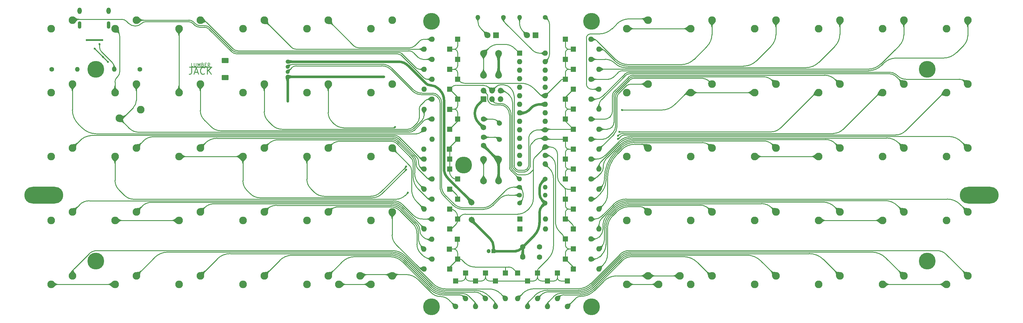
<source format=gbr>
G04 #@! TF.GenerationSoftware,KiCad,Pcbnew,7.0.5-0*
G04 #@! TF.CreationDate,2024-04-16T21:05:00+02:00*
G04 #@! TF.ProjectId,lumberjack,6c756d62-6572-46a6-9163-6b2e6b696361,1.8*
G04 #@! TF.SameCoordinates,Original*
G04 #@! TF.FileFunction,Copper,L1,Top*
G04 #@! TF.FilePolarity,Positive*
%FSLAX46Y46*%
G04 Gerber Fmt 4.6, Leading zero omitted, Abs format (unit mm)*
G04 Created by KiCad (PCBNEW 7.0.5-0) date 2024-04-16 21:05:00*
%MOMM*%
%LPD*%
G01*
G04 APERTURE LIST*
G04 Aperture macros list*
%AMRoundRect*
0 Rectangle with rounded corners*
0 $1 Rounding radius*
0 $2 $3 $4 $5 $6 $7 $8 $9 X,Y pos of 4 corners*
0 Add a 4 corners polygon primitive as box body*
4,1,4,$2,$3,$4,$5,$6,$7,$8,$9,$2,$3,0*
0 Add four circle primitives for the rounded corners*
1,1,$1+$1,$2,$3*
1,1,$1+$1,$4,$5*
1,1,$1+$1,$6,$7*
1,1,$1+$1,$8,$9*
0 Add four rect primitives between the rounded corners*
20,1,$1+$1,$2,$3,$4,$5,0*
20,1,$1+$1,$4,$5,$6,$7,0*
20,1,$1+$1,$6,$7,$8,$9,0*
20,1,$1+$1,$8,$9,$2,$3,0*%
G04 Aperture macros list end*
%ADD10C,0.150000*%
G04 #@! TA.AperFunction,NonConductor*
%ADD11C,0.150000*%
G04 #@! TD*
%ADD12C,0.250000*%
G04 #@! TA.AperFunction,NonConductor*
%ADD13C,0.250000*%
G04 #@! TD*
G04 #@! TA.AperFunction,EtchedComponent*
%ADD14C,0.250000*%
G04 #@! TD*
G04 #@! TA.AperFunction,ComponentPad*
%ADD15C,1.600000*%
G04 #@! TD*
G04 #@! TA.AperFunction,ComponentPad*
%ADD16R,1.800000X1.800000*%
G04 #@! TD*
G04 #@! TA.AperFunction,ComponentPad*
%ADD17C,1.800000*%
G04 #@! TD*
G04 #@! TA.AperFunction,ComponentPad*
%ADD18R,1.600000X1.600000*%
G04 #@! TD*
G04 #@! TA.AperFunction,ComponentPad*
%ADD19O,1.600000X1.600000*%
G04 #@! TD*
G04 #@! TA.AperFunction,ComponentPad*
%ADD20C,1.710000*%
G04 #@! TD*
G04 #@! TA.AperFunction,ComponentPad*
%ADD21R,1.200000X1.200000*%
G04 #@! TD*
G04 #@! TA.AperFunction,ComponentPad*
%ADD22C,1.200000*%
G04 #@! TD*
G04 #@! TA.AperFunction,ComponentPad*
%ADD23C,2.000000*%
G04 #@! TD*
G04 #@! TA.AperFunction,WasherPad*
%ADD24C,5.000000*%
G04 #@! TD*
G04 #@! TA.AperFunction,WasherPad*
%ADD25O,11.600000X5.000000*%
G04 #@! TD*
G04 #@! TA.AperFunction,ComponentPad*
%ADD26C,2.286000*%
G04 #@! TD*
G04 #@! TA.AperFunction,ComponentPad*
%ADD27R,1.700000X1.700000*%
G04 #@! TD*
G04 #@! TA.AperFunction,ComponentPad*
%ADD28O,1.700000X1.700000*%
G04 #@! TD*
G04 #@! TA.AperFunction,ComponentPad*
%ADD29C,1.400000*%
G04 #@! TD*
G04 #@! TA.AperFunction,ComponentPad*
%ADD30O,1.400000X1.400000*%
G04 #@! TD*
G04 #@! TA.AperFunction,ComponentPad*
%ADD31C,1.500000*%
G04 #@! TD*
G04 #@! TA.AperFunction,ComponentPad*
%ADD32O,1.300000X1.900000*%
G04 #@! TD*
G04 #@! TA.AperFunction,ComponentPad*
%ADD33O,1.100000X2.200000*%
G04 #@! TD*
G04 #@! TA.AperFunction,ComponentPad*
%ADD34C,1.244600*%
G04 #@! TD*
G04 #@! TA.AperFunction,ComponentPad*
%ADD35C,0.600000*%
G04 #@! TD*
G04 #@! TA.AperFunction,SMDPad,CuDef*
%ADD36RoundRect,0.100000X-0.900000X0.625000X-0.900000X-0.625000X0.900000X-0.625000X0.900000X0.625000X0*%
G04 #@! TD*
G04 #@! TA.AperFunction,ViaPad*
%ADD37C,0.600000*%
G04 #@! TD*
G04 #@! TA.AperFunction,Conductor*
%ADD38C,0.800000*%
G04 #@! TD*
G04 #@! TA.AperFunction,Conductor*
%ADD39C,0.250000*%
G04 #@! TD*
G04 #@! TA.AperFunction,Conductor*
%ADD40C,0.500000*%
G04 #@! TD*
G04 APERTURE END LIST*
D10*
D11*
X57559904Y-73016819D02*
X57083714Y-73016819D01*
X57083714Y-73016819D02*
X57083714Y-72016819D01*
X57893238Y-72016819D02*
X57893238Y-72826342D01*
X57893238Y-72826342D02*
X57940857Y-72921580D01*
X57940857Y-72921580D02*
X57988476Y-72969200D01*
X57988476Y-72969200D02*
X58083714Y-73016819D01*
X58083714Y-73016819D02*
X58274190Y-73016819D01*
X58274190Y-73016819D02*
X58369428Y-72969200D01*
X58369428Y-72969200D02*
X58417047Y-72921580D01*
X58417047Y-72921580D02*
X58464666Y-72826342D01*
X58464666Y-72826342D02*
X58464666Y-72016819D01*
X58940857Y-73016819D02*
X58940857Y-72016819D01*
X58940857Y-72016819D02*
X59274190Y-72731104D01*
X59274190Y-72731104D02*
X59607523Y-72016819D01*
X59607523Y-72016819D02*
X59607523Y-73016819D01*
X60417047Y-72493009D02*
X60559904Y-72540628D01*
X60559904Y-72540628D02*
X60607523Y-72588247D01*
X60607523Y-72588247D02*
X60655142Y-72683485D01*
X60655142Y-72683485D02*
X60655142Y-72826342D01*
X60655142Y-72826342D02*
X60607523Y-72921580D01*
X60607523Y-72921580D02*
X60559904Y-72969200D01*
X60559904Y-72969200D02*
X60464666Y-73016819D01*
X60464666Y-73016819D02*
X60083714Y-73016819D01*
X60083714Y-73016819D02*
X60083714Y-72016819D01*
X60083714Y-72016819D02*
X60417047Y-72016819D01*
X60417047Y-72016819D02*
X60512285Y-72064438D01*
X60512285Y-72064438D02*
X60559904Y-72112057D01*
X60559904Y-72112057D02*
X60607523Y-72207295D01*
X60607523Y-72207295D02*
X60607523Y-72302533D01*
X60607523Y-72302533D02*
X60559904Y-72397771D01*
X60559904Y-72397771D02*
X60512285Y-72445390D01*
X60512285Y-72445390D02*
X60417047Y-72493009D01*
X60417047Y-72493009D02*
X60083714Y-72493009D01*
X61083714Y-72493009D02*
X61417047Y-72493009D01*
X61559904Y-73016819D02*
X61083714Y-73016819D01*
X61083714Y-73016819D02*
X61083714Y-72016819D01*
X61083714Y-72016819D02*
X61559904Y-72016819D01*
X62559904Y-73016819D02*
X62226571Y-72540628D01*
X61988476Y-73016819D02*
X61988476Y-72016819D01*
X61988476Y-72016819D02*
X62369428Y-72016819D01*
X62369428Y-72016819D02*
X62464666Y-72064438D01*
X62464666Y-72064438D02*
X62512285Y-72112057D01*
X62512285Y-72112057D02*
X62559904Y-72207295D01*
X62559904Y-72207295D02*
X62559904Y-72350152D01*
X62559904Y-72350152D02*
X62512285Y-72445390D01*
X62512285Y-72445390D02*
X62464666Y-72493009D01*
X62464666Y-72493009D02*
X62369428Y-72540628D01*
X62369428Y-72540628D02*
X61988476Y-72540628D01*
D12*
D13*
X57136571Y-73274238D02*
X57136571Y-74702809D01*
X57136571Y-74702809D02*
X57041332Y-74988523D01*
X57041332Y-74988523D02*
X56850856Y-75179000D01*
X56850856Y-75179000D02*
X56565142Y-75274238D01*
X56565142Y-75274238D02*
X56374666Y-75274238D01*
X57993714Y-74702809D02*
X58946095Y-74702809D01*
X57803238Y-75274238D02*
X58469904Y-73274238D01*
X58469904Y-73274238D02*
X59136571Y-75274238D01*
X60946095Y-75083761D02*
X60850857Y-75179000D01*
X60850857Y-75179000D02*
X60565143Y-75274238D01*
X60565143Y-75274238D02*
X60374667Y-75274238D01*
X60374667Y-75274238D02*
X60088952Y-75179000D01*
X60088952Y-75179000D02*
X59898476Y-74988523D01*
X59898476Y-74988523D02*
X59803238Y-74798047D01*
X59803238Y-74798047D02*
X59708000Y-74417095D01*
X59708000Y-74417095D02*
X59708000Y-74131380D01*
X59708000Y-74131380D02*
X59803238Y-73750428D01*
X59803238Y-73750428D02*
X59898476Y-73559952D01*
X59898476Y-73559952D02*
X60088952Y-73369476D01*
X60088952Y-73369476D02*
X60374667Y-73274238D01*
X60374667Y-73274238D02*
X60565143Y-73274238D01*
X60565143Y-73274238D02*
X60850857Y-73369476D01*
X60850857Y-73369476D02*
X60946095Y-73464714D01*
X61803238Y-75274238D02*
X61803238Y-73274238D01*
X62946095Y-75274238D02*
X62088952Y-74131380D01*
X62946095Y-73274238D02*
X61803238Y-74417095D01*
D14*
X56398000Y-73172000D02*
X63098000Y-73162000D01*
D15*
X144065746Y-94059454D03*
X144065746Y-96559454D03*
X144065746Y-88701637D03*
X144065746Y-91201637D03*
D16*
X159543884Y-63698491D03*
D17*
X157003884Y-63698491D03*
D18*
X154781380Y-69056308D03*
D19*
X154781380Y-71596308D03*
X154781380Y-74136308D03*
X154781380Y-76676308D03*
X154781380Y-79216308D03*
X154781380Y-81756308D03*
X154781380Y-84296308D03*
X154781380Y-86836308D03*
X154781380Y-89376308D03*
X154781380Y-91916308D03*
X154781380Y-94456308D03*
X154781380Y-96996308D03*
X154781380Y-99536308D03*
X154781380Y-102076308D03*
X162401380Y-102076308D03*
X162401380Y-99536308D03*
X162401380Y-96996308D03*
X162401380Y-94456308D03*
X162401380Y-91916308D03*
X162401380Y-89376308D03*
X162401380Y-86836308D03*
X162401380Y-84296308D03*
X162401380Y-81756308D03*
X162401380Y-79216308D03*
X162401380Y-76676308D03*
X162401380Y-74136308D03*
X162401380Y-71596308D03*
X162401380Y-69056308D03*
D20*
X140493868Y-113546035D03*
X140493868Y-118626035D03*
D18*
X133945000Y-91675000D03*
D19*
X126325000Y-91675000D03*
D18*
X136326677Y-118467287D03*
D19*
X128706677Y-118467287D03*
D18*
X150614189Y-134540738D03*
D19*
X150614189Y-142160738D03*
D18*
X147637624Y-136921990D03*
D19*
X147637624Y-144541990D03*
D18*
X144661059Y-134540738D03*
D19*
X144661059Y-142160738D03*
D18*
X138707929Y-134540738D03*
D19*
X138707929Y-142160738D03*
D21*
X147042311Y-127992295D03*
D22*
X145542311Y-127992295D03*
D18*
X136326677Y-76795377D03*
D19*
X128706677Y-76795377D03*
D23*
X144065746Y-107156340D03*
X144065746Y-100656340D03*
X148565746Y-107156340D03*
X148565746Y-100656340D03*
D24*
X128587608Y-59531300D03*
X176212648Y-59531300D03*
X128587608Y-144661059D03*
X176212648Y-144661059D03*
D25*
X13096886Y-111323531D03*
X291703370Y-111323531D03*
D18*
X166092327Y-134540738D03*
D19*
X166092327Y-142160738D03*
D16*
X147796372Y-63698491D03*
D17*
X145256372Y-63698491D03*
D18*
X136335000Y-130375000D03*
D19*
X128715000Y-130375000D03*
D18*
X136310000Y-124500000D03*
D19*
X128690000Y-124500000D03*
D18*
X133945425Y-115490722D03*
D19*
X126325425Y-115490722D03*
D18*
X136326677Y-112514157D03*
D19*
X128706677Y-112514157D03*
D18*
X133945425Y-109537592D03*
D19*
X126325425Y-109537592D03*
D18*
X133945425Y-121443852D03*
D19*
X126325425Y-121443852D03*
D18*
X136326677Y-94654767D03*
D19*
X128706677Y-94654767D03*
D18*
X133935000Y-97625000D03*
D19*
X126315000Y-97625000D03*
D18*
X133945425Y-103584462D03*
D19*
X126325425Y-103584462D03*
D18*
X136350000Y-82750000D03*
D19*
X128730000Y-82750000D03*
D18*
X133950000Y-85750000D03*
D19*
X126330000Y-85750000D03*
D18*
X136326677Y-88701637D03*
D19*
X128706677Y-88701637D03*
D18*
X168473579Y-76795377D03*
D19*
X176093579Y-76795377D03*
D18*
X133945425Y-73818812D03*
D19*
X126325425Y-73818812D03*
D18*
X170854831Y-73818812D03*
D19*
X178474831Y-73818812D03*
D18*
X133945425Y-67865682D03*
D19*
X126325425Y-67865682D03*
D18*
X163115762Y-136921990D03*
D19*
X163115762Y-144541990D03*
D23*
X144065746Y-75604751D03*
X144065746Y-69104751D03*
X148565746Y-75604751D03*
X148565746Y-69104751D03*
D15*
X155734510Y-126801669D03*
X160734510Y-126801669D03*
D18*
X135731364Y-136921990D03*
D19*
X135731364Y-144541990D03*
D18*
X170854831Y-115490722D03*
D19*
X178474831Y-115490722D03*
D18*
X169068892Y-136921990D03*
D19*
X169068892Y-144541990D03*
D18*
X170854831Y-79771942D03*
D19*
X178474831Y-79771942D03*
D18*
X168473579Y-64889117D03*
D19*
X176093579Y-64889117D03*
D18*
X170854831Y-67865682D03*
D19*
X178474831Y-67865682D03*
D18*
X168473579Y-82748507D03*
D19*
X176093579Y-82748507D03*
D18*
X170854831Y-97631332D03*
D19*
X178474831Y-97631332D03*
D18*
X170854831Y-91678202D03*
D19*
X178474831Y-91678202D03*
D18*
X168473579Y-94654767D03*
D19*
X176093579Y-94654767D03*
D18*
X168473579Y-106561027D03*
D19*
X176093579Y-106561027D03*
D18*
X170854831Y-103584462D03*
D19*
X178474831Y-103584462D03*
D18*
X168473579Y-100607897D03*
D19*
X176093579Y-100607897D03*
D18*
X170854831Y-85725072D03*
D19*
X178474831Y-85725072D03*
D18*
X168473579Y-112514157D03*
D19*
X176093579Y-112514157D03*
D18*
X170854831Y-109537592D03*
D19*
X178474831Y-109537592D03*
D18*
X168473579Y-118467287D03*
D19*
X176093579Y-118467287D03*
D18*
X168473579Y-88701637D03*
D19*
X176093579Y-88701637D03*
D18*
X168473579Y-70842247D03*
D19*
X176093579Y-70842247D03*
D18*
X170854831Y-133350112D03*
D19*
X178474831Y-133350112D03*
D18*
X168473579Y-124420417D03*
D19*
X176093579Y-124420417D03*
D18*
X154186067Y-134540738D03*
D19*
X154186067Y-142160738D03*
D18*
X170854831Y-121443852D03*
D19*
X178474831Y-121443852D03*
D18*
X170854831Y-127396982D03*
D19*
X178474831Y-127396982D03*
D18*
X168473579Y-130373547D03*
D19*
X176093579Y-130373547D03*
D18*
X157162632Y-136921990D03*
D19*
X157162632Y-144541990D03*
D26*
X202565168Y-135413868D03*
X196215168Y-137953868D03*
X107315088Y-135413868D03*
X100965088Y-137953868D03*
D15*
X155734510Y-129778234D03*
X160734510Y-129778234D03*
D27*
X144065746Y-82748507D03*
D28*
X144065746Y-80208507D03*
X146605746Y-82748507D03*
X146605746Y-80208507D03*
X149145746Y-82748507D03*
X149145746Y-80208507D03*
D24*
X138112616Y-102393836D03*
D18*
X160139197Y-134540738D03*
D19*
X160139197Y-142160738D03*
D18*
X133960000Y-133350000D03*
D19*
X126340000Y-133350000D03*
D18*
X136326677Y-106561027D03*
D19*
X128706677Y-106561027D03*
D18*
X133945425Y-100607897D03*
D19*
X126325425Y-100607897D03*
D18*
X133945425Y-79771942D03*
D19*
X126325425Y-79771942D03*
D29*
X162401380Y-106561027D03*
D30*
X154781380Y-106561027D03*
D31*
X148828250Y-89892263D03*
X148828250Y-94772263D03*
D18*
X133910000Y-127400000D03*
D19*
X126290000Y-127400000D03*
D29*
X154781380Y-113704783D03*
D30*
X162401380Y-113704783D03*
D29*
X150018876Y-58340674D03*
D30*
X142398876Y-58340674D03*
D29*
X162401380Y-58340674D03*
D30*
X154781380Y-58340674D03*
D29*
X154781380Y-111323531D03*
D30*
X162401380Y-111323531D03*
D18*
X154900449Y-121443852D03*
D19*
X162520449Y-121443852D03*
D18*
X154900449Y-118467287D03*
D19*
X162520449Y-118467287D03*
D29*
X15478138Y-73818812D03*
D30*
X23098138Y-73818812D03*
D29*
X41671910Y-73818812D03*
D30*
X34051910Y-73818812D03*
D29*
X154781380Y-108942279D03*
D30*
X162401380Y-108942279D03*
D18*
X136326677Y-64889117D03*
D19*
X128706677Y-64889117D03*
D18*
X136326677Y-70842247D03*
D19*
X128706677Y-70842247D03*
D18*
X141684494Y-136921990D03*
D19*
X141684494Y-144541990D03*
D26*
X21590016Y-78263820D03*
X15240016Y-80803820D03*
X21590016Y-97313836D03*
X15240016Y-99853836D03*
X21590016Y-116363852D03*
X15240016Y-118903852D03*
X21590016Y-135413868D03*
X15240016Y-137953868D03*
X40640032Y-135413868D03*
X34290032Y-137953868D03*
X40640032Y-59213804D03*
X34290032Y-61753804D03*
X35560032Y-88423820D03*
X40640032Y-78263820D03*
X34290032Y-80803820D03*
X41910032Y-85883820D03*
X40640032Y-97313836D03*
X34290032Y-99853836D03*
X40640032Y-116363852D03*
X34290032Y-118903852D03*
X59690048Y-116363852D03*
X53340048Y-118903852D03*
X59690048Y-135413868D03*
X53340048Y-137953868D03*
X59690048Y-97313836D03*
X53340048Y-99853836D03*
X78740064Y-97313836D03*
X72390064Y-99853836D03*
X78740064Y-116363852D03*
X72390064Y-118903852D03*
X78740064Y-135413868D03*
X72390064Y-137953868D03*
X78740064Y-59213804D03*
X72390064Y-61753804D03*
X78740064Y-78263820D03*
X72390064Y-80803820D03*
X97790080Y-78263820D03*
X91440080Y-80803820D03*
X97790080Y-97313836D03*
X91440080Y-99853836D03*
X97790080Y-116363852D03*
X91440080Y-118903852D03*
X97790080Y-135413868D03*
X91440080Y-137953868D03*
X97790080Y-59213804D03*
X91440080Y-61753804D03*
X116840096Y-59213804D03*
X110490096Y-61753804D03*
X116840096Y-78263820D03*
X110490096Y-80803820D03*
X116840096Y-97313836D03*
X110490096Y-99853836D03*
X116840096Y-116363852D03*
X110490096Y-118903852D03*
X116840096Y-135413868D03*
X110490096Y-137953868D03*
X288290240Y-59213804D03*
X281940240Y-61753804D03*
X288290240Y-78263820D03*
X281940240Y-80803820D03*
X288290240Y-97313836D03*
X281940240Y-99853836D03*
X288290240Y-116363852D03*
X281940240Y-118903852D03*
X288290240Y-135413868D03*
X281940240Y-137953868D03*
X269240224Y-135413868D03*
X262890224Y-137953868D03*
X269240224Y-59213804D03*
X262890224Y-61753804D03*
X269240224Y-78263820D03*
X262890224Y-80803820D03*
X269240224Y-97313836D03*
X262890224Y-99853836D03*
X269240224Y-116363852D03*
X262890224Y-118903852D03*
X250190208Y-116363852D03*
X243840208Y-118903852D03*
X250190208Y-135413868D03*
X243840208Y-137953868D03*
X250190208Y-59213804D03*
X243840208Y-61753804D03*
X250190208Y-78263820D03*
X243840208Y-80803820D03*
X250190208Y-97313836D03*
X243840208Y-99853836D03*
X231140192Y-97313836D03*
X224790192Y-99853836D03*
X231140192Y-116363852D03*
X224790192Y-118903852D03*
X231140192Y-135413868D03*
X224790192Y-137953868D03*
X231140192Y-59213804D03*
X224790192Y-61753804D03*
X231140192Y-78263820D03*
X224790192Y-80803820D03*
X212090176Y-78263820D03*
X205740176Y-80803820D03*
X212090176Y-97313836D03*
X205740176Y-99853836D03*
X212090176Y-116363852D03*
X205740176Y-118903852D03*
X212090176Y-135413868D03*
X205740176Y-137953868D03*
X212090176Y-59213804D03*
X205740176Y-61753804D03*
X193040160Y-59213804D03*
X186690160Y-61753804D03*
X193040160Y-78263820D03*
X186690160Y-80803820D03*
X193040160Y-97313836D03*
X186690160Y-99853836D03*
X193040160Y-116363852D03*
X186690160Y-118903852D03*
X193040160Y-135413868D03*
X186690160Y-137953868D03*
X59690048Y-59213804D03*
X53340048Y-61753804D03*
X59690048Y-78263820D03*
X53340048Y-80803820D03*
D24*
X28575024Y-130968860D03*
X276225232Y-73818812D03*
X276225232Y-130968860D03*
X28575024Y-73818812D03*
D26*
X21589968Y-59213750D03*
X15239968Y-61753750D03*
D32*
X23767000Y-56406181D03*
D33*
X23767000Y-60606181D03*
D32*
X32367000Y-56406181D03*
D33*
X32367000Y-60606181D03*
D34*
X85696659Y-76075000D03*
X85696659Y-74575001D03*
X85696659Y-73074999D03*
X85696659Y-71574999D03*
D35*
X66427000Y-70765000D03*
D36*
X67127000Y-71190000D03*
D35*
X67827000Y-71565000D03*
X67127000Y-71565000D03*
X66427000Y-71565000D03*
X67827000Y-75965000D03*
X67127000Y-75965000D03*
X66427000Y-75965000D03*
D36*
X67127000Y-76340000D03*
D35*
X66427000Y-76715000D03*
D37*
X85725000Y-83312000D03*
X114350000Y-76075000D03*
X120987500Y-102837500D03*
X121548534Y-110623534D03*
X120993204Y-103743204D03*
X184100000Y-94600000D03*
X184093302Y-93672839D03*
X184500000Y-92500004D03*
X185300000Y-85979000D03*
X117750000Y-91050000D03*
X32218579Y-71674500D03*
X28217931Y-67627784D03*
X30718254Y-70128107D03*
X25836671Y-65127461D03*
X30542000Y-65127461D03*
X29699691Y-66300000D03*
D38*
X161567945Y-107394462D02*
X162401380Y-106561027D01*
X155139197Y-127396982D02*
X156329822Y-126206355D01*
X160734510Y-109406552D02*
X160734510Y-110859257D01*
X147042311Y-127992295D02*
X147042311Y-126677447D01*
X146112573Y-124432862D02*
X140484494Y-118804783D01*
X160734510Y-119547705D02*
X160734510Y-116550308D01*
X162401380Y-113704783D02*
X161567945Y-114538218D01*
X147042311Y-127992295D02*
X153701984Y-127992295D01*
X162401380Y-113704783D02*
X161567945Y-112871348D01*
X155734510Y-127643568D02*
X155734510Y-129778234D01*
X156329822Y-126206355D02*
X159140717Y-123395461D01*
X161567926Y-107394443D02*
G75*
G03*
X160734510Y-109406552I2012074J-2012057D01*
G01*
X147042351Y-126677447D02*
G75*
G03*
X146112573Y-124432862I-3174351J-53D01*
G01*
X159140707Y-123395451D02*
G75*
G03*
X160734510Y-119547705I-3847707J3847751D01*
G01*
X160734530Y-110859257D02*
G75*
G03*
X161567945Y-112871348I2845470J-43D01*
G01*
X161567948Y-114538221D02*
G75*
G03*
X160734510Y-116550308I2012052J-2012079D01*
G01*
X153701984Y-127992292D02*
G75*
G03*
X155139196Y-127396981I16J2032492D01*
G01*
X156329846Y-126206379D02*
G75*
G03*
X155734510Y-127643568I1437154J-1437221D01*
G01*
X148565746Y-75604751D02*
X148565746Y-69104751D01*
X148162632Y-100656340D02*
X144065746Y-96559454D01*
X144065746Y-91201637D02*
X144033637Y-91201637D01*
X155765536Y-86836308D02*
X154781380Y-86836308D01*
X144033637Y-91201637D02*
X142651553Y-89819553D01*
X158189543Y-85396455D02*
X157445595Y-86140404D01*
X85696659Y-76075000D02*
X85696659Y-83283659D01*
X148565746Y-107156340D02*
X148565746Y-100656340D01*
X142651554Y-84162699D02*
X144065746Y-82748507D01*
X85696659Y-83283659D02*
X85725000Y-83312000D01*
X114350000Y-76075000D02*
X85696659Y-76075000D01*
X160845536Y-84296308D02*
X162401380Y-84296308D01*
X160845536Y-84296319D02*
G75*
G03*
X158189544Y-85396456I-36J-3756081D01*
G01*
X142651528Y-84162673D02*
G75*
G03*
X142651553Y-89819553I2828472J-2828427D01*
G01*
X155765536Y-86836319D02*
G75*
G03*
X157445595Y-86140404I-36J2376019D01*
G01*
D39*
X168473579Y-64889117D02*
X168473579Y-66865682D01*
X169473579Y-73818812D02*
X170854831Y-73818812D01*
X136326677Y-70842247D02*
X136326677Y-72818812D01*
X136326677Y-76795377D02*
X136326677Y-74818812D01*
X138359202Y-77986003D02*
X155245741Y-77986003D01*
X166969418Y-77188269D02*
X162401380Y-81756308D01*
X135326677Y-67865682D02*
X133945425Y-67865682D01*
X168473579Y-70842247D02*
X168473579Y-68865682D01*
X160870010Y-81356308D02*
X159093497Y-79579795D01*
X136326677Y-64889117D02*
X136326677Y-66865682D01*
X169473579Y-67865682D02*
X170854831Y-67865682D01*
X168473579Y-70842247D02*
X168473579Y-72818812D01*
X168473579Y-76795377D02*
X168473579Y-74818812D01*
X136326677Y-70842247D02*
X136326677Y-68865682D01*
X135326677Y-73818812D02*
X133945425Y-73818812D01*
X160870008Y-81356310D02*
G75*
G03*
X161835695Y-81756308I965692J965710D01*
G01*
X159093486Y-79579806D02*
G75*
G03*
X155245741Y-77986003I-3847786J-3847794D01*
G01*
X135326677Y-67865677D02*
G75*
G03*
X136326677Y-66865682I23J999977D01*
G01*
X168473618Y-66865682D02*
G75*
G03*
X169473579Y-67865682I999982J-18D01*
G01*
X169473579Y-67865679D02*
G75*
G03*
X168473579Y-68865682I21J-1000021D01*
G01*
X136326718Y-68865682D02*
G75*
G03*
X135326677Y-67865682I-1000018J-18D01*
G01*
X136921993Y-77390687D02*
G75*
G03*
X138359202Y-77986003I1437207J1437187D01*
G01*
X135326677Y-73818777D02*
G75*
G03*
X136326677Y-72818812I23J999977D01*
G01*
X169473579Y-73818779D02*
G75*
G03*
X168473579Y-74818812I21J-1000021D01*
G01*
X168473588Y-72818812D02*
G75*
G03*
X169473579Y-73818812I1000012J12D01*
G01*
X136326688Y-74818812D02*
G75*
G03*
X135326677Y-73818812I-999988J12D01*
G01*
X167917945Y-76795410D02*
G75*
G03*
X166969419Y-77188270I-45J-1341390D01*
G01*
X159600475Y-91952414D02*
X159860158Y-91918228D01*
X145792150Y-79394911D02*
X146605746Y-80208507D01*
X150360379Y-78474785D02*
X150679741Y-78547675D01*
X157684112Y-93541791D02*
X157815072Y-93314955D01*
X150988934Y-78655864D02*
X151284069Y-78797992D01*
X159347477Y-92020202D02*
X159600475Y-91952414D01*
X157815072Y-93314955D02*
X157974520Y-93107155D01*
X150034863Y-78438111D02*
X150360379Y-78474785D01*
X153465893Y-103336352D02*
X153780648Y-103651107D01*
X151561435Y-78972271D02*
X151817545Y-79176509D01*
X151817545Y-79176509D02*
X151934842Y-79290842D01*
X153170536Y-82072513D02*
X153173000Y-82280070D01*
X152928359Y-80855020D02*
X153048860Y-81252260D01*
X136326677Y-82748507D02*
X136326677Y-84725072D01*
X135326677Y-85725072D02*
X133945425Y-85725072D01*
X157583880Y-93783779D02*
X157684112Y-93541791D01*
X153173000Y-82280070D02*
X153173000Y-102629245D01*
X152343200Y-79760247D02*
X152573822Y-80105404D01*
X157974520Y-93107155D02*
X158065787Y-93013213D01*
X152769503Y-80471504D02*
X152928359Y-80855020D01*
X148563063Y-78539974D02*
X148816050Y-78472184D01*
X151284069Y-78797992D02*
X151561435Y-78972271D01*
X168473579Y-82748507D02*
X168473579Y-84725072D01*
X136326677Y-88701637D02*
X136326677Y-86725072D01*
X133945425Y-91654575D02*
X136326677Y-89273323D01*
X153048860Y-81252260D02*
X153129846Y-81659398D01*
X168473579Y-89296950D02*
X170854831Y-91678202D01*
X158878659Y-92251394D02*
X159105491Y-92120434D01*
X157480000Y-102581390D02*
X157480000Y-94427427D01*
X162639486Y-91678202D02*
X170854831Y-91678202D01*
X153129846Y-81659398D02*
X153170536Y-82072513D01*
X151934842Y-79290842D02*
X152079858Y-79439357D01*
X147886481Y-78930608D02*
X148094268Y-78771165D01*
X168473579Y-88701637D02*
X168473579Y-86725072D01*
X148816050Y-78472184D02*
X149075721Y-78437995D01*
X133945425Y-79771942D02*
X136326677Y-82153194D01*
X135977950Y-78581316D02*
X143827957Y-78581316D01*
X154487755Y-103944000D02*
X156117390Y-103944000D01*
X150679741Y-78547675D02*
X150988934Y-78655864D01*
X159860158Y-91918228D02*
X159991119Y-91916308D01*
X157481908Y-94296464D02*
X157516092Y-94036780D01*
X157480000Y-94427427D02*
X157481908Y-94296464D01*
X156824497Y-103651107D02*
X157187107Y-103288497D01*
X170854831Y-79771942D02*
X168473579Y-82153194D01*
X148321089Y-78640206D02*
X148563063Y-78539974D01*
X158576906Y-92502094D02*
X158670861Y-92410841D01*
X149871076Y-78436003D02*
X150034863Y-78438111D01*
X152079858Y-79439357D02*
X152343200Y-79760247D01*
X146605746Y-80208507D02*
X147792463Y-79021790D01*
X149206677Y-78436003D02*
X149871076Y-78436003D01*
X157516092Y-94036780D02*
X157583880Y-93783779D01*
X158065787Y-93013213D02*
X158576906Y-92502094D01*
X152573822Y-80105404D02*
X152769503Y-80471504D01*
X159991119Y-91916308D02*
X162401380Y-91916308D01*
X169473579Y-85725072D02*
X170854831Y-85725072D01*
X147792463Y-79021790D02*
X147886481Y-78930608D01*
X148094268Y-78771165D02*
X148321089Y-78640206D01*
X159105491Y-92120434D02*
X159347477Y-92020202D01*
X158670861Y-92410841D02*
X158878659Y-92251394D01*
X149075721Y-78437995D02*
X149206677Y-78436003D01*
X168473628Y-84725072D02*
G75*
G03*
X169473579Y-85725072I999972J-28D01*
G01*
X157187112Y-103288502D02*
G75*
G03*
X157480000Y-102581390I-707112J707102D01*
G01*
X145792170Y-79394891D02*
G75*
G03*
X143827957Y-78581316I-1964170J-1964209D01*
G01*
X169473579Y-85725079D02*
G75*
G03*
X168473579Y-86725072I21J-1000021D01*
G01*
X135326677Y-85725077D02*
G75*
G03*
X136326677Y-84725072I23J999977D01*
G01*
X153172968Y-102629245D02*
G75*
G03*
X153465893Y-103336352I1000032J45D01*
G01*
X135977950Y-78581340D02*
G75*
G03*
X134540738Y-79176629I-50J-2032460D01*
G01*
X153780671Y-103651084D02*
G75*
G03*
X154487755Y-103944000I707129J707084D01*
G01*
X136326728Y-86725072D02*
G75*
G03*
X135326677Y-85725072I-1000028J-28D01*
G01*
X156117390Y-103943993D02*
G75*
G03*
X156824497Y-103651107I10J999993D01*
G01*
X159305861Y-94950841D02*
X159513659Y-94791394D01*
X169473579Y-97631332D02*
X170854831Y-97631332D01*
X152723000Y-83819124D02*
X152723000Y-102815641D01*
X157966092Y-96761780D02*
X158033880Y-96508779D01*
X168473579Y-94654767D02*
X162599839Y-94654767D01*
X151773695Y-81527298D02*
X151380637Y-81134240D01*
X158134112Y-96266791D02*
X158265072Y-96039955D01*
X158515787Y-95738213D02*
X159211906Y-95042094D01*
X159740491Y-94660434D02*
X159982477Y-94560202D01*
X168473579Y-106561027D02*
X168473579Y-104584462D01*
X160235475Y-94492414D02*
X160495158Y-94458228D01*
X153015893Y-103522748D02*
X153594252Y-104101107D01*
X133945425Y-100607897D02*
X133945425Y-97631332D01*
X168473579Y-100607897D02*
X168473579Y-102584462D01*
X168473579Y-100607897D02*
X168473579Y-98631332D01*
X168473579Y-94654767D02*
X168473579Y-96631332D01*
X169473579Y-103584462D02*
X170854831Y-103584462D01*
X159211906Y-95042094D02*
X159305861Y-94950841D01*
X162599839Y-94654767D02*
X162401380Y-94456308D01*
X160626119Y-94456308D02*
X162401380Y-94456308D01*
X159982477Y-94560202D02*
X160235475Y-94492414D01*
X133945425Y-97036019D02*
X136326677Y-94654767D01*
X158265072Y-96039955D02*
X158424520Y-95832155D01*
X157010893Y-104101107D02*
X157637107Y-103474893D01*
X158424520Y-95832155D02*
X158515787Y-95738213D01*
X157931908Y-97021464D02*
X157966092Y-96761780D01*
X158033880Y-96508779D02*
X158134112Y-96266791D01*
X160495158Y-94458228D02*
X160626119Y-94456308D01*
X154301359Y-104394000D02*
X156303786Y-104394000D01*
X157930000Y-102767786D02*
X157930000Y-97152427D01*
X159513659Y-94791394D02*
X159740491Y-94660434D01*
X157930000Y-97152427D02*
X157931908Y-97021464D01*
X133945425Y-103584462D02*
X133945425Y-104407118D01*
X134905445Y-106189795D02*
X134527130Y-105811480D01*
X133945425Y-103584462D02*
X133945425Y-100607897D01*
X133945414Y-104407118D02*
G75*
G03*
X134527130Y-105811480I1986086J18D01*
G01*
X153594273Y-104101086D02*
G75*
G03*
X154301359Y-104394000I707127J707086D01*
G01*
X152722992Y-83819124D02*
G75*
G03*
X151773695Y-81527298I-3241092J24D01*
G01*
X134905464Y-106189776D02*
G75*
G03*
X135801677Y-106561027I896236J896176D01*
G01*
X152722971Y-102815641D02*
G75*
G03*
X153015893Y-103522748I1000029J41D01*
G01*
X169473579Y-97631279D02*
G75*
G03*
X168473579Y-98631332I21J-1000021D01*
G01*
X168473638Y-102584462D02*
G75*
G03*
X169473579Y-103584462I999962J-38D01*
G01*
X168473568Y-96631332D02*
G75*
G03*
X169473579Y-97631332I1000032J32D01*
G01*
X157637114Y-103474900D02*
G75*
G03*
X157930000Y-102767786I-707114J707100D01*
G01*
X169473579Y-103584479D02*
G75*
G03*
X168473579Y-104584462I21J-1000021D01*
G01*
X156303786Y-104393990D02*
G75*
G03*
X157010893Y-104101107I14J999990D01*
G01*
X151380636Y-81134241D02*
G75*
G03*
X149145746Y-80208507I-2234936J-2234959D01*
G01*
X157728427Y-115221573D02*
X157121573Y-115828427D01*
X169473579Y-115490722D02*
X170854831Y-115490722D01*
X147684785Y-83896101D02*
X147442799Y-83795870D01*
X135740890Y-116240890D02*
X135576508Y-116076508D01*
X169003805Y-109537592D02*
X170259518Y-109537592D01*
X158900000Y-101326115D02*
X158900000Y-105283000D01*
X166985296Y-107985296D02*
X168175922Y-109175922D01*
X154293146Y-117000000D02*
X138622391Y-117000000D01*
X135955445Y-111092925D02*
X134400112Y-109537592D01*
X137208177Y-117585787D02*
X136326677Y-118467287D01*
X146914213Y-83414213D02*
X146605746Y-83105746D01*
X134162295Y-115490722D02*
X133945425Y-115490722D01*
X168473579Y-112514157D02*
X168473579Y-114490722D01*
X166092327Y-105829477D02*
X166092327Y-99096624D01*
X147008168Y-83505465D02*
X146914213Y-83414213D01*
X168207929Y-109207929D02*
X168175922Y-109175922D01*
X148328427Y-84000000D02*
X148197466Y-83998073D01*
X170483599Y-120022620D02*
X168928266Y-118467287D01*
X158900000Y-105283000D02*
X158900000Y-112393146D01*
X149141615Y-84000000D02*
X148328427Y-84000000D01*
X158897297Y-103759000D02*
X157867831Y-104788466D01*
X148197466Y-83998073D02*
X147937784Y-83963888D01*
X153846856Y-104990107D02*
X152565893Y-103709144D01*
X136326677Y-118467287D02*
X136326677Y-117655104D01*
X135955445Y-119888518D02*
X134400112Y-121443852D01*
X168473579Y-118467287D02*
X168473579Y-116490722D01*
X152273000Y-103002037D02*
X152273000Y-87480574D01*
X147215967Y-83664911D02*
X147008168Y-83505465D01*
X147937784Y-83963888D02*
X147684785Y-83896101D01*
X147442799Y-83795870D02*
X147215967Y-83664911D01*
X162401380Y-96996308D02*
X163992010Y-96996308D01*
X168473579Y-112514157D02*
X168473579Y-109894528D01*
X156547573Y-105283000D02*
X154553963Y-105283000D01*
X151211185Y-84917185D02*
X151108844Y-84814845D01*
X162401380Y-96996308D02*
X159485787Y-99911901D01*
X138622391Y-116999994D02*
G75*
G03*
X137208177Y-117585787I9J-2000006D01*
G01*
X166092306Y-99096624D02*
G75*
G03*
X165477158Y-97611476I-2100306J24D01*
G01*
X154293146Y-117000032D02*
G75*
G03*
X157121573Y-115828427I-46J4000032D01*
G01*
X159485779Y-99911893D02*
G75*
G03*
X158900000Y-101326115I1414221J-1414207D01*
G01*
X168207915Y-109207943D02*
G75*
G03*
X169003805Y-109537592I795885J795943D01*
G01*
X152273024Y-87480574D02*
G75*
G03*
X151211185Y-84917185I-3625124J-26D01*
G01*
X136326703Y-111989157D02*
G75*
G03*
X135955445Y-111092925I-1267503J-43D01*
G01*
X151108836Y-84814853D02*
G75*
G03*
X149141615Y-84000000I-1967236J-1967247D01*
G01*
X152272974Y-103002037D02*
G75*
G03*
X152565893Y-103709144I1000026J37D01*
G01*
X165477148Y-97611486D02*
G75*
G03*
X163992010Y-96996308I-1485148J-1485114D01*
G01*
X169473579Y-115490679D02*
G75*
G03*
X168473579Y-116490722I21J-1000021D01*
G01*
X136326680Y-117655104D02*
G75*
G03*
X135740889Y-116240891I-1999980J4D01*
G01*
X156547573Y-105283004D02*
G75*
G03*
X157867831Y-104788466I-3373J2018604D01*
G01*
X135955455Y-119888528D02*
G75*
G03*
X136326677Y-118992287I-896255J896228D01*
G01*
X168473553Y-109894528D02*
G75*
G03*
X168175921Y-109175923I-1016253J28D01*
G01*
X157728404Y-115221550D02*
G75*
G03*
X158900000Y-112393146I-2828404J2828450D01*
G01*
X135576506Y-116076510D02*
G75*
G03*
X134162295Y-115490722I-1414206J-1414190D01*
G01*
X166092339Y-105829477D02*
G75*
G03*
X166985296Y-107985296I3048761J-23D01*
G01*
X170854874Y-120918852D02*
G75*
G03*
X170483599Y-120022620I-1267474J-48D01*
G01*
X168473578Y-114490722D02*
G75*
G03*
X169473579Y-115490722I1000022J22D01*
G01*
X153846845Y-104990118D02*
G75*
G03*
X154553963Y-105283000I707055J707018D01*
G01*
X168473579Y-130373547D02*
X170854831Y-132754799D01*
X168473579Y-126206356D02*
X168473579Y-124420417D01*
X135136051Y-127396982D02*
X133945425Y-127396982D01*
X164335245Y-100041441D02*
X164663563Y-100369759D01*
X163115746Y-99536308D02*
X162401380Y-99536308D01*
X152985915Y-133340586D02*
X154186067Y-134540738D01*
X150614189Y-132768988D02*
X150600000Y-132754799D01*
X150614189Y-134540738D02*
X150614189Y-132768988D01*
X138567303Y-131564173D02*
X137747908Y-130744778D01*
X168473579Y-128587608D02*
X168473579Y-130373547D01*
X136326677Y-128587608D02*
X136326677Y-130373547D01*
X169664205Y-127396982D02*
X170854831Y-127396982D01*
X141441728Y-132754799D02*
X150600000Y-132754799D01*
X165497014Y-119305365D02*
X165497014Y-102381887D01*
X136326677Y-130373547D02*
X133945425Y-132754799D01*
X150600000Y-132754799D02*
X151571701Y-132754799D01*
X136326677Y-126206356D02*
X136326677Y-124420417D01*
X166687640Y-122179791D02*
X167507034Y-122999185D01*
X169664205Y-127396979D02*
G75*
G03*
X168473579Y-128587608I-5J-1190621D01*
G01*
X167878252Y-123895417D02*
G75*
G03*
X167507033Y-122999186I-1267452J17D01*
G01*
X168473618Y-126206356D02*
G75*
G03*
X169664205Y-127396982I1190582J-44D01*
G01*
X137747918Y-130744768D02*
G75*
G03*
X136851677Y-130373547I-896218J-896232D01*
G01*
X165497012Y-102381887D02*
G75*
G03*
X164663563Y-100369759I-2845612J-13D01*
G01*
X165497049Y-119305365D02*
G75*
G03*
X166687640Y-122179791I4065051J-35D01*
G01*
X152985915Y-133340586D02*
G75*
G03*
X151571701Y-132754799I-1414215J-1414214D01*
G01*
X138567279Y-131564197D02*
G75*
G03*
X141441728Y-132754799I2874421J2874497D01*
G01*
X164335214Y-100041472D02*
G75*
G03*
X163115746Y-99536308I-1219514J-1219428D01*
G01*
X136326718Y-128587608D02*
G75*
G03*
X135136051Y-127396982I-1190618J8D01*
G01*
X135136051Y-127397077D02*
G75*
G03*
X136326677Y-126206356I-51J1190677D01*
G01*
X144661059Y-135731364D02*
X144661059Y-134540738D01*
X145851685Y-136921990D02*
X147637624Y-136921990D01*
X157162632Y-136921990D02*
X158948571Y-136921990D01*
X143470433Y-136921990D02*
X141684494Y-136921990D01*
X166078010Y-134555055D02*
X166092327Y-134540738D01*
X161312805Y-136921990D02*
X163115762Y-136921990D01*
X166092327Y-135921990D02*
X166092327Y-134540738D01*
X160139197Y-135731364D02*
X160139197Y-134540738D01*
X169068892Y-136921990D02*
X167092327Y-136921990D01*
X137517303Y-136921990D02*
X135731364Y-136921990D01*
X138707929Y-135731364D02*
X138707929Y-134540738D01*
X139898555Y-136921990D02*
X141684494Y-136921990D01*
X163651540Y-103326468D02*
X162401380Y-102076308D01*
X164901701Y-126474270D02*
X164901701Y-106344622D01*
X160139197Y-134540738D02*
X160139197Y-135748382D01*
X163115762Y-136921990D02*
X165092327Y-136921990D01*
X157162632Y-136921990D02*
X147637624Y-136921990D01*
X163307908Y-130322026D02*
X160510428Y-133119506D01*
X166092310Y-135921990D02*
G75*
G03*
X167092327Y-136921990I999990J-10D01*
G01*
X144661110Y-135731364D02*
G75*
G03*
X145851685Y-136921990I1190590J-36D01*
G01*
X164901688Y-106344622D02*
G75*
G03*
X163651539Y-103326469I-4268288J22D01*
G01*
X137517303Y-136922029D02*
G75*
G03*
X138707929Y-135731364I-3J1190629D01*
G01*
X143470433Y-136922059D02*
G75*
G03*
X144661059Y-135731364I-33J1190659D01*
G01*
X160510401Y-133119479D02*
G75*
G03*
X160139197Y-134015738I896299J-896221D01*
G01*
X158948571Y-136921997D02*
G75*
G03*
X160139197Y-135731364I29J1190597D01*
G01*
X165092327Y-136922027D02*
G75*
G03*
X166092327Y-135921990I-27J1000027D01*
G01*
X160139210Y-135748382D02*
G75*
G03*
X161312805Y-136921990I1173590J-18D01*
G01*
X138708010Y-135731364D02*
G75*
G03*
X139898555Y-136921990I1190590J-36D01*
G01*
X163307934Y-130322052D02*
G75*
G03*
X164901701Y-126474270I-3847834J3847752D01*
G01*
X148406351Y-66421000D02*
X150489218Y-66421000D01*
X145131983Y-81328512D02*
X145202737Y-81499306D01*
X144065746Y-80208507D02*
X144965294Y-81108055D01*
X144965294Y-81108055D02*
X145029269Y-81174803D01*
X145240746Y-81773056D02*
X145240746Y-82436319D01*
X153317645Y-67592573D02*
X154781380Y-69056308D01*
X151823000Y-87516575D02*
X151823000Y-103188433D01*
X145238811Y-81680621D02*
X145240746Y-81773056D01*
X144065746Y-75604751D02*
X144065746Y-69104751D01*
X145202737Y-81499306D02*
X145238811Y-81680621D01*
X147259427Y-84455000D02*
X149044959Y-84455000D01*
X145826533Y-83850533D02*
X145845214Y-83869214D01*
X144065746Y-69104751D02*
X145577924Y-67592573D01*
X145029269Y-81174803D02*
X145131983Y-81328512D01*
X152115893Y-103895540D02*
X154781380Y-106561027D01*
X148406351Y-66420966D02*
G75*
G03*
X145577924Y-67592573I49J-4000034D01*
G01*
X151822977Y-103188433D02*
G75*
G03*
X152115893Y-103895540I1000023J33D01*
G01*
X151823027Y-87516575D02*
G75*
G03*
X150867524Y-85209922I-3262027J-25D01*
G01*
X153317636Y-67592582D02*
G75*
G03*
X150489218Y-66421000I-2828436J-2828418D01*
G01*
X145240720Y-82436319D02*
G75*
G03*
X145826534Y-83850532I1999980J19D01*
G01*
X150867541Y-85209905D02*
G75*
G03*
X149044959Y-84455000I-1822541J-1822595D01*
G01*
X145845200Y-83869228D02*
G75*
G03*
X147259427Y-84455000I1414200J1414228D01*
G01*
X133837142Y-142647768D02*
X135731364Y-144541990D01*
X124687532Y-136593792D02*
X128552565Y-140458825D01*
X120839776Y-135000000D02*
X117253964Y-135000000D01*
X107715463Y-135013493D02*
X116439721Y-135013493D01*
X128552581Y-140458809D02*
G75*
G03*
X131194854Y-141553297I2642319J2642309D01*
G01*
X124687554Y-136593770D02*
G75*
G03*
X120839776Y-135000000I-3847754J-3847830D01*
G01*
X133837153Y-142647757D02*
G75*
G03*
X131194854Y-141553297I-2642253J-2642243D01*
G01*
X120987500Y-102837500D02*
X120987500Y-102862500D01*
X91440080Y-106583226D02*
X91440080Y-99853836D01*
X93703427Y-110503427D02*
X92611653Y-109411653D01*
X144065746Y-100656340D02*
X144065746Y-107156340D01*
X110518146Y-111675000D02*
X96531854Y-111675000D01*
X120987500Y-102862500D02*
X113346573Y-110503427D01*
X91440068Y-106583226D02*
G75*
G03*
X92611653Y-109411653I4000032J26D01*
G01*
X110518146Y-111675032D02*
G75*
G03*
X113346573Y-110503427I-46J4000032D01*
G01*
X93703450Y-110503404D02*
G75*
G03*
X96531854Y-111675000I2828450J2828404D01*
G01*
X15240016Y-137953868D02*
X34290032Y-137953868D01*
X37103427Y-111403427D02*
X35461605Y-109761605D01*
X35700000Y-74571573D02*
X35700000Y-63992199D01*
X35114214Y-75985786D02*
X34875818Y-76224182D01*
X117940214Y-112575000D02*
X39931854Y-112575000D01*
X34290032Y-118903852D02*
X53340048Y-118903852D01*
X34290032Y-106933178D02*
X34290032Y-99853836D01*
X34290032Y-77638395D02*
X34290032Y-80803820D01*
X35114213Y-62577985D02*
X34290032Y-61753804D01*
X121548534Y-110623534D02*
X120768641Y-111403427D01*
X35700000Y-63992199D02*
G75*
G03*
X35114213Y-62577985I-2000000J-1D01*
G01*
X35114228Y-75985800D02*
G75*
G03*
X35700000Y-74571573I-1414228J1414200D01*
G01*
X34875827Y-76224191D02*
G75*
G03*
X34290032Y-77638395I1414173J-1414209D01*
G01*
X34290039Y-106933178D02*
G75*
G03*
X35461605Y-109761605I3999961J-22D01*
G01*
X117940214Y-112575009D02*
G75*
G03*
X120768640Y-111403426I-14J4000009D01*
G01*
X37103450Y-111403404D02*
G75*
G03*
X39931854Y-112575000I2828450J2828404D01*
G01*
X53340048Y-61753804D02*
X53340048Y-80803820D01*
X74628427Y-110953427D02*
X73561637Y-109886637D01*
X53340048Y-99853836D02*
X72390064Y-99853836D01*
X72390064Y-107058210D02*
X72390064Y-99853836D01*
X120993204Y-103743204D02*
X113782981Y-110953427D01*
X110954554Y-112125000D02*
X77456854Y-112125000D01*
X74628450Y-110953404D02*
G75*
G03*
X77456854Y-112125000I2828450J2828404D01*
G01*
X72390068Y-107058210D02*
G75*
G03*
X73561637Y-109886637I4000032J10D01*
G01*
X110954554Y-112124967D02*
G75*
G03*
X113782981Y-110953427I46J3999967D01*
G01*
X110490096Y-137953868D02*
X100965088Y-137953868D01*
X281940240Y-80803820D02*
X281132017Y-80803820D01*
X184170280Y-94600000D02*
X184100000Y-94600000D01*
X281132017Y-80803820D02*
X269707399Y-92228438D01*
X266878972Y-93400011D02*
X186198696Y-93400011D01*
X281940240Y-137953868D02*
X262890224Y-137953868D01*
X184784482Y-93985798D02*
X184170280Y-94600000D01*
X266878972Y-93399987D02*
G75*
G03*
X269707398Y-92228437I28J3999987D01*
G01*
X186198696Y-93400006D02*
G75*
G03*
X184784483Y-93985799I4J-1999994D01*
G01*
X262890224Y-80803820D02*
X262082001Y-80803820D01*
X262082001Y-80803820D02*
X251107383Y-91778438D01*
X248278956Y-92950011D02*
X185644557Y-92950011D01*
X184230343Y-93535798D02*
X184093302Y-93672839D01*
X262890224Y-118903852D02*
X243840208Y-118903852D01*
X248278956Y-92949976D02*
G75*
G03*
X251107383Y-91778438I44J3999976D01*
G01*
X185644557Y-92949978D02*
G75*
G03*
X184230343Y-93535798I43J-2000022D01*
G01*
X243840208Y-99853836D02*
X224790192Y-99853836D01*
X243840208Y-80803820D02*
X243031986Y-80803820D01*
X184500016Y-92500020D02*
X184500000Y-92500004D01*
X242842903Y-80992903D02*
X232507358Y-91328447D01*
X229678931Y-92500020D02*
X184500016Y-92500020D01*
X243031986Y-80803820D02*
X242842903Y-80992903D01*
X229678931Y-92500035D02*
G75*
G03*
X232507357Y-91328446I-31J4000035D01*
G01*
X205740176Y-80803820D02*
X224790192Y-80803820D01*
X200983792Y-84385207D02*
X204149756Y-81219243D01*
X205740176Y-80803820D02*
X205152678Y-80803820D01*
X185300000Y-85979000D02*
X197136036Y-85979000D01*
X197136036Y-85979027D02*
G75*
G03*
X200983792Y-84385207I64J5441327D01*
G01*
X205152678Y-80803814D02*
G75*
G03*
X204149756Y-81219243I22J-1418386D01*
G01*
X183726491Y-135413868D02*
X193040160Y-135413868D01*
X172939309Y-141500000D02*
X173018983Y-141500000D01*
X177060409Y-139825986D02*
X179878735Y-137007660D01*
X169068892Y-144541990D02*
X171525096Y-142085786D01*
X193619123Y-135413868D02*
X201986204Y-135413868D01*
X183726491Y-135413857D02*
G75*
G03*
X179878736Y-137007661I9J-5441543D01*
G01*
X173018983Y-141499999D02*
G75*
G03*
X177060409Y-139825986I17J5715399D01*
G01*
X172939309Y-141500007D02*
G75*
G03*
X171525096Y-142085786I-9J-1999993D01*
G01*
X144065746Y-94059454D02*
X147287014Y-94059454D01*
X148701231Y-94645238D02*
G75*
G03*
X147287014Y-94059454I-1414231J-1414262D01*
G01*
X144065746Y-88701637D02*
X146809197Y-88701637D01*
X148223411Y-89287424D02*
X148828250Y-89892263D01*
X148223405Y-89287430D02*
G75*
G03*
X146809197Y-88701637I-1414205J-1414170D01*
G01*
X118287255Y-69215682D02*
X118418218Y-69217588D01*
X119172897Y-69419786D02*
X119399735Y-69550744D01*
X119701469Y-69801469D02*
X126109591Y-76209591D01*
X43558427Y-59632000D02*
X56135177Y-59632000D01*
X21589968Y-59213750D02*
X21867533Y-58936185D01*
X126109591Y-76209591D02*
X126203545Y-76300845D01*
X37719233Y-59521972D02*
X37905564Y-59708303D01*
X70471317Y-69215682D02*
X118287255Y-69215682D01*
X126880160Y-76691492D02*
X127133159Y-76759283D01*
X127133159Y-76759283D02*
X127392842Y-76793471D01*
X126411342Y-76460295D02*
X126638175Y-76591258D01*
X21867533Y-58936185D02*
X36305019Y-58936185D01*
X118677904Y-69251771D02*
X118930907Y-69319557D01*
X126203545Y-76300845D02*
X126411342Y-76460295D01*
X127392842Y-76793471D02*
X127523804Y-76795377D01*
X119607538Y-69710190D02*
X119701469Y-69801469D01*
X37999537Y-59799537D02*
X38316885Y-60116885D01*
X37905564Y-59708303D02*
X37999537Y-59799537D01*
X127523804Y-76795377D02*
X128706677Y-76795377D01*
X118930907Y-69319557D02*
X119172897Y-69419786D01*
X62295995Y-61868787D02*
X69057104Y-68629896D01*
X126638175Y-76591258D02*
X126880160Y-76691492D01*
X118418218Y-69217588D02*
X118677904Y-69251771D01*
X119399735Y-69550744D02*
X119607538Y-69710190D01*
X59443031Y-61283000D02*
X60881781Y-61283000D01*
X57549391Y-60217787D02*
X58028818Y-60697214D01*
X69057099Y-68629901D02*
G75*
G03*
X70471317Y-69215682I1414201J1414201D01*
G01*
X37719227Y-59521978D02*
G75*
G03*
X36305019Y-58936185I-1414227J-1414222D01*
G01*
X57549403Y-60217775D02*
G75*
G03*
X56135177Y-59632000I-1414203J-1414225D01*
G01*
X38316857Y-60116913D02*
G75*
G03*
X40352346Y-60960000I2035443J2035513D01*
G01*
X62296005Y-61868777D02*
G75*
G03*
X60881781Y-61283000I-1414205J-1414223D01*
G01*
X40352346Y-60960029D02*
G75*
G03*
X42144214Y-60217786I-46J2534129D01*
G01*
X43558427Y-59632020D02*
G75*
G03*
X42144215Y-60217787I-27J-1999980D01*
G01*
X58028802Y-60697230D02*
G75*
G03*
X59443031Y-61283000I1414198J1414230D01*
G01*
X21600000Y-85914719D02*
X21600000Y-78273804D01*
X124121573Y-93050000D02*
X28735281Y-93050000D01*
X126325000Y-91675000D02*
X125535786Y-92464214D01*
X21600000Y-78273804D02*
X21590016Y-78263820D01*
X24492640Y-91292640D02*
X23357359Y-90157359D01*
X24492649Y-91292631D02*
G75*
G03*
X28735281Y-93050000I4242651J4242631D01*
G01*
X124121573Y-93049980D02*
G75*
G03*
X125535785Y-92464213I27J1999980D01*
G01*
X21600001Y-85914719D02*
G75*
G03*
X23357359Y-90157359I5999999J-1D01*
G01*
X26020692Y-93749349D02*
X26479453Y-93626424D01*
X25574389Y-93911790D02*
X26020692Y-93749349D01*
X23810037Y-95093814D02*
X23979746Y-94927686D01*
X23979746Y-94927686D02*
X24343575Y-94622398D01*
X24732628Y-94349982D02*
X25143943Y-94112510D01*
X118960809Y-94085809D02*
X124897111Y-100022111D01*
X27657793Y-93500022D02*
X117546595Y-93500022D01*
X21590016Y-97313836D02*
X23810037Y-95093814D01*
X26479453Y-93626424D02*
X26947183Y-93543951D01*
X24343575Y-94622398D02*
X24732628Y-94349982D01*
X25143943Y-94112510D02*
X25574389Y-93911790D01*
X26947183Y-93543951D02*
X27420321Y-93502556D01*
X27420321Y-93502556D02*
X27657793Y-93500022D01*
X118960807Y-94085811D02*
G75*
G03*
X117546595Y-93500022I-1414207J-1414189D01*
G01*
X124897100Y-100022122D02*
G75*
G03*
X126311324Y-100607897I1414200J1414222D01*
G01*
X123095714Y-117295714D02*
X119996573Y-114196573D01*
X117168146Y-113025000D02*
X26585722Y-113025000D01*
X128706677Y-118467287D02*
X125924141Y-118467287D01*
X23757295Y-114196573D02*
X21590016Y-116363852D01*
X123095696Y-117295732D02*
G75*
G03*
X125924141Y-118467287I2828404J2828432D01*
G01*
X119996550Y-114196596D02*
G75*
G03*
X117168146Y-113025000I-2828450J-2828404D01*
G01*
X26585722Y-113025016D02*
G75*
G03*
X23757295Y-114196573I-22J-3999984D01*
G01*
X120747582Y-129471792D02*
X128985239Y-137709449D01*
X116899826Y-127878000D02*
X28950617Y-127878000D01*
X132832995Y-139303242D02*
X145736138Y-139303242D01*
X149185441Y-140731990D02*
X150614189Y-142160738D01*
X26533825Y-128879068D02*
X22152515Y-133260378D01*
X28950617Y-127878024D02*
G75*
G03*
X26533825Y-128879068I-17J-3417876D01*
G01*
X120747579Y-129471795D02*
G75*
G03*
X116899826Y-127878000I-3847779J-3847805D01*
G01*
X22152531Y-133260394D02*
G75*
G03*
X21590016Y-134618373I1357969J-1358006D01*
G01*
X128985243Y-137709445D02*
G75*
G03*
X132832995Y-139303242I3847757J3847745D01*
G01*
X149185423Y-140732008D02*
G75*
G03*
X145736138Y-139303242I-3449323J-3449292D01*
G01*
X147237624Y-143010620D02*
X145574049Y-141347045D01*
X120561171Y-129921792D02*
X128798839Y-138159460D01*
X46132107Y-129921792D02*
X40640032Y-135413868D01*
X141726293Y-139753253D02*
X132646595Y-139753253D01*
X116713415Y-128328000D02*
X49979863Y-128328000D01*
X147637608Y-143976305D02*
G75*
G03*
X147237623Y-143010621I-1365708J5D01*
G01*
X145574052Y-141347042D02*
G75*
G03*
X141726293Y-139753253I-3847752J-3847758D01*
G01*
X120561174Y-129921789D02*
G75*
G03*
X116713415Y-128328000I-3847774J-3847811D01*
G01*
X49979863Y-128327960D02*
G75*
G03*
X46132108Y-129921793I37J-5441540D01*
G01*
X128798840Y-138159459D02*
G75*
G03*
X132646595Y-139753253I3847760J3847759D01*
G01*
X56321573Y-59182000D02*
X41545608Y-59182000D01*
X118668209Y-68767724D02*
X118537255Y-68765682D01*
X126325425Y-73818812D02*
X125247239Y-73818812D01*
X125247239Y-73818812D02*
X125116276Y-73816905D01*
X41545608Y-59182000D02*
X41513804Y-59213804D01*
X124856590Y-73782722D02*
X124603588Y-73714935D01*
X123833025Y-73233025D02*
X119951468Y-69351468D01*
X119422836Y-68969908D02*
X119180863Y-68869685D01*
X124134762Y-73483747D02*
X123926959Y-73324300D01*
X125116276Y-73816905D02*
X124856590Y-73782722D01*
X124603588Y-73714935D02*
X124361599Y-73614705D01*
X119951468Y-69351468D02*
X119857448Y-69260291D01*
X118537255Y-68765682D02*
X70657713Y-68765682D01*
X58215213Y-60247213D02*
X57735786Y-59767786D01*
X118927877Y-68801904D02*
X118668209Y-68767724D01*
X119649658Y-69100857D02*
X119422836Y-68969908D01*
X61068177Y-60833000D02*
X59629427Y-60833000D01*
X123926959Y-73324300D02*
X123833025Y-73233025D01*
X124361599Y-73614705D02*
X124134762Y-73483747D01*
X69243499Y-68179895D02*
X62482390Y-61418786D01*
X119180863Y-68869685D02*
X118927877Y-68801904D01*
X119857448Y-69260291D02*
X119649658Y-69100857D01*
X69243496Y-68179898D02*
G75*
G03*
X70657713Y-68765682I1414204J1414198D01*
G01*
X57735800Y-59767772D02*
G75*
G03*
X56321573Y-59182000I-1414200J-1414228D01*
G01*
X62482402Y-61418774D02*
G75*
G03*
X61068177Y-60833000I-1414202J-1414226D01*
G01*
X58215199Y-60247227D02*
G75*
G03*
X59629427Y-60833000I1414201J1414227D01*
G01*
X127526790Y-88701637D02*
X128706677Y-88701637D01*
X35560032Y-88423820D02*
X38564639Y-91428427D01*
X123385787Y-92014213D02*
X126112577Y-89287423D01*
X41393066Y-92600000D02*
X121971573Y-92600000D01*
X39733177Y-85266822D02*
X36935442Y-88064557D01*
X40640032Y-83077480D02*
X40640032Y-78263820D01*
X127526790Y-88701620D02*
G75*
G03*
X126112578Y-89287424I10J-1999980D01*
G01*
X39733194Y-85266839D02*
G75*
G03*
X40640032Y-83077480I-2189394J2189339D01*
G01*
X121971573Y-92599980D02*
G75*
G03*
X123385786Y-92014212I27J1999980D01*
G01*
X38564656Y-91428410D02*
G75*
G03*
X41393066Y-92600000I2828444J2828410D01*
G01*
X36068106Y-88423817D02*
G75*
G03*
X36935442Y-88064557I-6J1226617D01*
G01*
X40640032Y-97313836D02*
X42832261Y-95121606D01*
X118735820Y-94535820D02*
X124114214Y-99914214D01*
X45660689Y-93950033D02*
X117321606Y-93950033D01*
X125285787Y-103085787D02*
X125784462Y-103584462D01*
X124700000Y-101328427D02*
X124700000Y-101671573D01*
X124699980Y-101328427D02*
G75*
G03*
X124114213Y-99914215I-1999980J27D01*
G01*
X118735810Y-94535830D02*
G75*
G03*
X117321606Y-93950033I-1414210J-1414170D01*
G01*
X45660689Y-93950016D02*
G75*
G03*
X42832262Y-95121607I11J-3999984D01*
G01*
X124700020Y-101671573D02*
G75*
G03*
X125285788Y-103085786I1999980J-27D01*
G01*
X126325425Y-121443852D02*
X126325425Y-121175425D01*
X116968146Y-113475000D02*
X45185738Y-113475000D01*
X126325425Y-121175425D02*
X119796573Y-114646573D01*
X42357311Y-114646573D02*
X40640032Y-116363852D01*
X45185738Y-113475028D02*
G75*
G03*
X42357312Y-114646574I-38J-3999972D01*
G01*
X119796550Y-114646596D02*
G75*
G03*
X116968146Y-113475000I-2828450J-2828404D01*
G01*
X126164213Y-123914213D02*
X125710786Y-123460786D01*
X116768146Y-113925000D02*
X63785754Y-113925000D01*
X128690000Y-124500000D02*
X127578427Y-124500000D01*
X124119781Y-119619781D02*
X119596573Y-115096573D01*
X60957327Y-115096573D02*
X59690048Y-116363852D01*
X63785754Y-113924968D02*
G75*
G03*
X60957327Y-115096573I46J-4000032D01*
G01*
X125125020Y-122046573D02*
G75*
G03*
X125710787Y-123460785I1999980J-27D01*
G01*
X125125013Y-122046573D02*
G75*
G03*
X124119781Y-119619781I-3432013J-27D01*
G01*
X119596550Y-115096596D02*
G75*
G03*
X116768146Y-113925000I-2828450J-2828404D01*
G01*
X126164199Y-123914227D02*
G75*
G03*
X127578427Y-124500000I1414201J1414227D01*
G01*
X64732123Y-130371792D02*
X59690048Y-135413868D01*
X120374761Y-130371792D02*
X128612440Y-138609471D01*
X141319441Y-140203264D02*
X132460196Y-140203264D01*
X143682322Y-141182001D02*
X144661059Y-142160738D01*
X116527005Y-128778000D02*
X68579879Y-128778000D01*
X143682305Y-141182018D02*
G75*
G03*
X141319441Y-140203264I-2362905J-2362882D01*
G01*
X68579879Y-128777971D02*
G75*
G03*
X64732123Y-130371792I21J-5441529D01*
G01*
X128612439Y-138609472D02*
G75*
G03*
X132460196Y-140203264I3847761J3847772D01*
G01*
X120374769Y-130371784D02*
G75*
G03*
X116527005Y-128778000I-3847769J-3847816D01*
G01*
X61499591Y-59799591D02*
X69429896Y-67729896D01*
X123216975Y-68901469D02*
X124571967Y-70256461D01*
X59690048Y-59213804D02*
X60085377Y-59213804D01*
X70844109Y-68315682D02*
X121802761Y-68315682D01*
X125986180Y-70842247D02*
X128706677Y-70842247D01*
X69429895Y-67729897D02*
G75*
G03*
X70844109Y-68315682I1414205J1414197D01*
G01*
X123216998Y-68901446D02*
G75*
G03*
X121802761Y-68315682I-1414198J-1414254D01*
G01*
X61499602Y-59799580D02*
G75*
G03*
X60085377Y-59213804I-1414202J-1414220D01*
G01*
X124571967Y-70256461D02*
G75*
G03*
X125986180Y-70842247I1414233J1414261D01*
G01*
X59690048Y-78263820D02*
X59690048Y-86083194D01*
X65756854Y-92150000D02*
X121785177Y-92150000D01*
X123199391Y-91564213D02*
X125744214Y-89019390D01*
X126330000Y-87605177D02*
X126330000Y-85750000D01*
X60861621Y-88911621D02*
X62928427Y-90978427D01*
X62928450Y-90978404D02*
G75*
G03*
X65756854Y-92150000I2828450J2828404D01*
G01*
X59690039Y-86083194D02*
G75*
G03*
X60861621Y-88911621I3999961J-6D01*
G01*
X125744226Y-89019402D02*
G75*
G03*
X126330000Y-87605177I-1414226J1414202D01*
G01*
X121785177Y-92149983D02*
G75*
G03*
X123199391Y-91564213I23J1999983D01*
G01*
X123398391Y-99854147D02*
X118530074Y-94985830D01*
X61146944Y-95856940D02*
X59690048Y-97313836D01*
X127175307Y-106161027D02*
X124569964Y-103555684D01*
X123984178Y-102141471D02*
X123984178Y-101268361D01*
X117115861Y-94400044D02*
X64664202Y-94400044D01*
X123984211Y-101268361D02*
G75*
G03*
X123398390Y-99854148I-2000011J-39D01*
G01*
X64664202Y-94400047D02*
G75*
G03*
X61146945Y-95856941I-2J-4974153D01*
G01*
X118530084Y-94985820D02*
G75*
G03*
X117115861Y-94400044I-1414184J-1414180D01*
G01*
X127175302Y-106161032D02*
G75*
G03*
X128140992Y-106561027I965698J965732D01*
G01*
X123984206Y-102141471D02*
G75*
G03*
X124569965Y-103555683I1999994J-29D01*
G01*
X79971954Y-96081945D02*
X78740064Y-97313836D01*
X118344252Y-95435842D02*
X122948714Y-100040304D01*
X123534500Y-104773185D02*
X123534500Y-101454517D01*
X126325425Y-109537592D02*
X124929962Y-108142129D01*
X116930038Y-94850055D02*
X82946001Y-94850055D01*
X82946001Y-94850058D02*
G75*
G03*
X79971954Y-96081945I-1J-4205942D01*
G01*
X123534487Y-101454517D02*
G75*
G03*
X122948713Y-100040305I-1999987J17D01*
G01*
X118344242Y-95435852D02*
G75*
G03*
X116930038Y-94850055I-1414242J-1414248D01*
G01*
X123534509Y-104773185D02*
G75*
G03*
X124929962Y-108142129I4764391J-15D01*
G01*
X126290000Y-127400000D02*
X125846573Y-126956573D01*
X116568146Y-114375000D02*
X82385770Y-114375000D01*
X79557343Y-115546573D02*
X78740064Y-116363852D01*
X124675000Y-124128146D02*
X124675000Y-122378407D01*
X123576575Y-119726575D02*
X119396573Y-115546573D01*
X119396550Y-115546596D02*
G75*
G03*
X116568146Y-114375000I-2828450J-2828404D01*
G01*
X82385770Y-114374979D02*
G75*
G03*
X79557343Y-115546573I30J-4000021D01*
G01*
X124674968Y-124128146D02*
G75*
G03*
X125846573Y-126956573I4000032J46D01*
G01*
X124674982Y-122378407D02*
G75*
G03*
X123576575Y-119726575I-3750282J7D01*
G01*
X139696047Y-141422173D02*
X141284494Y-143010620D01*
X83332139Y-130821792D02*
X78740064Y-135413868D01*
X137839762Y-140653275D02*
X132273797Y-140653275D01*
X116340595Y-129228000D02*
X87179895Y-129228000D01*
X120188351Y-130821792D02*
X128426041Y-139059482D01*
X141684487Y-143976305D02*
G75*
G03*
X141284494Y-143010620I-1365687J5D01*
G01*
X120188364Y-130821779D02*
G75*
G03*
X116340595Y-129228000I-3847764J-3847821D01*
G01*
X139696074Y-141422146D02*
G75*
G03*
X137839762Y-140653275I-1856274J-1856354D01*
G01*
X87179895Y-129227982D02*
G75*
G03*
X83332139Y-130821792I5J-5441518D01*
G01*
X128426037Y-139059486D02*
G75*
G03*
X132273797Y-140653275I3847763J3847786D01*
G01*
X86806155Y-67279895D02*
X78740064Y-59213804D01*
X126325425Y-67865682D02*
X88220369Y-67865682D01*
X86806174Y-67279876D02*
G75*
G03*
X88220369Y-67865682I1414226J1414176D01*
G01*
X79911637Y-89261637D02*
X81178427Y-90528427D01*
X125485787Y-84364213D02*
X126514214Y-83335786D01*
X78740064Y-78263820D02*
X78740064Y-86433210D01*
X84006854Y-91700000D02*
X121571573Y-91700000D01*
X124900000Y-88371573D02*
X124900000Y-85778427D01*
X127928427Y-82750000D02*
X128730000Y-82750000D01*
X122985787Y-91114213D02*
X124314214Y-89785786D01*
X125485773Y-84364199D02*
G75*
G03*
X124900000Y-85778427I1414227J-1414201D01*
G01*
X124314228Y-89785800D02*
G75*
G03*
X124900000Y-88371573I-1414228J1414200D01*
G01*
X127928427Y-82750020D02*
G75*
G03*
X126514215Y-83335787I-27J-1999980D01*
G01*
X78740068Y-86433210D02*
G75*
G03*
X79911637Y-89261637I4000032J10D01*
G01*
X81178450Y-90528404D02*
G75*
G03*
X84006854Y-91700000I2828450J2828404D01*
G01*
X121571573Y-91699980D02*
G75*
G03*
X122985786Y-91114212I27J1999980D01*
G01*
X102950000Y-91250000D02*
X117550000Y-91250000D01*
X98961653Y-89511653D02*
X99528427Y-90078427D01*
X97790080Y-78263820D02*
X97790080Y-86683226D01*
X102356854Y-91250000D02*
X102950000Y-91250000D01*
X117550000Y-91250000D02*
X117750000Y-91050000D01*
X99528450Y-90078404D02*
G75*
G03*
X102356854Y-91250000I2828450J2828404D01*
G01*
X97790068Y-86683226D02*
G75*
G03*
X98961653Y-89511653I4000032J26D01*
G01*
X118146794Y-95885853D02*
X122498703Y-100237762D01*
X127175307Y-112114157D02*
X124678281Y-109617131D01*
X123084489Y-105769375D02*
X123084489Y-101651975D01*
X116732580Y-95300066D02*
X101227800Y-95300066D01*
X98796965Y-96306951D02*
X97790080Y-97313836D01*
X127175317Y-112114147D02*
G75*
G03*
X128140992Y-112514157I965683J965647D01*
G01*
X123084509Y-101651975D02*
G75*
G03*
X122498702Y-100237763I-2000009J-25D01*
G01*
X101227800Y-95300071D02*
G75*
G03*
X98796966Y-96306952I0J-3437729D01*
G01*
X123084496Y-105769375D02*
G75*
G03*
X124678282Y-109617130I5441504J-25D01*
G01*
X118146811Y-95885836D02*
G75*
G03*
X116732580Y-95300066I-1414211J-1414264D01*
G01*
X124225000Y-125943146D02*
X124225000Y-122706854D01*
X125828427Y-129203427D02*
X125396573Y-128771573D01*
X98157359Y-115996573D02*
X97790080Y-116363852D01*
X128715000Y-130375000D02*
X128656854Y-130375000D01*
X116343146Y-114825000D02*
X100985786Y-114825000D01*
X123053427Y-119878427D02*
X119171573Y-115996573D01*
X125828450Y-129203404D02*
G75*
G03*
X128656854Y-130375000I2828450J2828404D01*
G01*
X124225032Y-122706854D02*
G75*
G03*
X123053427Y-119878427I-4000032J-46D01*
G01*
X119171550Y-115996596D02*
G75*
G03*
X116343146Y-114825000I-2828450J-2828404D01*
G01*
X124224968Y-125943146D02*
G75*
G03*
X125396573Y-128771573I4000032J46D01*
G01*
X100985786Y-114824991D02*
G75*
G03*
X98157360Y-115996574I14J-4000009D01*
G01*
X128239642Y-139509493D02*
X120001941Y-131271792D01*
X132087398Y-141103286D02*
X136902745Y-141103286D01*
X101932155Y-131271792D02*
X97790080Y-135413868D01*
X138179203Y-141632012D02*
X138707929Y-142160738D01*
X116154185Y-129678000D02*
X105779911Y-129678000D01*
X105779911Y-129677993D02*
G75*
G03*
X101932155Y-131271792I-11J-5441507D01*
G01*
X128239635Y-139509500D02*
G75*
G03*
X132087398Y-141103286I3847765J3847800D01*
G01*
X120001959Y-131271774D02*
G75*
G03*
X116154185Y-129678000I-3847759J-3847826D01*
G01*
X138179187Y-141632028D02*
G75*
G03*
X136902745Y-141103286I-1276487J-1276472D01*
G01*
X122155891Y-67415682D02*
X106820385Y-67415682D01*
X124925096Y-65474904D02*
X123570104Y-66829896D01*
X128706677Y-64889117D02*
X126339310Y-64889117D01*
X105406171Y-66829895D02*
X97790080Y-59213804D01*
X126339310Y-64889120D02*
G75*
G03*
X124925097Y-65474905I-10J-1999980D01*
G01*
X122155891Y-67415680D02*
G75*
G03*
X123570103Y-66829895I9J1999980D01*
G01*
X105406182Y-66829884D02*
G75*
G03*
X106820385Y-67415682I1414218J1414184D01*
G01*
X126325425Y-115490722D02*
X124228270Y-113393567D01*
X122634478Y-109545811D02*
X122634478Y-103928427D01*
X116848314Y-97313836D02*
X122048692Y-102514214D01*
X122634504Y-109545811D02*
G75*
G03*
X124228270Y-113393567I5441396J-89D01*
G01*
X122634465Y-103928427D02*
G75*
G03*
X122048692Y-102514214I-1999965J27D01*
G01*
X126340000Y-133350000D02*
X126128427Y-133350000D01*
X124714213Y-132764213D02*
X118011669Y-126061669D01*
X116840096Y-123233242D02*
X116840096Y-116363852D01*
X116840068Y-123233242D02*
G75*
G03*
X118011669Y-126061669I4000032J42D01*
G01*
X124714199Y-132764227D02*
G75*
G03*
X126128427Y-133350000I1414201J1414227D01*
G01*
X288290240Y-63837497D02*
X288290240Y-59213804D01*
X188249947Y-74249945D02*
X258777487Y-74249945D01*
X182690517Y-76209590D02*
X184064387Y-74835720D01*
X267050359Y-70485000D02*
X281061036Y-70485000D01*
X185478600Y-74249934D02*
X188249936Y-74249934D01*
X176093579Y-76795377D02*
X181276303Y-76795377D01*
X284908792Y-68891206D02*
X287107771Y-66692228D01*
X188249936Y-74249934D02*
X188249947Y-74249945D01*
X262625243Y-72656151D02*
X263202603Y-72078792D01*
X185478600Y-74249925D02*
G75*
G03*
X184064388Y-74835721I0J-1999975D01*
G01*
X267050359Y-70484957D02*
G75*
G03*
X263202604Y-72078793I41J-5441543D01*
G01*
X258777487Y-74249935D02*
G75*
G03*
X262625242Y-72656150I13J5441535D01*
G01*
X281061036Y-70485009D02*
G75*
G03*
X284908792Y-68891206I-36J5441609D01*
G01*
X181276303Y-76795385D02*
G75*
G03*
X182690516Y-76209589I-3J1999985D01*
G01*
X287107781Y-66692238D02*
G75*
G03*
X288290240Y-63837497I-2854781J2854738D01*
G01*
X269889876Y-76795377D02*
X285783450Y-76795377D01*
X287556018Y-77529598D02*
X288290240Y-78263820D01*
X176093579Y-82748507D02*
X177372535Y-82748507D01*
X179555850Y-81844148D02*
X186114255Y-75285743D01*
X187528468Y-74699957D02*
X264831085Y-74699957D01*
X287556050Y-77529566D02*
G75*
G03*
X285783450Y-76795377I-1772550J-1772634D01*
G01*
X267360496Y-75747652D02*
G75*
G03*
X264831085Y-74699957I-2529396J-2529448D01*
G01*
X187528468Y-74699948D02*
G75*
G03*
X186114256Y-75285744I32J-2000052D01*
G01*
X267360499Y-75747649D02*
G75*
G03*
X269889876Y-76795377I2529401J2529349D01*
G01*
X177372535Y-82748521D02*
G75*
G03*
X179555849Y-81844147I-35J3087721D01*
G01*
X188203930Y-93850033D02*
X282572473Y-93850033D01*
X184356174Y-95443825D02*
X180287596Y-99512403D01*
X286420229Y-95443825D02*
X288290240Y-97313836D01*
X177642841Y-100607897D02*
X176093579Y-100607897D01*
X188203930Y-93850060D02*
G75*
G03*
X184356175Y-95443826I-30J-5441540D01*
G01*
X177642841Y-100607911D02*
G75*
G03*
X180287596Y-99512403I-41J3740311D01*
G01*
X286420246Y-95443808D02*
G75*
G03*
X282572473Y-93850033I-3847746J-3847792D01*
G01*
X186595503Y-112514157D02*
X282186581Y-112514157D01*
X182747747Y-114107949D02*
X179199755Y-117655941D01*
X286034337Y-114107949D02*
X288290240Y-116363852D01*
X177240994Y-118467287D02*
X176093579Y-118467287D01*
X186595503Y-112514157D02*
G75*
G03*
X182747747Y-114107949I-3J-5441543D01*
G01*
X286034345Y-114107941D02*
G75*
G03*
X282186581Y-112514157I-3847745J-3847759D01*
G01*
X177240994Y-118467287D02*
G75*
G03*
X179199754Y-117655940I6J2770087D01*
G01*
X187494209Y-127867000D02*
X279086518Y-127867000D01*
X176048203Y-137656152D02*
X184665782Y-129038573D01*
X154186067Y-142160738D02*
X155641463Y-140705341D01*
X281914945Y-129038573D02*
X288290240Y-135413868D01*
X159155101Y-139249945D02*
X172200447Y-139249945D01*
X172200447Y-139249979D02*
G75*
G03*
X176048203Y-137656152I-47J5441579D01*
G01*
X159155101Y-139249952D02*
G75*
G03*
X155641463Y-140705341I-1J-4969048D01*
G01*
X281914936Y-129038582D02*
G75*
G03*
X279086518Y-127867000I-2828436J-2828418D01*
G01*
X187494209Y-127867007D02*
G75*
G03*
X184665782Y-129038573I-9J-3999993D01*
G01*
X163127259Y-139699956D02*
X172386847Y-139699956D01*
X176234603Y-138106163D02*
X184852193Y-129488573D01*
X263900716Y-130074360D02*
X269240224Y-135413868D01*
X157562631Y-143010620D02*
X159279503Y-141293748D01*
X187680620Y-128317000D02*
X259658075Y-128317000D01*
X157562632Y-143010621D02*
G75*
G03*
X157162632Y-143976305I965668J-965679D01*
G01*
X263900729Y-130074347D02*
G75*
G03*
X259658075Y-128317000I-4242629J-4242653D01*
G01*
X172386847Y-139699986D02*
G75*
G03*
X176234602Y-138106162I-47J5441586D01*
G01*
X187680620Y-128317015D02*
G75*
G03*
X184852193Y-129488573I-20J-3999985D01*
G01*
X163127259Y-139699926D02*
G75*
G03*
X159279504Y-141293749I41J-5441574D01*
G01*
X258591102Y-73799934D02*
X178493709Y-73799934D01*
X269240224Y-63597236D02*
X269240224Y-59213804D01*
X267923209Y-66776789D02*
X266625641Y-68074358D01*
X266531750Y-68113249D02*
X262438858Y-72206141D01*
X258591102Y-73799939D02*
G75*
G03*
X262438858Y-72206141I-2J5441539D01*
G01*
X266578696Y-68093802D02*
G75*
G03*
X266531750Y-68113249I4J-66398D01*
G01*
X266578696Y-68093796D02*
G75*
G03*
X266625641Y-68074358I4J66396D01*
G01*
X267923203Y-66776783D02*
G75*
G03*
X269240224Y-63597236I-3179603J3179583D01*
G01*
X267121217Y-76144813D02*
X269240224Y-78263820D01*
X178474831Y-85725072D02*
X178474831Y-84643325D01*
X179239741Y-82796668D02*
X186300655Y-75735753D01*
X187714868Y-75149967D02*
X264719445Y-75149967D01*
X179239728Y-82796655D02*
G75*
G03*
X178474831Y-84643325I1846672J-1846645D01*
G01*
X187714868Y-75149955D02*
G75*
G03*
X186300656Y-75735754I32J-2000045D01*
G01*
X267121197Y-76144833D02*
G75*
G03*
X264719445Y-75149967I-2401797J-2401767D01*
G01*
X178474831Y-102773020D02*
X178474831Y-103584462D01*
X267733328Y-95806940D02*
X269240224Y-97313836D01*
X188390329Y-94300044D02*
X264095359Y-94300044D01*
X184542573Y-95893836D02*
X179048606Y-101387803D01*
X188390329Y-94300067D02*
G75*
G03*
X184542574Y-95893837I-29J-5441533D01*
G01*
X267733347Y-95806921D02*
G75*
G03*
X264095359Y-94300044I-3637947J-3637979D01*
G01*
X179048601Y-101387798D02*
G75*
G03*
X178474831Y-102773020I1385199J-1385202D01*
G01*
X267434332Y-114557960D02*
X269240224Y-116363852D01*
X186781903Y-112964168D02*
X263586576Y-112964168D01*
X178474831Y-120230564D02*
X178474831Y-121443852D01*
X182934147Y-114557960D02*
X179332754Y-118159353D01*
X179332765Y-118159364D02*
G75*
G03*
X178474831Y-120230564I2071235J-2071236D01*
G01*
X267434340Y-114557952D02*
G75*
G03*
X263586576Y-112964168I-3847740J-3847748D01*
G01*
X186781903Y-112964165D02*
G75*
G03*
X182934147Y-114557960I-3J-5441535D01*
G01*
X248715371Y-114889015D02*
X250190208Y-116363852D01*
X183120546Y-115007971D02*
X181110510Y-117018008D01*
X186968303Y-113414179D02*
X245154801Y-113414179D01*
X179625119Y-120604061D02*
X179625119Y-121491544D01*
X178551423Y-123778418D02*
X178767272Y-123562570D01*
X177001502Y-124420417D02*
X176093579Y-124420417D01*
X178767259Y-123562557D02*
G75*
G03*
X179625119Y-121491544I-2071059J2071057D01*
G01*
X181110522Y-117018020D02*
G75*
G03*
X179625119Y-120604061I3586078J-3586080D01*
G01*
X177001502Y-124420418D02*
G75*
G03*
X178551423Y-123778418I-2J2191918D01*
G01*
X248715373Y-114889013D02*
G75*
G03*
X245154801Y-113414179I-3560573J-3560587D01*
G01*
X186968303Y-113414172D02*
G75*
G03*
X183120546Y-115007971I-3J-5441528D01*
G01*
X160139197Y-142160738D02*
X161144582Y-141155352D01*
X245300700Y-130524360D02*
X250190208Y-135413868D01*
X187867031Y-128767000D02*
X241058059Y-128767000D01*
X163571797Y-140149967D02*
X172573247Y-140149967D01*
X176421003Y-138556174D02*
X185038604Y-129938573D01*
X172573247Y-140149994D02*
G75*
G03*
X176421003Y-138556174I-47J5441594D01*
G01*
X163571797Y-140149975D02*
G75*
G03*
X161144583Y-141155353I3J-3432625D01*
G01*
X245300721Y-130524339D02*
G75*
G03*
X241058059Y-128767000I-4242621J-4242661D01*
G01*
X187867031Y-128767023D02*
G75*
G03*
X185038605Y-129938574I-31J-3999977D01*
G01*
X180269052Y-70842247D02*
X176093579Y-70842247D01*
X186323117Y-73349923D02*
X240096113Y-73349923D01*
X248734453Y-66965546D02*
X243943869Y-71756130D01*
X250190208Y-63451043D02*
X250190208Y-59213804D01*
X183296105Y-72096065D02*
G75*
G03*
X180269052Y-70842247I-3027005J-3027035D01*
G01*
X248734421Y-66965514D02*
G75*
G03*
X250190208Y-63451043I-3514421J3514514D01*
G01*
X240096113Y-73349939D02*
G75*
G03*
X243943869Y-71756130I-13J5441539D01*
G01*
X183296086Y-72096084D02*
G75*
G03*
X186323117Y-73349923I3027014J3026984D01*
G01*
X176093579Y-88701637D02*
X180169936Y-88701637D01*
X188619261Y-75599978D02*
X245642745Y-75599978D01*
X182450000Y-86421573D02*
X182450000Y-81769239D01*
X181584150Y-88115850D02*
X181864214Y-87835786D01*
X183035787Y-80355025D02*
X187205048Y-76185764D01*
X248858287Y-76931899D02*
X250190208Y-78263820D01*
X183035767Y-80355005D02*
G75*
G03*
X182450000Y-81769239I1414233J-1414195D01*
G01*
X188619261Y-75599957D02*
G75*
G03*
X187205048Y-76185764I39J-2000043D01*
G01*
X180169936Y-88701651D02*
G75*
G03*
X181584150Y-88115850I-36J2000051D01*
G01*
X248858256Y-76931930D02*
G75*
G03*
X245642745Y-75599978I-3215556J-3215470D01*
G01*
X181864228Y-87835800D02*
G75*
G03*
X182450000Y-86421573I-1414228J1414200D01*
G01*
X186939622Y-94999360D02*
X186493318Y-95161802D01*
X187866116Y-94793963D02*
X187398385Y-94876435D01*
X179105340Y-104680633D02*
X177810732Y-105975241D01*
X186062871Y-95362525D02*
X185651556Y-95600000D01*
X250190208Y-97313836D02*
X248798000Y-95921628D01*
X185651556Y-95600000D02*
X185262505Y-95872420D01*
X187398385Y-94876435D02*
X186939622Y-94999360D01*
X188576729Y-94750055D02*
X188339256Y-94752570D01*
X188339256Y-94752570D02*
X187866116Y-94793963D01*
X245969573Y-94750055D02*
X188576729Y-94750055D01*
X184895092Y-96177713D02*
X180886539Y-100186266D01*
X185262505Y-95872420D02*
X184898677Y-96177713D01*
X184898677Y-96177713D02*
X184895092Y-96177713D01*
X186493318Y-95161802D02*
X186062871Y-95362525D01*
X179691049Y-103266497D02*
X179691049Y-103072430D01*
X176396519Y-106561032D02*
G75*
G03*
X177810732Y-105975241I-19J2000032D01*
G01*
X180886523Y-100186250D02*
G75*
G03*
X179691049Y-103072430I2886177J-2886150D01*
G01*
X248798023Y-95921605D02*
G75*
G03*
X245969573Y-94750055I-2828423J-2828495D01*
G01*
X179105340Y-104680633D02*
G75*
G03*
X179691049Y-103266497I-1414040J1414033D01*
G01*
X183417500Y-98291731D02*
X184915373Y-96793858D01*
X179274980Y-108737442D02*
X178474831Y-109537592D01*
X180075130Y-106360924D02*
X180075130Y-106805710D01*
X227531760Y-95200066D02*
X188763129Y-95200066D01*
X230083307Y-96256951D02*
X231140192Y-97313836D01*
X188763129Y-95200082D02*
G75*
G03*
X184915373Y-96793858I-29J-5441518D01*
G01*
X183417486Y-98291717D02*
G75*
G03*
X180075130Y-106360924I8069214J-8069183D01*
G01*
X230083327Y-96256931D02*
G75*
G03*
X227531760Y-95200066I-2551527J-2551569D01*
G01*
X179274985Y-108737447D02*
G75*
G03*
X180075130Y-106805710I-1931785J1931747D01*
G01*
X180075130Y-124665100D02*
X180075130Y-120943763D01*
X179274980Y-126596832D02*
X178474831Y-127396982D01*
X181668922Y-117096006D02*
X183306947Y-115457982D01*
X187154703Y-113864190D02*
X226873002Y-113864190D01*
X229890361Y-115114021D02*
X231140192Y-116363852D01*
X229890364Y-115114018D02*
G75*
G03*
X226873002Y-113864190I-3017364J-3017382D01*
G01*
X181668937Y-117096021D02*
G75*
G03*
X180075130Y-120943763I3847763J-3847779D01*
G01*
X187154703Y-113864181D02*
G75*
G03*
X183306948Y-115457983I-3J-5441519D01*
G01*
X179274990Y-126596842D02*
G75*
G03*
X180075130Y-124665100I-1931790J1931742D01*
G01*
X226700684Y-130974360D02*
X231140192Y-135413868D01*
X176607403Y-139006185D02*
X185225015Y-130388573D01*
X163515761Y-143010620D02*
X165097600Y-141428780D01*
X188053442Y-129217000D02*
X222458043Y-129217000D01*
X167098503Y-140599978D02*
X172759647Y-140599978D01*
X163515769Y-143010628D02*
G75*
G03*
X163115762Y-143976305I965631J-965672D01*
G01*
X226700663Y-130974381D02*
G75*
G03*
X222458043Y-129217000I-4242663J-4242619D01*
G01*
X172759647Y-140600002D02*
G75*
G03*
X176607403Y-139006185I-47J5441602D01*
G01*
X167098503Y-140599986D02*
G75*
G03*
X165097600Y-141428780I-3J-2829714D01*
G01*
X188053442Y-129217030D02*
G75*
G03*
X185225015Y-130388573I-42J-3999970D01*
G01*
X231140192Y-63493328D02*
X231140192Y-59213804D01*
X229698770Y-66973229D02*
X225365880Y-71306119D01*
X183142529Y-71306119D02*
X180135994Y-68299584D01*
X186990285Y-72899912D02*
X221518124Y-72899912D01*
X183142544Y-71306104D02*
G75*
G03*
X186990285Y-72899912I3847756J3847704D01*
G01*
X221518124Y-72899939D02*
G75*
G03*
X225365880Y-71306119I-24J5441539D01*
G01*
X229698749Y-66973208D02*
G75*
G03*
X231140192Y-63493328I-3479849J3479908D01*
G01*
X180136010Y-68299568D02*
G75*
G03*
X179088461Y-67865682I-1047510J-1047532D01*
G01*
X182900000Y-89671573D02*
X182900000Y-81955635D01*
X183485787Y-80541421D02*
X187391433Y-76635775D01*
X182307585Y-91092415D02*
X182314214Y-91085786D01*
X188805646Y-76049989D02*
X227360946Y-76049989D01*
X178474831Y-91678202D02*
X180893371Y-91678202D01*
X230033276Y-77156904D02*
X231140192Y-78263820D01*
X180893371Y-91678180D02*
G75*
G03*
X182307584Y-91092414I29J1999980D01*
G01*
X188805646Y-76050025D02*
G75*
G03*
X187391433Y-76635775I-46J-1999975D01*
G01*
X230033246Y-77156934D02*
G75*
G03*
X227360946Y-76049989I-2672346J-2672266D01*
G01*
X182314228Y-91085800D02*
G75*
G03*
X182900000Y-89671573I-1414228J1414200D01*
G01*
X183485769Y-80541403D02*
G75*
G03*
X182900000Y-81955635I1414231J-1414197D01*
G01*
X176093579Y-94654767D02*
X179716806Y-94654767D01*
X209913408Y-76615230D02*
X210232386Y-76726851D01*
X210232386Y-76726851D02*
X210536861Y-76873485D01*
X209248118Y-76502182D02*
X209583937Y-76540025D01*
X188992031Y-76500000D02*
X209079146Y-76500000D01*
X210823004Y-77053287D02*
X211087216Y-77263997D01*
X181131020Y-94068980D02*
X182764214Y-92435786D01*
X183935787Y-80727817D02*
X187577818Y-77085786D01*
X209583937Y-76540025D02*
X209913408Y-76615230D01*
X183350000Y-91021573D02*
X183350000Y-82142031D01*
X209079146Y-76500000D02*
X209248118Y-76502182D01*
X211087216Y-77263997D02*
X211208266Y-77381910D01*
X211208266Y-77381910D02*
X212090176Y-78263820D01*
X210536861Y-76873485D02*
X210823004Y-77053287D01*
X188992031Y-76500023D02*
G75*
G03*
X187577819Y-77085787I-31J-1999977D01*
G01*
X182764228Y-92435800D02*
G75*
G03*
X183350000Y-91021573I-1414228J1414200D01*
G01*
X183935771Y-80727801D02*
G75*
G03*
X183350000Y-82142031I1414229J-1414199D01*
G01*
X179716806Y-94654780D02*
G75*
G03*
X181131019Y-94068979I-6J1999980D01*
G01*
X211258296Y-96481956D02*
X212090176Y-97313836D01*
X188949528Y-95650077D02*
X209249961Y-95650077D01*
X185101771Y-97243869D02*
X183756198Y-98589442D01*
X180525141Y-106389903D02*
X180525141Y-106960001D01*
X178931347Y-110807757D02*
X177624948Y-112114157D01*
X176659264Y-112514138D02*
G75*
G03*
X177624947Y-112114156I36J1365638D01*
G01*
X188949528Y-95650089D02*
G75*
G03*
X185101772Y-97243870I-28J-5441511D01*
G01*
X183756188Y-98589432D02*
G75*
G03*
X180525141Y-106389903I7800512J-7800468D01*
G01*
X178931346Y-110807756D02*
G75*
G03*
X180525141Y-106960001I-3847746J3847756D01*
G01*
X211258317Y-96481935D02*
G75*
G03*
X209249961Y-95650077I-2008317J-2008365D01*
G01*
X177046083Y-130373547D02*
X176093579Y-130373547D01*
X180525141Y-121130163D02*
X180525141Y-126060449D01*
X179261863Y-129110269D02*
X178672109Y-129700024D01*
X182118933Y-117282406D02*
X183493347Y-115907993D01*
X208591202Y-114314201D02*
X187341103Y-114314201D01*
X211065350Y-115339026D02*
X212090176Y-116363852D01*
X179261848Y-129110254D02*
G75*
G03*
X180525141Y-126060449I-3049848J3049854D01*
G01*
X177046083Y-130373534D02*
G75*
G03*
X178672109Y-129700024I17J2299534D01*
G01*
X182118950Y-117282423D02*
G75*
G03*
X180525141Y-121130163I3847750J-3847777D01*
G01*
X187341103Y-114314189D02*
G75*
G03*
X183493348Y-115907994I-3J-5441511D01*
G01*
X211065354Y-115339022D02*
G75*
G03*
X208591202Y-114314201I-2474154J-2474178D01*
G01*
X167988494Y-141049989D02*
X172946047Y-141049989D01*
X211788037Y-135413868D02*
X212090176Y-135413868D01*
X207798529Y-131424360D02*
X211788037Y-135413868D01*
X188239853Y-129667000D02*
X203555888Y-129667000D01*
X176793803Y-139456196D02*
X185411426Y-130838573D01*
X166092327Y-142160738D02*
X166647701Y-141605363D01*
X172946047Y-141049980D02*
G75*
G03*
X176793802Y-139456195I-47J5441680D01*
G01*
X167988494Y-141049968D02*
G75*
G03*
X166647701Y-141605363I6J-1896132D01*
G01*
X207798535Y-131424354D02*
G75*
G03*
X203555888Y-129667000I-4242635J-4242646D01*
G01*
X188239853Y-129666967D02*
G75*
G03*
X185411426Y-130838573I47J-4000033D01*
G01*
X212090176Y-63485207D02*
X212090176Y-59213804D01*
X187218021Y-72449901D02*
X202937624Y-72449901D01*
X210629219Y-67012269D02*
X206785380Y-70856108D01*
X183370265Y-70856108D02*
X177866321Y-65352164D01*
X202937624Y-72449902D02*
G75*
G03*
X206785380Y-70856108I-24J5441602D01*
G01*
X210629207Y-67012257D02*
G75*
G03*
X212090176Y-63485207I-3527007J3527057D01*
G01*
X183370244Y-70856129D02*
G75*
G03*
X187218021Y-72449901I3847756J3847829D01*
G01*
X177866316Y-65352169D02*
G75*
G03*
X176748426Y-64889117I-1117916J-1117931D01*
G01*
X178524366Y-63300000D02*
X175931587Y-63300000D01*
X187532293Y-58800000D02*
X192626356Y-58800000D01*
X174700000Y-78205953D02*
X174700000Y-64531587D01*
X183684536Y-60393792D02*
X182372122Y-61706207D01*
X176265988Y-79771942D02*
X178474831Y-79771942D01*
X175060727Y-63660727D02*
G75*
G03*
X174700000Y-64531587I870873J-870873D01*
G01*
X175158682Y-79313259D02*
G75*
G03*
X176265988Y-79771942I1107318J1107259D01*
G01*
X178524366Y-63299960D02*
G75*
G03*
X182372121Y-61706206I34J5441560D01*
G01*
X174700037Y-78205953D02*
G75*
G03*
X175158667Y-79313274I1565963J-47D01*
G01*
X187532293Y-58800009D02*
G75*
G03*
X183684536Y-60393792I7J-5441591D01*
G01*
X175931587Y-63299994D02*
G75*
G03*
X175060723Y-63660723I13J-1231606D01*
G01*
X184909333Y-80441715D02*
X186752145Y-78598903D01*
X186752145Y-78598903D02*
X186978977Y-78467941D01*
X183800000Y-91009469D02*
X183800000Y-82378427D01*
X187864607Y-78263820D02*
X193040160Y-78263820D01*
X186978977Y-78467941D02*
X187220963Y-78367707D01*
X178474831Y-97631332D02*
X182883099Y-93223064D01*
X184385787Y-80964213D02*
X184900000Y-80450000D01*
X187220963Y-78367707D02*
X187473962Y-78299916D01*
X187473962Y-78299916D02*
X187733645Y-78265729D01*
X187733645Y-78265729D02*
X187864607Y-78263820D01*
X182883115Y-93223080D02*
G75*
G03*
X183800000Y-91009469I-2213615J2213580D01*
G01*
X184385773Y-80964199D02*
G75*
G03*
X183800000Y-82378427I1414227J-1414201D01*
G01*
X180975152Y-106428389D02*
X180975152Y-111222407D01*
X179724991Y-114240561D02*
X178474831Y-115490722D01*
X185199421Y-97782629D02*
X184101619Y-98880431D01*
X191119666Y-96188837D02*
X189047177Y-96188837D01*
X192477670Y-96751326D02*
G75*
G03*
X191119666Y-96188837I-1357970J-1357974D01*
G01*
X179724996Y-114240566D02*
G75*
G03*
X180975152Y-111222407I-3018196J3018166D01*
G01*
X184101619Y-98880431D02*
G75*
G03*
X180975152Y-106428389I7547981J-7547969D01*
G01*
X189047177Y-96188825D02*
G75*
G03*
X185199421Y-97782629I23J-5441575D01*
G01*
X150439825Y-59952249D02*
X158533606Y-68046030D01*
X150018876Y-58935987D02*
X150018876Y-58340674D01*
X160972632Y-69056308D02*
X162401380Y-69056308D01*
X158533589Y-68046047D02*
G75*
G03*
X160972632Y-69056308I2439011J2439047D01*
G01*
X150018889Y-58935987D02*
G75*
G03*
X150439825Y-59952249I1437211J-13D01*
G01*
X163056227Y-70941460D02*
X162401380Y-71596308D01*
X163115762Y-58935987D02*
X162520449Y-58340674D01*
X163711075Y-60373199D02*
X163711075Y-69360518D01*
X163056215Y-70941448D02*
G75*
G03*
X163711075Y-69360518I-1580915J1580948D01*
G01*
X163711090Y-60373199D02*
G75*
G03*
X163115762Y-58935987I-2032490J-1D01*
G01*
X182568944Y-117468806D02*
X183679758Y-116357993D01*
X191958408Y-115282100D02*
X192476308Y-115800000D01*
X180975152Y-121316563D02*
X180975152Y-129081797D01*
X187527514Y-114764201D02*
X190708088Y-114764201D01*
X179724991Y-132099951D02*
X178474831Y-133350112D01*
X191958410Y-115282098D02*
G75*
G03*
X190708088Y-114764201I-1250310J-1250302D01*
G01*
X182568964Y-117468826D02*
G75*
G03*
X180975152Y-121316563I3847736J-3847774D01*
G01*
X179725001Y-132099961D02*
G75*
G03*
X180975152Y-129081797I-3018201J3018161D01*
G01*
X187527514Y-114764196D02*
G75*
G03*
X183679758Y-116357993I-14J-5441504D01*
G01*
X125620458Y-81400000D02*
X128771573Y-81400000D01*
X137856854Y-115550000D02*
X144043146Y-115550000D01*
X116535177Y-73971573D02*
X122792031Y-80228427D01*
X151583323Y-111323531D02*
X154781380Y-111323531D01*
X132271573Y-111621573D02*
X135028427Y-114378427D01*
X32218579Y-71674500D02*
X32218579Y-71628432D01*
X146871573Y-114378427D02*
X148754896Y-112495104D01*
X113706750Y-72800000D02*
X88300087Y-72800000D01*
X30718254Y-70128107D02*
X28217931Y-67627784D01*
X131100000Y-83728427D02*
X131100000Y-108793146D01*
X32218579Y-71628432D02*
X30718254Y-70128107D01*
X86885873Y-73385787D02*
X85696659Y-74575001D01*
X130185787Y-81985787D02*
X130514214Y-82314214D01*
X131099980Y-83728427D02*
G75*
G03*
X130514213Y-82314215I-1999980J27D01*
G01*
X88300087Y-72799991D02*
G75*
G03*
X86885873Y-73385787I13J-2000009D01*
G01*
X130185801Y-81985773D02*
G75*
G03*
X128771573Y-81400000I-1414201J-1414227D01*
G01*
X151583323Y-111323539D02*
G75*
G03*
X148754896Y-112495104I-23J-3999961D01*
G01*
X116535202Y-73971548D02*
G75*
G03*
X113706750Y-72800000I-2828402J-2828452D01*
G01*
X135028450Y-114378404D02*
G75*
G03*
X137856854Y-115550000I2828450J2828404D01*
G01*
X122792052Y-80228406D02*
G75*
G03*
X125620458Y-81400000I2828448J2828406D01*
G01*
X144043146Y-115550032D02*
G75*
G03*
X146871573Y-114378427I-46J4000032D01*
G01*
X131099968Y-108793146D02*
G75*
G03*
X132271573Y-111621573I4000032J46D01*
G01*
X186690160Y-61753804D02*
X205740176Y-61753804D01*
X186765160Y-137953868D02*
X196215168Y-137953868D01*
X146671573Y-113928427D02*
X150486148Y-110113852D01*
X138056854Y-115100000D02*
X143843146Y-115100000D01*
X132721573Y-111421573D02*
X135228427Y-113928427D01*
X125806854Y-80950000D02*
X128971573Y-80950000D01*
X113893146Y-72350000D02*
X87250085Y-72350000D01*
X85835871Y-72935787D02*
X85696659Y-73074999D01*
X153314575Y-108942279D02*
X154781380Y-108942279D01*
X155293880Y-109454779D02*
X154781380Y-108942279D01*
X155293880Y-113192282D02*
X154781380Y-113704783D01*
X130385787Y-81535787D02*
X130964214Y-82114214D01*
X155806381Y-111954996D02*
X155806381Y-110692065D01*
X116721573Y-73521573D02*
X122978427Y-79778427D01*
X131550000Y-83528427D02*
X131550000Y-108593146D01*
X116721550Y-73521596D02*
G75*
G03*
X113893146Y-72350000I-2828450J-2828404D01*
G01*
X153314575Y-108942268D02*
G75*
G03*
X150486148Y-110113852I25J-4000032D01*
G01*
X135228450Y-113928404D02*
G75*
G03*
X138056854Y-115100000I2828450J2828404D01*
G01*
X155806407Y-110692065D02*
G75*
G03*
X155293880Y-109454779I-1749807J-35D01*
G01*
X130385801Y-81535773D02*
G75*
G03*
X128971573Y-80950000I-1414201J-1414227D01*
G01*
X131549980Y-83528427D02*
G75*
G03*
X130964213Y-82114215I-1999980J27D01*
G01*
X143843146Y-115100032D02*
G75*
G03*
X146671573Y-113928427I-46J4000032D01*
G01*
X87250085Y-72349990D02*
G75*
G03*
X85835871Y-72935787I15J-2000010D01*
G01*
X122978450Y-79778404D02*
G75*
G03*
X125806854Y-80950000I2828450J2828404D01*
G01*
X155293881Y-113192283D02*
G75*
G03*
X155806381Y-111954996I-1237281J1237283D01*
G01*
X131549968Y-108593146D02*
G75*
G03*
X132721573Y-111421573I4000032J46D01*
G01*
D38*
X140493868Y-113343868D02*
X140493868Y-113546035D01*
X132300000Y-83041093D02*
X132300000Y-103493146D01*
D40*
X30542000Y-65127461D02*
X25836671Y-65127461D01*
D38*
X130534472Y-79534470D02*
X131068850Y-80068845D01*
X121596572Y-72746572D02*
X126864214Y-78014214D01*
X133471573Y-106321573D02*
X140493868Y-113343868D01*
X85696659Y-71574999D02*
X118768145Y-71574999D01*
X132299999Y-83041093D02*
G75*
G03*
X131068849Y-80068846I-4203399J-7D01*
G01*
X132299968Y-103493146D02*
G75*
G03*
X133471573Y-106321573I4000032J46D01*
G01*
X121596550Y-72746594D02*
G75*
G03*
X118768145Y-71574999I-2828450J-2828406D01*
G01*
X126864200Y-78014228D02*
G75*
G03*
X128278427Y-78600000I1414200J1414228D01*
G01*
X130534495Y-79534447D02*
G75*
G03*
X128278427Y-78600000I-2255995J-2256053D01*
G01*
D39*
X30285478Y-68623764D02*
X33466124Y-71804410D01*
X34051910Y-73218623D02*
X34051910Y-73818812D01*
X29699691Y-66300000D02*
X29699691Y-67209550D01*
X34051890Y-73218623D02*
G75*
G03*
X33466123Y-71804411I-1999990J23D01*
G01*
X29699730Y-67209550D02*
G75*
G03*
X30285479Y-68623763I1999970J-50D01*
G01*
X143282872Y-61724991D02*
X145256372Y-63698491D01*
X142398876Y-59590834D02*
X142398876Y-58340674D01*
X142398843Y-59590834D02*
G75*
G03*
X143282872Y-61724991I3018157J34D01*
G01*
X155889880Y-62584487D02*
X157003884Y-63698491D01*
X154781380Y-59908330D02*
X154781380Y-58340674D01*
X154781348Y-59908330D02*
G75*
G03*
X155889880Y-62584487I3784652J30D01*
G01*
G04 #@! TA.AperFunction,Conductor*
G36*
X155236471Y-140948402D02*
G01*
X155398401Y-141110332D01*
X155401828Y-141118605D01*
X155399246Y-141125937D01*
X155187702Y-141388993D01*
X155096811Y-141620856D01*
X155066914Y-141852009D01*
X155031907Y-142120152D01*
X155031486Y-142122084D01*
X154928953Y-142454618D01*
X154923240Y-142461515D01*
X154914325Y-142462352D01*
X154913307Y-142461986D01*
X154189854Y-142163300D01*
X154183515Y-142156975D01*
X154183504Y-142156950D01*
X154168717Y-142121135D01*
X153884817Y-141433497D01*
X153884829Y-141424542D01*
X153891168Y-141418217D01*
X153892169Y-141417857D01*
X154224728Y-141315314D01*
X154226640Y-141314897D01*
X154494787Y-141279889D01*
X154494787Y-141279893D01*
X154494799Y-141279887D01*
X154725945Y-141249992D01*
X154957809Y-141159100D01*
X155220869Y-140947556D01*
X155229461Y-140945043D01*
X155236471Y-140948402D01*
G37*
G04 #@! TD.AperFunction*
G04 #@! TA.AperFunction,Conductor*
G36*
X134696561Y-143328809D02*
G01*
X134959619Y-143540352D01*
X135191483Y-143631244D01*
X135422628Y-143661139D01*
X135422641Y-143661146D01*
X135422642Y-143661141D01*
X135690785Y-143696149D01*
X135692703Y-143696567D01*
X136025245Y-143799103D01*
X136032141Y-143804816D01*
X136032978Y-143813731D01*
X136032612Y-143814749D01*
X135733926Y-144538202D01*
X135727601Y-144544541D01*
X135727576Y-144544552D01*
X135004123Y-144843238D01*
X134995168Y-144843227D01*
X134988843Y-144836888D01*
X134988481Y-144835881D01*
X134885941Y-144503329D01*
X134885523Y-144501411D01*
X134850515Y-144233268D01*
X134850519Y-144233267D01*
X134850513Y-144233254D01*
X134820618Y-144002109D01*
X134729726Y-143770245D01*
X134518183Y-143507187D01*
X134515670Y-143498594D01*
X134519028Y-143491585D01*
X134680959Y-143329654D01*
X134689231Y-143326228D01*
X134696561Y-143328809D01*
G37*
G04 #@! TD.AperFunction*
G04 #@! TA.AperFunction,Conductor*
G36*
X167280668Y-141057103D02*
G01*
X167286325Y-141063129D01*
X167373963Y-141274698D01*
X167373963Y-141283653D01*
X167369245Y-141289166D01*
X167113775Y-141444934D01*
X166997255Y-141634701D01*
X166958109Y-141862265D01*
X166926318Y-142135707D01*
X166925942Y-142137584D01*
X166835043Y-142454299D01*
X166829467Y-142461305D01*
X166820569Y-142462317D01*
X166819329Y-142461884D01*
X166095896Y-142162976D01*
X166089559Y-142156650D01*
X165790929Y-141433139D01*
X165790940Y-141424187D01*
X165797280Y-141417863D01*
X165797948Y-141417611D01*
X166145908Y-141298672D01*
X166147584Y-141298236D01*
X166415037Y-141249456D01*
X166415460Y-141249397D01*
X166653066Y-141225204D01*
X166653076Y-141225202D01*
X166653083Y-141225201D01*
X166724735Y-141212131D01*
X166921573Y-141176229D01*
X167271734Y-141056536D01*
X167280668Y-141057103D01*
G37*
G04 #@! TD.AperFunction*
G04 #@! TA.AperFunction,Conductor*
G36*
X229730672Y-133826000D02*
G01*
X230050664Y-134084557D01*
X230050663Y-134084557D01*
X230343288Y-134205276D01*
X230343288Y-134205277D01*
X230633443Y-134240296D01*
X230953996Y-134248359D01*
X230954428Y-134248388D01*
X231066391Y-134259998D01*
X231326185Y-134286938D01*
X231334058Y-134291199D01*
X231336614Y-134299782D01*
X231336500Y-134300598D01*
X231142143Y-135407485D01*
X231137337Y-135415041D01*
X231134008Y-135416660D01*
X230067681Y-135739378D01*
X230058770Y-135738495D01*
X230053094Y-135731569D01*
X230052802Y-135730386D01*
X229992267Y-135415041D01*
X229977674Y-135339021D01*
X229977474Y-135337281D01*
X229963859Y-134992806D01*
X229938125Y-134675246D01*
X229824134Y-134353644D01*
X229552062Y-134004318D01*
X229549682Y-133995686D01*
X229553019Y-133988857D01*
X229715049Y-133826827D01*
X229723321Y-133823401D01*
X229730672Y-133826000D01*
G37*
G04 #@! TD.AperFunction*
G04 #@! TA.AperFunction,Conductor*
G36*
X288295639Y-59215613D02*
G01*
X288552593Y-59349285D01*
X289278690Y-59727015D01*
X289284447Y-59733873D01*
X289283669Y-59742794D01*
X289283034Y-59743869D01*
X289062607Y-60075644D01*
X289061492Y-60077069D01*
X288827974Y-60332185D01*
X288620389Y-60576946D01*
X288471955Y-60887181D01*
X288416525Y-61329195D01*
X288412095Y-61336977D01*
X288404916Y-61339439D01*
X288175564Y-61339439D01*
X288167291Y-61336012D01*
X288163955Y-61329195D01*
X288108523Y-60887181D01*
X287960089Y-60576946D01*
X287960089Y-60576945D01*
X287752514Y-60332196D01*
X287518983Y-60077066D01*
X287517870Y-60075644D01*
X287297444Y-59743868D01*
X287295721Y-59735082D01*
X287300715Y-59727650D01*
X287301783Y-59727018D01*
X288284840Y-59215612D01*
X288293760Y-59214835D01*
X288295639Y-59215613D01*
G37*
G04 #@! TD.AperFunction*
G04 #@! TA.AperFunction,Conductor*
G36*
X176410094Y-76061811D02*
G01*
X176411070Y-76062270D01*
X176718716Y-76224908D01*
X176720369Y-76225969D01*
X176934731Y-76390822D01*
X176934728Y-76390825D01*
X176934740Y-76390829D01*
X177119325Y-76533135D01*
X177347549Y-76632817D01*
X177683142Y-76669244D01*
X177690997Y-76673544D01*
X177693579Y-76680876D01*
X177693579Y-76909877D01*
X177690152Y-76918150D01*
X177683142Y-76921509D01*
X177347550Y-76957935D01*
X177119328Y-77057616D01*
X176934736Y-77199926D01*
X176720374Y-77364779D01*
X176718710Y-77365848D01*
X176411072Y-77528482D01*
X176402157Y-77529319D01*
X176395260Y-77523606D01*
X176394800Y-77522628D01*
X176094443Y-76799864D01*
X176094433Y-76790915D01*
X176394801Y-76068123D01*
X176401139Y-76061800D01*
X176410094Y-76061811D01*
G37*
G04 #@! TD.AperFunction*
G04 #@! TA.AperFunction,Conductor*
G36*
X146615776Y-82752386D02*
G01*
X147379183Y-83068871D01*
X147385513Y-83075205D01*
X147385510Y-83084160D01*
X147385048Y-83085142D01*
X147324893Y-83199065D01*
X147324627Y-83199518D01*
X147257393Y-83303104D01*
X147257382Y-83303124D01*
X147213255Y-83393346D01*
X147213255Y-83393350D01*
X147216696Y-83478177D01*
X147216697Y-83478178D01*
X147285856Y-83558532D01*
X147288655Y-83567037D01*
X147286270Y-83573285D01*
X147146233Y-83755789D01*
X147138478Y-83760267D01*
X147130918Y-83758692D01*
X146954422Y-83652483D01*
X146954419Y-83652481D01*
X146828124Y-83621216D01*
X146803259Y-83615061D01*
X146799638Y-83614944D01*
X146659013Y-83610414D01*
X146658732Y-83610399D01*
X146495002Y-83597225D01*
X146492612Y-83596779D01*
X146363762Y-83558531D01*
X146292900Y-83537496D01*
X146285944Y-83531857D01*
X146285013Y-83522951D01*
X146285415Y-83521815D01*
X146303433Y-83478177D01*
X146600481Y-82758728D01*
X146606805Y-82752390D01*
X146615760Y-82752380D01*
X146615776Y-82752386D01*
G37*
G04 #@! TD.AperFunction*
G04 #@! TA.AperFunction,Conductor*
G36*
X156131454Y-128181661D02*
G01*
X156134875Y-128189557D01*
X156145206Y-128510282D01*
X156145208Y-128510297D01*
X156180164Y-128744629D01*
X156180167Y-128744638D01*
X156243685Y-128942332D01*
X156243691Y-128942349D01*
X156340069Y-129164466D01*
X156468881Y-129461184D01*
X156469032Y-129470137D01*
X156462808Y-129476575D01*
X156462639Y-129476647D01*
X155739000Y-129777368D01*
X155730046Y-129777378D01*
X155730020Y-129777368D01*
X155006380Y-129476647D01*
X155000055Y-129470308D01*
X155000066Y-129461353D01*
X155000076Y-129461329D01*
X155087081Y-129260909D01*
X155128950Y-129164466D01*
X155225326Y-128942349D01*
X155225331Y-128942338D01*
X155288852Y-128744635D01*
X155323812Y-128510289D01*
X155334145Y-128189556D01*
X155337837Y-128181399D01*
X155345839Y-128178234D01*
X156123181Y-128178234D01*
X156131454Y-128181661D01*
G37*
G04 #@! TD.AperFunction*
G04 #@! TA.AperFunction,Conductor*
G36*
X126320649Y-99812102D02*
G01*
X126325300Y-99819755D01*
X126325437Y-99821532D01*
X126326127Y-100603743D01*
X126322707Y-100612019D01*
X126322690Y-100612036D01*
X125768201Y-101165141D01*
X125759923Y-101168558D01*
X125751655Y-101165121D01*
X125751481Y-101164943D01*
X125627555Y-101035327D01*
X125506029Y-100908221D01*
X125505834Y-100908006D01*
X125335874Y-100710276D01*
X125335766Y-100710147D01*
X125253430Y-100608604D01*
X125193627Y-100534850D01*
X125023525Y-100336955D01*
X125023522Y-100336952D01*
X125023517Y-100336946D01*
X125023508Y-100336937D01*
X124777619Y-100079758D01*
X124774379Y-100071411D01*
X124777802Y-100063401D01*
X124939670Y-99901533D01*
X124947942Y-99898107D01*
X124954485Y-99900108D01*
X125211158Y-100073264D01*
X125211160Y-100073265D01*
X125443943Y-100075182D01*
X125682285Y-99979142D01*
X125962354Y-99864344D01*
X125964992Y-99863610D01*
X126311952Y-99809979D01*
X126320649Y-99812102D01*
G37*
G04 #@! TD.AperFunction*
G04 #@! TA.AperFunction,Conductor*
G36*
X137652669Y-141116277D02*
G01*
X137867897Y-141173906D01*
X138142112Y-141214438D01*
X138381238Y-141239701D01*
X138381758Y-141239780D01*
X138650253Y-141293963D01*
X138651004Y-141294169D01*
X139002426Y-141417544D01*
X139009097Y-141423517D01*
X139009589Y-141432459D01*
X139009365Y-141433047D01*
X138710734Y-142156554D01*
X138704410Y-142162894D01*
X138704388Y-142162903D01*
X137980969Y-142461866D01*
X137972014Y-142461859D01*
X137965687Y-142455522D01*
X137965243Y-142454243D01*
X137876073Y-142139541D01*
X137875707Y-142137688D01*
X137844101Y-141861721D01*
X137803712Y-141633416D01*
X137684679Y-141450968D01*
X137649125Y-141432459D01*
X137425816Y-141316206D01*
X137420060Y-141309346D01*
X137420092Y-141302212D01*
X137422704Y-141294174D01*
X137490859Y-141084426D01*
X137496675Y-141077619D01*
X137505012Y-141076742D01*
X137652669Y-141116277D01*
G37*
G04 #@! TD.AperFunction*
G04 #@! TA.AperFunction,Conductor*
G36*
X170119297Y-143329655D02*
G01*
X170281226Y-143491584D01*
X170284653Y-143499857D01*
X170282071Y-143507189D01*
X170070527Y-143770245D01*
X169979636Y-144002108D01*
X169949739Y-144233261D01*
X169914732Y-144501404D01*
X169914311Y-144503336D01*
X169811778Y-144835870D01*
X169806065Y-144842767D01*
X169797150Y-144843604D01*
X169796132Y-144843238D01*
X169072679Y-144544552D01*
X169066340Y-144538227D01*
X169066329Y-144538202D01*
X169051542Y-144502387D01*
X168767642Y-143814749D01*
X168767654Y-143805794D01*
X168773993Y-143799469D01*
X168774994Y-143799109D01*
X169107553Y-143696566D01*
X169109465Y-143696149D01*
X169377613Y-143661141D01*
X169377613Y-143661145D01*
X169377625Y-143661139D01*
X169608771Y-143631244D01*
X169840635Y-143540352D01*
X170103695Y-143328809D01*
X170112287Y-143326296D01*
X170119297Y-143329655D01*
G37*
G04 #@! TD.AperFunction*
G04 #@! TA.AperFunction,Conductor*
G36*
X149579386Y-140947557D02*
G01*
X149842444Y-141159100D01*
X150074308Y-141249992D01*
X150305453Y-141279887D01*
X150305466Y-141279894D01*
X150305467Y-141279889D01*
X150573610Y-141314897D01*
X150575528Y-141315315D01*
X150908070Y-141417851D01*
X150914966Y-141423564D01*
X150915803Y-141432479D01*
X150915437Y-141433497D01*
X150616751Y-142156950D01*
X150610426Y-142163289D01*
X150610401Y-142163300D01*
X149886948Y-142461986D01*
X149877993Y-142461975D01*
X149871668Y-142455636D01*
X149871306Y-142454629D01*
X149768766Y-142122077D01*
X149768348Y-142120159D01*
X149733340Y-141852016D01*
X149733344Y-141852015D01*
X149733338Y-141852002D01*
X149703443Y-141620857D01*
X149612551Y-141388993D01*
X149401008Y-141125935D01*
X149398495Y-141117342D01*
X149401853Y-141110333D01*
X149563784Y-140948402D01*
X149572056Y-140944976D01*
X149579386Y-140947557D01*
G37*
G04 #@! TD.AperFunction*
G04 #@! TA.AperFunction,Conductor*
G36*
X147859361Y-93991363D02*
G01*
X148085288Y-94012884D01*
X148085305Y-94012885D01*
X148135972Y-94015151D01*
X148281271Y-94021651D01*
X148508521Y-94022999D01*
X148816540Y-94022289D01*
X148824819Y-94025697D01*
X148828265Y-94033962D01*
X148828265Y-94033974D01*
X148829234Y-94767531D01*
X148825818Y-94775808D01*
X148825798Y-94775828D01*
X148307819Y-95292714D01*
X148299543Y-95296132D01*
X148291273Y-95292696D01*
X148289944Y-95291104D01*
X148097397Y-95013757D01*
X148095865Y-95010651D01*
X148006968Y-94732869D01*
X148006911Y-94732679D01*
X147939401Y-94488042D01*
X147803679Y-94302285D01*
X147803678Y-94302284D01*
X147518630Y-94202751D01*
X147511949Y-94196788D01*
X147510887Y-94190178D01*
X147540761Y-93963274D01*
X147545238Y-93955522D01*
X147553808Y-93953194D01*
X147859361Y-93991363D01*
G37*
G04 #@! TD.AperFunction*
G04 #@! TA.AperFunction,Conductor*
G36*
X15821059Y-136970870D02*
G01*
X15821982Y-136971464D01*
X16079283Y-137154943D01*
X16144902Y-137201736D01*
X16145497Y-137202223D01*
X16394791Y-137434947D01*
X16634667Y-137635443D01*
X16939267Y-137775924D01*
X17372702Y-137827637D01*
X17380511Y-137832020D01*
X17383016Y-137839255D01*
X17383016Y-138068480D01*
X17379589Y-138076753D01*
X17372702Y-138080098D01*
X17016851Y-138122554D01*
X16939267Y-138131811D01*
X16634666Y-138272290D01*
X16634667Y-138272291D01*
X16634663Y-138272293D01*
X16400039Y-138468400D01*
X16394791Y-138472787D01*
X16394782Y-138472794D01*
X16394763Y-138472812D01*
X16145499Y-138705510D01*
X16144902Y-138705998D01*
X15821994Y-138936263D01*
X15813268Y-138938276D01*
X15805675Y-138933530D01*
X15805073Y-138932595D01*
X15242404Y-137959725D01*
X15241228Y-137950847D01*
X15242402Y-137948012D01*
X15805074Y-136975139D01*
X15812181Y-136969694D01*
X15821059Y-136970870D01*
G37*
G04 #@! TD.AperFunction*
G04 #@! TA.AperFunction,Conductor*
G36*
X127057251Y-86051221D02*
G01*
X127063576Y-86057560D01*
X127063565Y-86066515D01*
X127063105Y-86067493D01*
X126900471Y-86375131D01*
X126899402Y-86376795D01*
X126734549Y-86591157D01*
X126592239Y-86775749D01*
X126492558Y-87003971D01*
X126456133Y-87339563D01*
X126451833Y-87347418D01*
X126444501Y-87350000D01*
X126215499Y-87350000D01*
X126207226Y-87346573D01*
X126203867Y-87339563D01*
X126167440Y-87003971D01*
X126067759Y-86775749D01*
X126067758Y-86775746D01*
X125925452Y-86591162D01*
X125925449Y-86591148D01*
X125925445Y-86591152D01*
X125760592Y-86376790D01*
X125759531Y-86375137D01*
X125596893Y-86067492D01*
X125596057Y-86058578D01*
X125601770Y-86051681D01*
X125602735Y-86051227D01*
X126325512Y-85750864D01*
X126334461Y-85750854D01*
X127057251Y-86051221D01*
G37*
G04 #@! TD.AperFunction*
G04 #@! TA.AperFunction,Conductor*
G36*
X163451784Y-80543973D02*
G01*
X163613714Y-80705902D01*
X163617141Y-80714175D01*
X163614559Y-80721507D01*
X163403015Y-80984563D01*
X163312124Y-81216426D01*
X163282227Y-81447579D01*
X163247220Y-81715722D01*
X163246799Y-81717654D01*
X163144266Y-82050188D01*
X163138553Y-82057085D01*
X163129638Y-82057922D01*
X163128620Y-82057556D01*
X162405167Y-81758870D01*
X162398828Y-81752545D01*
X162398817Y-81752520D01*
X162384030Y-81716705D01*
X162100130Y-81029067D01*
X162100142Y-81020112D01*
X162106481Y-81013787D01*
X162107482Y-81013427D01*
X162440041Y-80910884D01*
X162441953Y-80910467D01*
X162710100Y-80875459D01*
X162710100Y-80875463D01*
X162710112Y-80875457D01*
X162941258Y-80845562D01*
X163173122Y-80754670D01*
X163436182Y-80543127D01*
X163444774Y-80540614D01*
X163451784Y-80543973D01*
G37*
G04 #@! TD.AperFunction*
G04 #@! TA.AperFunction,Conductor*
G36*
X85697906Y-76074002D02*
G01*
X86306379Y-76074979D01*
X86314645Y-76078419D01*
X86318059Y-76086698D01*
X86318027Y-76087545D01*
X86295914Y-76385478D01*
X86295588Y-76387485D01*
X86240773Y-76603873D01*
X86240618Y-76604385D01*
X86174909Y-76790466D01*
X86119778Y-77008101D01*
X86097463Y-77308766D01*
X86093433Y-77316763D01*
X86085795Y-77319600D01*
X85307523Y-77319600D01*
X85299250Y-77316173D01*
X85295855Y-77308766D01*
X85293275Y-77274013D01*
X85273539Y-77008102D01*
X85218409Y-76790471D01*
X85152693Y-76604370D01*
X85152543Y-76603873D01*
X85097728Y-76387485D01*
X85097402Y-76385478D01*
X85075290Y-76087545D01*
X85078095Y-76079041D01*
X85086092Y-76075011D01*
X85086917Y-76074979D01*
X85696658Y-76074000D01*
X85697906Y-76074002D01*
G37*
G04 #@! TD.AperFunction*
G04 #@! TA.AperFunction,Conductor*
G36*
X144847557Y-79888373D02*
G01*
X144853882Y-79894711D01*
X144854399Y-79896260D01*
X144928278Y-80183243D01*
X144928645Y-80186359D01*
X144924580Y-80425263D01*
X144924564Y-80425609D01*
X144908516Y-80635844D01*
X144950242Y-80846593D01*
X145113756Y-81080092D01*
X145115694Y-81088834D01*
X145112268Y-81095250D01*
X144946205Y-81254414D01*
X144937861Y-81257664D01*
X144931077Y-81255318D01*
X144718234Y-81095250D01*
X144705682Y-81085810D01*
X144705681Y-81085809D01*
X144705680Y-81085809D01*
X144496964Y-81043310D01*
X144285211Y-81061789D01*
X144284883Y-81061808D01*
X144043789Y-81069247D01*
X144040588Y-81068903D01*
X143753611Y-80997094D01*
X143746417Y-80991761D01*
X143745101Y-80982904D01*
X143745632Y-80981290D01*
X144063200Y-80212276D01*
X144069521Y-80205941D01*
X144838603Y-79888363D01*
X144847557Y-79888373D01*
G37*
G04 #@! TD.AperFunction*
G04 #@! TA.AperFunction,Conductor*
G36*
X30538320Y-64831017D02*
G01*
X30542033Y-64839166D01*
X30542040Y-64839535D01*
X30543000Y-65127500D01*
X30542040Y-65415386D01*
X30538586Y-65423648D01*
X30530301Y-65427047D01*
X30529932Y-65427040D01*
X30393139Y-65422269D01*
X30392659Y-65422232D01*
X30287578Y-65409876D01*
X30287321Y-65409840D01*
X30196552Y-65395061D01*
X30196544Y-65395060D01*
X30091094Y-65382660D01*
X29953292Y-65377854D01*
X29945143Y-65374141D01*
X29942000Y-65366161D01*
X29942000Y-64888760D01*
X29945427Y-64880487D01*
X29953291Y-64877067D01*
X30091099Y-64872261D01*
X30196549Y-64859861D01*
X30287357Y-64845075D01*
X30287541Y-64845050D01*
X30392667Y-64832688D01*
X30393123Y-64832653D01*
X30529934Y-64827881D01*
X30538320Y-64831017D01*
G37*
G04 #@! TD.AperFunction*
G04 #@! TA.AperFunction,Conductor*
G36*
X162717619Y-93723406D02*
G01*
X162719149Y-93724178D01*
X163029942Y-93910675D01*
X163032477Y-93912726D01*
X163231990Y-94126646D01*
X163232213Y-94126901D01*
X163396372Y-94326104D01*
X163610770Y-94472713D01*
X163952081Y-94528171D01*
X163959697Y-94532880D01*
X163961904Y-94539719D01*
X163961904Y-94768728D01*
X163958477Y-94777001D01*
X163950884Y-94780408D01*
X163636331Y-94798719D01*
X163636324Y-94798720D01*
X163410737Y-94853251D01*
X163222487Y-94939872D01*
X163009106Y-95055009D01*
X163008797Y-95055164D01*
X162718587Y-95190263D01*
X162709640Y-95190648D01*
X162703042Y-95184594D01*
X162702845Y-95184146D01*
X162402244Y-94460795D01*
X162402234Y-94451846D01*
X162702326Y-93729718D01*
X162708664Y-93723395D01*
X162717619Y-93723406D01*
G37*
G04 #@! TD.AperFunction*
G04 #@! TA.AperFunction,Conductor*
G36*
X155416302Y-58603648D02*
G01*
X155422625Y-58609988D01*
X155422613Y-58618943D01*
X155422179Y-58619871D01*
X155282679Y-58886750D01*
X155281687Y-58888327D01*
X155141396Y-59076335D01*
X155021334Y-59238745D01*
X155021330Y-59238751D01*
X154937739Y-59438874D01*
X154937739Y-59438876D01*
X154907470Y-59730183D01*
X154903207Y-59738058D01*
X154895833Y-59740674D01*
X154666927Y-59740674D01*
X154658654Y-59737247D01*
X154655290Y-59730183D01*
X154625019Y-59438876D01*
X154625019Y-59438874D01*
X154541428Y-59238751D01*
X154541424Y-59238745D01*
X154421362Y-59076335D01*
X154373825Y-59012629D01*
X154281067Y-58888321D01*
X154280083Y-58886756D01*
X154140579Y-58619869D01*
X154139785Y-58610952D01*
X154145529Y-58604082D01*
X154146438Y-58603656D01*
X154776889Y-58341540D01*
X154785841Y-58341529D01*
X155416302Y-58603648D01*
G37*
G04 #@! TD.AperFunction*
G04 #@! TA.AperFunction,Conductor*
G36*
X147728358Y-78924479D02*
G01*
X147887815Y-79088895D01*
X147891115Y-79097220D01*
X147888460Y-79104464D01*
X147660706Y-79381937D01*
X147565419Y-79628764D01*
X147565418Y-79628769D01*
X147536921Y-79876544D01*
X147503018Y-80163974D01*
X147502595Y-80165999D01*
X147394786Y-80521447D01*
X147389106Y-80528369D01*
X147380194Y-80529247D01*
X147379124Y-80528865D01*
X146609521Y-80211058D01*
X146603184Y-80204735D01*
X146285360Y-79435063D01*
X146285370Y-79426109D01*
X146291708Y-79419784D01*
X146292713Y-79419421D01*
X146647584Y-79309680D01*
X146649513Y-79309259D01*
X146934371Y-79271868D01*
X146934421Y-79271881D01*
X146934419Y-79271862D01*
X146934418Y-79271862D01*
X147180337Y-79240616D01*
X147428477Y-79145642D01*
X147712754Y-78923406D01*
X147721381Y-78921012D01*
X147728358Y-78924479D01*
G37*
G04 #@! TD.AperFunction*
G04 #@! TA.AperFunction,Conductor*
G36*
X41221116Y-58230735D02*
G01*
X41221990Y-58231294D01*
X41542452Y-58456726D01*
X41542997Y-58457160D01*
X41792496Y-58681825D01*
X42033233Y-58873528D01*
X42337394Y-59006950D01*
X42767047Y-59055819D01*
X42774879Y-59060159D01*
X42777424Y-59067444D01*
X42777424Y-59296681D01*
X42773997Y-59304954D01*
X42767186Y-59308289D01*
X42332592Y-59363028D01*
X42332587Y-59363030D01*
X42029888Y-59510956D01*
X42029886Y-59510957D01*
X42029887Y-59510957D01*
X41793012Y-59720537D01*
X41793008Y-59720541D01*
X41793000Y-59720548D01*
X41546273Y-59960927D01*
X41544974Y-59962021D01*
X41222033Y-60196060D01*
X41213323Y-60198140D01*
X41205693Y-60193452D01*
X41205039Y-60192444D01*
X40642420Y-59219661D01*
X40641244Y-59210783D01*
X40642418Y-59207948D01*
X41205131Y-58235004D01*
X41212238Y-58229559D01*
X41221116Y-58230735D01*
G37*
G04 #@! TD.AperFunction*
G04 #@! TA.AperFunction,Conductor*
G36*
X29704175Y-66300873D02*
G01*
X29965693Y-66410141D01*
X29972005Y-66416493D01*
X29971978Y-66425448D01*
X29971821Y-66425805D01*
X29923719Y-66530941D01*
X29923606Y-66531174D01*
X29881265Y-66613832D01*
X29850232Y-66687020D01*
X29831174Y-66774464D01*
X29831173Y-66774468D01*
X29825264Y-66888903D01*
X29821415Y-66896989D01*
X29813580Y-66900000D01*
X29585802Y-66900000D01*
X29577529Y-66896573D01*
X29574118Y-66888904D01*
X29568207Y-66774467D01*
X29568206Y-66774464D01*
X29568206Y-66774458D01*
X29549150Y-66687025D01*
X29518120Y-66613844D01*
X29475765Y-66531157D01*
X29475660Y-66530941D01*
X29427558Y-66425803D01*
X29427233Y-66416856D01*
X29433330Y-66410298D01*
X29433636Y-66410163D01*
X29695181Y-66300883D01*
X29704134Y-66300857D01*
X29704175Y-66300873D01*
G37*
G04 #@! TD.AperFunction*
G04 #@! TA.AperFunction,Conductor*
G36*
X30993183Y-70017923D02*
G01*
X30999495Y-70024275D01*
X30999637Y-70024638D01*
X31039963Y-70132985D01*
X31040048Y-70133230D01*
X31068566Y-70221641D01*
X31068571Y-70221655D01*
X31098365Y-70295317D01*
X31098368Y-70295323D01*
X31098370Y-70295326D01*
X31146720Y-70370625D01*
X31223465Y-70455730D01*
X31226460Y-70464169D01*
X31223049Y-70471838D01*
X31061985Y-70632902D01*
X31053712Y-70636329D01*
X31045877Y-70633318D01*
X31045416Y-70632902D01*
X30960772Y-70556573D01*
X30885473Y-70508223D01*
X30885470Y-70508221D01*
X30885464Y-70508218D01*
X30811802Y-70478424D01*
X30811788Y-70478419D01*
X30723377Y-70449901D01*
X30723132Y-70449816D01*
X30614785Y-70409490D01*
X30608227Y-70403393D01*
X30607901Y-70394444D01*
X30608027Y-70394121D01*
X30715690Y-70131921D01*
X30722000Y-70125571D01*
X30984229Y-70017896D01*
X30993183Y-70017923D01*
G37*
G04 #@! TD.AperFunction*
G04 #@! TA.AperFunction,Conductor*
G36*
X128404995Y-70114017D02*
G01*
X128405455Y-70114995D01*
X128655260Y-70716114D01*
X128705811Y-70837756D01*
X128705822Y-70846711D01*
X128705811Y-70846736D01*
X128405455Y-71569498D01*
X128399116Y-71575823D01*
X128390161Y-71575812D01*
X128389183Y-71575352D01*
X128221082Y-71486485D01*
X128081540Y-71412716D01*
X128079881Y-71411651D01*
X127865523Y-71246801D01*
X127865525Y-71246797D01*
X127865511Y-71246792D01*
X127680929Y-71104488D01*
X127680925Y-71104486D01*
X127452704Y-71004805D01*
X127117114Y-70968379D01*
X127109259Y-70964079D01*
X127106677Y-70956747D01*
X127106677Y-70727746D01*
X127110104Y-70719473D01*
X127117113Y-70716114D01*
X127452706Y-70679687D01*
X127680929Y-70580005D01*
X127865513Y-70437699D01*
X127865526Y-70437695D01*
X127865523Y-70437692D01*
X127865522Y-70437691D01*
X128079889Y-70272835D01*
X128081531Y-70271781D01*
X128389184Y-70109140D01*
X128398098Y-70108304D01*
X128404995Y-70114017D01*
G37*
G04 #@! TD.AperFunction*
G04 #@! TA.AperFunction,Conductor*
G36*
X85709201Y-75453630D02*
G01*
X86007141Y-75475743D01*
X86009140Y-75476068D01*
X86225540Y-75530886D01*
X86226029Y-75531034D01*
X86412130Y-75596750D01*
X86629761Y-75651880D01*
X86930427Y-75674196D01*
X86938422Y-75678225D01*
X86941259Y-75685863D01*
X86941259Y-76464136D01*
X86937832Y-76472409D01*
X86930425Y-76475804D01*
X86629760Y-76498119D01*
X86412125Y-76553250D01*
X86226044Y-76618959D01*
X86225532Y-76619114D01*
X86009144Y-76673929D01*
X86007137Y-76674255D01*
X85709204Y-76696368D01*
X85700700Y-76693563D01*
X85696670Y-76685566D01*
X85696638Y-76684740D01*
X85695659Y-76075000D01*
X85696638Y-75465278D01*
X85700078Y-75457013D01*
X85708357Y-75453599D01*
X85709201Y-75453630D01*
G37*
G04 #@! TD.AperFunction*
G04 #@! TA.AperFunction,Conductor*
G36*
X176410094Y-70108681D02*
G01*
X176411070Y-70109140D01*
X176718716Y-70271778D01*
X176720369Y-70272839D01*
X176934730Y-70437692D01*
X176934731Y-70437692D01*
X176934728Y-70437695D01*
X176934740Y-70437699D01*
X177119325Y-70580005D01*
X177347549Y-70679687D01*
X177683142Y-70716114D01*
X177690997Y-70720414D01*
X177693579Y-70727746D01*
X177693579Y-70956747D01*
X177690152Y-70965020D01*
X177683142Y-70968379D01*
X177347550Y-71004805D01*
X177119328Y-71104486D01*
X176934736Y-71246796D01*
X176720374Y-71411649D01*
X176718710Y-71412718D01*
X176411072Y-71575352D01*
X176402157Y-71576189D01*
X176395260Y-71570476D01*
X176394800Y-71569498D01*
X176094443Y-70846734D01*
X176094433Y-70837785D01*
X176394801Y-70114993D01*
X176401139Y-70108670D01*
X176410094Y-70108681D01*
G37*
G04 #@! TD.AperFunction*
G04 #@! TA.AperFunction,Conductor*
G36*
X126334999Y-132554376D02*
G01*
X126339830Y-132561916D01*
X126340013Y-132563965D01*
X126340788Y-133345746D01*
X126337369Y-133354023D01*
X126337351Y-133354041D01*
X125782666Y-133907353D01*
X125774389Y-133910770D01*
X125766120Y-133907333D01*
X125766052Y-133907265D01*
X125534821Y-133671646D01*
X125365981Y-133496664D01*
X125215886Y-133350057D01*
X125215875Y-133350048D01*
X125215867Y-133350040D01*
X125032787Y-133191306D01*
X125032764Y-133191286D01*
X124773866Y-132986927D01*
X124769496Y-132979112D01*
X124771833Y-132970623D01*
X124911196Y-132788999D01*
X124918951Y-132784522D01*
X124925575Y-132785590D01*
X125215394Y-132925876D01*
X125457346Y-132889542D01*
X125692348Y-132757874D01*
X125692443Y-132757823D01*
X125968557Y-132616983D01*
X125971805Y-132615891D01*
X126326252Y-132552460D01*
X126334999Y-132554376D01*
G37*
G04 #@! TD.AperFunction*
G04 #@! TA.AperFunction,Conductor*
G36*
X224224532Y-79824157D02*
G01*
X224225134Y-79825092D01*
X224787803Y-80797962D01*
X224788979Y-80806840D01*
X224787803Y-80809678D01*
X224225134Y-81782547D01*
X224218026Y-81787993D01*
X224209148Y-81786817D01*
X224208219Y-81786219D01*
X224048320Y-81672196D01*
X223885303Y-81555950D01*
X223884706Y-81555462D01*
X223635443Y-81322764D01*
X223635439Y-81322760D01*
X223635416Y-81322739D01*
X223484181Y-81196332D01*
X223395543Y-81122245D01*
X223395541Y-81122244D01*
X223395540Y-81122243D01*
X223090940Y-80981763D01*
X222959791Y-80966115D01*
X222657506Y-80930050D01*
X222649697Y-80925667D01*
X222647192Y-80918432D01*
X222647192Y-80689207D01*
X222650619Y-80680934D01*
X222657504Y-80677589D01*
X223090940Y-80625876D01*
X223395540Y-80485395D01*
X223635416Y-80284899D01*
X223884715Y-80052168D01*
X223885298Y-80051692D01*
X224208215Y-79821423D01*
X224216939Y-79819411D01*
X224224532Y-79824157D01*
G37*
G04 #@! TD.AperFunction*
G04 #@! TA.AperFunction,Conductor*
G36*
X162718053Y-98802363D02*
G01*
X162718677Y-98802645D01*
X163054035Y-98966286D01*
X163055565Y-98967184D01*
X163184557Y-99056791D01*
X163281120Y-99123871D01*
X163281589Y-99124233D01*
X163465575Y-99281835D01*
X163602751Y-99388140D01*
X163685920Y-99452593D01*
X163685922Y-99452594D01*
X163685927Y-99452598D01*
X164011362Y-99643293D01*
X164016768Y-99650433D01*
X164015872Y-99658700D01*
X163911897Y-99862745D01*
X163905087Y-99868560D01*
X163897894Y-99868572D01*
X163622163Y-99780000D01*
X163409811Y-99819837D01*
X163409808Y-99819838D01*
X163220082Y-99945861D01*
X163220078Y-99945864D01*
X163003434Y-100112270D01*
X163001952Y-100113239D01*
X162718969Y-100269109D01*
X162710069Y-100270099D01*
X162703076Y-100264506D01*
X162702518Y-100263347D01*
X162640021Y-100112810D01*
X162402352Y-99540341D01*
X162402346Y-99531388D01*
X162702758Y-98808675D01*
X162709098Y-98802352D01*
X162718053Y-98802363D01*
G37*
G04 #@! TD.AperFunction*
G04 #@! TA.AperFunction,Conductor*
G36*
X125149676Y-102728700D02*
G01*
X125323096Y-102924910D01*
X125343201Y-102929082D01*
X125516817Y-102965120D01*
X125738869Y-102909935D01*
X125738879Y-102909931D01*
X125738883Y-102909931D01*
X125820793Y-102884310D01*
X126002660Y-102827423D01*
X126004597Y-102826994D01*
X126312197Y-102786215D01*
X126320847Y-102788525D01*
X126325332Y-102796276D01*
X126325433Y-102797807D01*
X126325919Y-103577494D01*
X126322497Y-103585769D01*
X126318683Y-103588316D01*
X125596634Y-103886351D01*
X125587679Y-103886340D01*
X125581580Y-103880508D01*
X125456636Y-103614304D01*
X125341017Y-103430660D01*
X125341015Y-103430658D01*
X125341013Y-103430654D01*
X125341011Y-103430652D01*
X125307666Y-103387831D01*
X125224291Y-103280761D01*
X125091440Y-103105890D01*
X125091158Y-103105485D01*
X124933373Y-102856833D01*
X124931834Y-102848011D01*
X124936983Y-102840685D01*
X124937374Y-102840447D01*
X125135061Y-102726314D01*
X125143937Y-102725147D01*
X125149676Y-102728700D01*
G37*
G04 #@! TD.AperFunction*
G04 #@! TA.AperFunction,Conductor*
G36*
X107648191Y-134337373D02*
G01*
X108016009Y-134475700D01*
X108016583Y-134475953D01*
X108309376Y-134624216D01*
X108587252Y-134756751D01*
X108921500Y-134851985D01*
X108921501Y-134851985D01*
X108921504Y-134851986D01*
X109372925Y-134887641D01*
X109380902Y-134891709D01*
X109383703Y-134899305D01*
X109383703Y-135128371D01*
X109380276Y-135136644D01*
X109373686Y-135139949D01*
X109000951Y-135194135D01*
X108750474Y-135345826D01*
X108572071Y-135570703D01*
X108405649Y-135845723D01*
X108405414Y-135846081D01*
X108198016Y-136138235D01*
X108190433Y-136142997D01*
X108181703Y-136141002D01*
X108180960Y-136140429D01*
X107319982Y-135418808D01*
X107315843Y-135410867D01*
X107316286Y-135406497D01*
X107396769Y-135136644D01*
X107632877Y-134344985D01*
X107638525Y-134338037D01*
X107647433Y-134337118D01*
X107648191Y-134337373D01*
G37*
G04 #@! TD.AperFunction*
G04 #@! TA.AperFunction,Conductor*
G36*
X154517971Y-110687680D02*
G01*
X154518405Y-110688608D01*
X154780512Y-111319039D01*
X154780524Y-111327994D01*
X154780512Y-111328023D01*
X154518405Y-111958453D01*
X154512065Y-111964776D01*
X154503110Y-111964764D01*
X154502182Y-111964330D01*
X154235302Y-111824830D01*
X154233728Y-111823840D01*
X154045738Y-111683563D01*
X154045717Y-111683547D01*
X154045717Y-111683546D01*
X153883307Y-111563485D01*
X153883301Y-111563481D01*
X153683177Y-111479890D01*
X153391871Y-111449621D01*
X153383996Y-111445358D01*
X153381380Y-111437984D01*
X153381380Y-111209077D01*
X153384807Y-111200804D01*
X153391868Y-111197441D01*
X153683178Y-111167170D01*
X153883302Y-111083579D01*
X153942886Y-111039530D01*
X154045759Y-110963482D01*
X154106977Y-110917800D01*
X154233736Y-110823214D01*
X154235290Y-110822237D01*
X154502184Y-110682730D01*
X154511102Y-110681936D01*
X154517971Y-110687680D01*
G37*
G04 #@! TD.AperFunction*
G04 #@! TA.AperFunction,Conductor*
G36*
X155864095Y-62379200D02*
G01*
X156133479Y-62628115D01*
X156387958Y-62722224D01*
X156653171Y-62737889D01*
X156653172Y-62737889D01*
X156653171Y-62737891D01*
X156653237Y-62737893D01*
X156961029Y-62758307D01*
X156963409Y-62758715D01*
X157335628Y-62863434D01*
X157342664Y-62868974D01*
X157343722Y-62877866D01*
X157343273Y-62879164D01*
X157006373Y-63694772D01*
X157000047Y-63701110D01*
X157000025Y-63701119D01*
X156184140Y-64038054D01*
X156175185Y-64038045D01*
X156168860Y-64031706D01*
X156168528Y-64030796D01*
X156051098Y-63662747D01*
X156050673Y-63660924D01*
X156007078Y-63369852D01*
X155973243Y-63117255D01*
X155973242Y-63117248D01*
X155881325Y-62854175D01*
X155881323Y-62854169D01*
X155669314Y-62539714D01*
X155667530Y-62530938D01*
X155671593Y-62524129D01*
X155848734Y-62378750D01*
X155857303Y-62376150D01*
X155864095Y-62379200D01*
G37*
G04 #@! TD.AperFunction*
G04 #@! TA.AperFunction,Conductor*
G36*
X250195606Y-59215612D02*
G01*
X251178658Y-59727015D01*
X251184415Y-59733873D01*
X251183637Y-59742794D01*
X251183002Y-59743869D01*
X250962575Y-60075644D01*
X250961460Y-60077069D01*
X250727942Y-60332185D01*
X250520357Y-60576946D01*
X250371923Y-60887181D01*
X250316493Y-61329195D01*
X250312063Y-61336977D01*
X250304884Y-61339439D01*
X250075532Y-61339439D01*
X250067259Y-61336012D01*
X250063923Y-61329195D01*
X250008491Y-60887181D01*
X249860057Y-60576946D01*
X249860057Y-60576945D01*
X249652482Y-60332196D01*
X249418951Y-60077066D01*
X249417838Y-60075644D01*
X249197412Y-59743868D01*
X249195689Y-59735082D01*
X249200683Y-59727650D01*
X249201751Y-59727018D01*
X250184808Y-59215612D01*
X250193729Y-59214835D01*
X250195606Y-59215612D01*
G37*
G04 #@! TD.AperFunction*
G04 #@! TA.AperFunction,Conductor*
G36*
X206321219Y-79820822D02*
G01*
X206322142Y-79821416D01*
X206579443Y-80004895D01*
X206645062Y-80051688D01*
X206645657Y-80052175D01*
X206894951Y-80284899D01*
X207134827Y-80485395D01*
X207439427Y-80625876D01*
X207872862Y-80677589D01*
X207880671Y-80681972D01*
X207883176Y-80689207D01*
X207883176Y-80918432D01*
X207879749Y-80926705D01*
X207872862Y-80930050D01*
X207517011Y-80972506D01*
X207439427Y-80981763D01*
X207134826Y-81122242D01*
X207134827Y-81122243D01*
X207134823Y-81122245D01*
X206900199Y-81318352D01*
X206894951Y-81322739D01*
X206894942Y-81322746D01*
X206894923Y-81322764D01*
X206645659Y-81555462D01*
X206645062Y-81555950D01*
X206322154Y-81786215D01*
X206313428Y-81788228D01*
X206305835Y-81783482D01*
X206305233Y-81782547D01*
X205742564Y-80809678D01*
X205741388Y-80800800D01*
X205742564Y-80797962D01*
X206174179Y-80051688D01*
X206305234Y-79825091D01*
X206312341Y-79819646D01*
X206321219Y-79820822D01*
G37*
G04 #@! TD.AperFunction*
G04 #@! TA.AperFunction,Conductor*
G36*
X80237035Y-114865405D02*
G01*
X80364414Y-115056038D01*
X80366161Y-115064820D01*
X80362665Y-115071095D01*
X80054620Y-115358304D01*
X80054619Y-115358305D01*
X79930163Y-115660314D01*
X79908039Y-115982942D01*
X79899744Y-116337700D01*
X79899505Y-116339795D01*
X79819379Y-116727282D01*
X79814347Y-116734690D01*
X79805552Y-116736371D01*
X79804066Y-116735960D01*
X78745715Y-116366668D01*
X78739033Y-116360707D01*
X78738046Y-116357643D01*
X78672285Y-115982941D01*
X78543737Y-115250487D01*
X78545682Y-115241748D01*
X78553239Y-115236943D01*
X78553936Y-115236843D01*
X78929429Y-115195091D01*
X78929883Y-115195059D01*
X79245579Y-115186562D01*
X79536407Y-115161456D01*
X79849209Y-115068500D01*
X80221629Y-114861675D01*
X80230523Y-114860656D01*
X80237035Y-114865405D01*
G37*
G04 #@! TD.AperFunction*
G04 #@! TA.AperFunction,Conductor*
G36*
X128413319Y-129646759D02*
G01*
X128413736Y-129647656D01*
X128712917Y-130368145D01*
X128712925Y-130377100D01*
X128710376Y-130380915D01*
X128157651Y-130932367D01*
X128149374Y-130935784D01*
X128141104Y-130932348D01*
X128141051Y-130932294D01*
X127929589Y-130717586D01*
X127767978Y-130560432D01*
X127767976Y-130560431D01*
X127614919Y-130441517D01*
X127614914Y-130441514D01*
X127614911Y-130441512D01*
X127420786Y-130333072D01*
X127146432Y-130211970D01*
X127140248Y-130205494D01*
X127140348Y-130196788D01*
X127199691Y-130053527D01*
X127227710Y-129985883D01*
X127234042Y-129979553D01*
X127241569Y-129979067D01*
X127517106Y-130053527D01*
X127727537Y-130025361D01*
X127912957Y-129924576D01*
X128123120Y-129784037D01*
X128123678Y-129783708D01*
X128397549Y-129641754D01*
X128406469Y-129640991D01*
X128413319Y-129646759D01*
G37*
G04 #@! TD.AperFunction*
G04 #@! TA.AperFunction,Conductor*
G36*
X128404985Y-105832808D02*
G01*
X128405473Y-105833840D01*
X128704395Y-106554486D01*
X128704400Y-106563441D01*
X128701851Y-106567252D01*
X128148978Y-107118745D01*
X128140700Y-107122162D01*
X128132739Y-107119022D01*
X128054063Y-107045718D01*
X127896360Y-106898783D01*
X127709150Y-106752030D01*
X127540506Y-106633088D01*
X127540325Y-106632955D01*
X127351365Y-106488459D01*
X127351005Y-106488160D01*
X127111522Y-106272601D01*
X127107665Y-106264519D01*
X127110653Y-106256078D01*
X127110914Y-106255796D01*
X127269393Y-106091583D01*
X127277603Y-106088011D01*
X127284230Y-106089927D01*
X127501382Y-106232453D01*
X127697763Y-106228972D01*
X127893956Y-106125299D01*
X128118409Y-105972733D01*
X128118906Y-105972433D01*
X128389151Y-105828003D01*
X128398063Y-105827127D01*
X128404985Y-105832808D01*
G37*
G04 #@! TD.AperFunction*
G04 #@! TA.AperFunction,Conductor*
G36*
X155098015Y-86102452D02*
G01*
X155098731Y-86102778D01*
X155110772Y-86108769D01*
X155332375Y-86219024D01*
X155332853Y-86219290D01*
X155509254Y-86328685D01*
X155665248Y-86408305D01*
X155848410Y-86440481D01*
X155848410Y-86440480D01*
X155848411Y-86440481D01*
X155899252Y-86434022D01*
X156096032Y-86409025D01*
X156104670Y-86411382D01*
X156108912Y-86418028D01*
X156281983Y-87176276D01*
X156280483Y-87185105D01*
X156273234Y-87190274D01*
X155980385Y-87258597D01*
X155980358Y-87258603D01*
X155891730Y-87281993D01*
X155765639Y-87315270D01*
X155765631Y-87315272D01*
X155765622Y-87315275D01*
X155583360Y-87375215D01*
X155583311Y-87375233D01*
X155376345Y-87456065D01*
X155098317Y-87570952D01*
X155089362Y-87570945D01*
X155083045Y-87564630D01*
X155037919Y-87456065D01*
X154782272Y-86841019D01*
X154782261Y-86832064D01*
X154782271Y-86832040D01*
X154944927Y-86440481D01*
X155082723Y-86108767D01*
X155089061Y-86102443D01*
X155098015Y-86102452D01*
G37*
G04 #@! TD.AperFunction*
G04 #@! TA.AperFunction,Conductor*
G36*
X35389708Y-61528850D02*
G01*
X35394740Y-61536257D01*
X35394792Y-61536526D01*
X35464915Y-61920768D01*
X35464954Y-61921017D01*
X35508537Y-62236055D01*
X35548947Y-62534289D01*
X35611674Y-62879667D01*
X35611676Y-62879679D01*
X35611678Y-62879685D01*
X35719538Y-63325160D01*
X35718155Y-63334007D01*
X35711195Y-63339214D01*
X35489722Y-63398558D01*
X35480844Y-63397390D01*
X35476371Y-63392764D01*
X35446226Y-63336259D01*
X35288843Y-63041257D01*
X35002440Y-62905382D01*
X35002437Y-62905381D01*
X34648226Y-62888156D01*
X34648183Y-62888155D01*
X34254068Y-62884406D01*
X34251525Y-62884102D01*
X33856471Y-62792089D01*
X33849191Y-62786875D01*
X33847730Y-62778040D01*
X33848379Y-62776068D01*
X34287362Y-61758429D01*
X34293785Y-61752191D01*
X34295733Y-61751606D01*
X35380914Y-61527169D01*
X35389708Y-61528850D01*
G37*
G04 #@! TD.AperFunction*
G04 #@! TA.AperFunction,Conductor*
G36*
X185425448Y-85706711D02*
G01*
X185425770Y-85706852D01*
X185530955Y-85754975D01*
X185531157Y-85755074D01*
X185613844Y-85797429D01*
X185687025Y-85828459D01*
X185774458Y-85847515D01*
X185774465Y-85847515D01*
X185774468Y-85847516D01*
X185818493Y-85849789D01*
X185888904Y-85853426D01*
X185896989Y-85857275D01*
X185900000Y-85865110D01*
X185900000Y-86092889D01*
X185896573Y-86101162D01*
X185888903Y-86104573D01*
X185774468Y-86110482D01*
X185774464Y-86110483D01*
X185774459Y-86110483D01*
X185774458Y-86110484D01*
X185706765Y-86125237D01*
X185687020Y-86129541D01*
X185613832Y-86160574D01*
X185531174Y-86202915D01*
X185530941Y-86203028D01*
X185425805Y-86251130D01*
X185416856Y-86251456D01*
X185410298Y-86245359D01*
X185410141Y-86245002D01*
X185300883Y-85983509D01*
X185300857Y-85974555D01*
X185410142Y-85712994D01*
X185416493Y-85706684D01*
X185425448Y-85706711D01*
G37*
G04 #@! TD.AperFunction*
G04 #@! TA.AperFunction,Conductor*
G36*
X128405010Y-87973360D02*
G01*
X128405275Y-87973949D01*
X128523663Y-88258765D01*
X128673297Y-88618753D01*
X128705776Y-88696889D01*
X128705787Y-88705844D01*
X128705777Y-88705868D01*
X128405649Y-89428415D01*
X128399311Y-89434741D01*
X128390356Y-89434732D01*
X128388980Y-89434052D01*
X128094943Y-89263760D01*
X128092927Y-89262284D01*
X127884417Y-89072316D01*
X127884417Y-89072315D01*
X127705196Y-88912156D01*
X127705194Y-88912155D01*
X127488920Y-88826280D01*
X127178396Y-88857481D01*
X127169821Y-88854899D01*
X127165925Y-88848868D01*
X127159873Y-88826281D01*
X127106643Y-88627629D01*
X127107811Y-88618753D01*
X127114235Y-88613506D01*
X127443622Y-88503429D01*
X127670057Y-88385461D01*
X127856219Y-88258852D01*
X127856279Y-88258813D01*
X128075089Y-88119445D01*
X128075640Y-88119138D01*
X128389394Y-87967900D01*
X128398331Y-87967395D01*
X128405010Y-87973360D01*
G37*
G04 #@! TD.AperFunction*
G04 #@! TA.AperFunction,Conductor*
G36*
X176409762Y-117734518D02*
G01*
X176411397Y-117735353D01*
X176650709Y-117882372D01*
X176653249Y-117884478D01*
X176810941Y-118058220D01*
X176811123Y-118058430D01*
X176942021Y-118217170D01*
X176942022Y-118217171D01*
X177110635Y-118323505D01*
X177110637Y-118323506D01*
X177372678Y-118340444D01*
X177380713Y-118344398D01*
X177383549Y-118350810D01*
X177409289Y-118579265D01*
X177406810Y-118587870D01*
X177400433Y-118591942D01*
X177131922Y-118657362D01*
X177131920Y-118657363D01*
X176958043Y-118770032D01*
X176822475Y-118910335D01*
X176822233Y-118910571D01*
X176659413Y-119060662D01*
X176657198Y-119062268D01*
X176411198Y-119199968D01*
X176402305Y-119201019D01*
X176395274Y-119195474D01*
X176394682Y-119194256D01*
X176094450Y-118471885D01*
X176094440Y-118462935D01*
X176394470Y-117740831D01*
X176400807Y-117734508D01*
X176409762Y-117734518D01*
G37*
G04 #@! TD.AperFunction*
G04 #@! TA.AperFunction,Conductor*
G36*
X244421251Y-117920854D02*
G01*
X244422174Y-117921448D01*
X244679475Y-118104927D01*
X244745094Y-118151720D01*
X244745689Y-118152207D01*
X244994983Y-118384931D01*
X245234859Y-118585427D01*
X245539459Y-118725908D01*
X245972894Y-118777621D01*
X245980703Y-118782004D01*
X245983208Y-118789239D01*
X245983208Y-119018464D01*
X245979781Y-119026737D01*
X245972894Y-119030082D01*
X245617043Y-119072538D01*
X245539459Y-119081795D01*
X245234858Y-119222275D01*
X245234859Y-119222275D01*
X245234855Y-119222277D01*
X245000231Y-119418384D01*
X244994983Y-119422771D01*
X244994974Y-119422778D01*
X244994955Y-119422796D01*
X244745691Y-119655494D01*
X244745094Y-119655982D01*
X244422186Y-119886247D01*
X244413460Y-119888260D01*
X244405867Y-119883514D01*
X244405265Y-119882579D01*
X243842596Y-118909709D01*
X243841420Y-118900831D01*
X243842594Y-118897996D01*
X244405266Y-117925123D01*
X244412373Y-117919678D01*
X244421251Y-117920854D01*
G37*
G04 #@! TD.AperFunction*
G04 #@! TA.AperFunction,Conductor*
G36*
X128428333Y-82021727D02*
G01*
X128428614Y-82022350D01*
X128729057Y-82745130D01*
X128729068Y-82754085D01*
X128729058Y-82754108D01*
X128428893Y-83476966D01*
X128422556Y-83483292D01*
X128413601Y-83483284D01*
X128412380Y-83482692D01*
X128123017Y-83320978D01*
X128121366Y-83319861D01*
X127905484Y-83145198D01*
X127905474Y-83145190D01*
X127905470Y-83145187D01*
X127905465Y-83145183D01*
X127862412Y-83113766D01*
X127717134Y-83007754D01*
X127500453Y-82952773D01*
X127208451Y-83022496D01*
X127199608Y-83021084D01*
X127194926Y-83015594D01*
X127107293Y-82804024D01*
X127107293Y-82795072D01*
X127112986Y-82789027D01*
X127444705Y-82627809D01*
X127670124Y-82475943D01*
X127856646Y-82328925D01*
X127856982Y-82328680D01*
X128081897Y-82177152D01*
X128082579Y-82176760D01*
X128412697Y-82016317D01*
X128421635Y-82015784D01*
X128428333Y-82021727D01*
G37*
G04 #@! TD.AperFunction*
G04 #@! TA.AperFunction,Conductor*
G36*
X120721676Y-102727351D02*
G01*
X120875617Y-102790562D01*
X120983684Y-102834936D01*
X120990036Y-102841248D01*
X120990063Y-102841315D01*
X121097769Y-103103618D01*
X121097742Y-103112573D01*
X121091390Y-103118885D01*
X121091169Y-103118973D01*
X120985295Y-103159951D01*
X120900070Y-103191493D01*
X120900066Y-103191494D01*
X120900063Y-103191496D01*
X120872854Y-103204445D01*
X120829826Y-103224923D01*
X120757638Y-103275925D01*
X120674871Y-103352520D01*
X120666471Y-103355624D01*
X120658651Y-103352206D01*
X120497579Y-103191134D01*
X120494152Y-103182861D01*
X120497052Y-103175151D01*
X120510370Y-103159951D01*
X120572725Y-103088785D01*
X120617313Y-103011164D01*
X120642506Y-102934776D01*
X120667157Y-102844065D01*
X120667278Y-102843681D01*
X120706221Y-102734254D01*
X120712224Y-102727611D01*
X120721167Y-102727156D01*
X120721676Y-102727351D01*
G37*
G04 #@! TD.AperFunction*
G04 #@! TA.AperFunction,Conductor*
G36*
X101546131Y-136970870D02*
G01*
X101547054Y-136971464D01*
X101804355Y-137154943D01*
X101869974Y-137201736D01*
X101870569Y-137202223D01*
X102119863Y-137434947D01*
X102359739Y-137635443D01*
X102664339Y-137775924D01*
X103097773Y-137827637D01*
X103105582Y-137832020D01*
X103108087Y-137839255D01*
X103108087Y-138068480D01*
X103104660Y-138076753D01*
X103097773Y-138080098D01*
X102730144Y-138123959D01*
X102664339Y-138131811D01*
X102359738Y-138272290D01*
X102359739Y-138272291D01*
X102359735Y-138272293D01*
X102125111Y-138468400D01*
X102119863Y-138472787D01*
X102119854Y-138472794D01*
X102119835Y-138472812D01*
X101870571Y-138705510D01*
X101869974Y-138705998D01*
X101547066Y-138936263D01*
X101538340Y-138938276D01*
X101530747Y-138933530D01*
X101530145Y-138932595D01*
X100967476Y-137959725D01*
X100966300Y-137950847D01*
X100967474Y-137948012D01*
X101530146Y-136975139D01*
X101537253Y-136969694D01*
X101546131Y-136970870D01*
G37*
G04 #@! TD.AperFunction*
G04 #@! TA.AperFunction,Conductor*
G36*
X22171393Y-58230092D02*
G01*
X22171714Y-58230285D01*
X22474713Y-58419618D01*
X22724799Y-58582101D01*
X22970517Y-58705446D01*
X23120589Y-58744607D01*
X23270657Y-58783768D01*
X23270660Y-58783768D01*
X23270662Y-58783769D01*
X23270663Y-58783769D01*
X23270669Y-58783770D01*
X23516084Y-58800046D01*
X23673100Y-58810460D01*
X23681129Y-58814426D01*
X23684026Y-58822134D01*
X23684025Y-59051203D01*
X23680598Y-59059476D01*
X23674168Y-59062757D01*
X23248637Y-59130627D01*
X23248634Y-59130628D01*
X22967605Y-59312504D01*
X22760099Y-59567110D01*
X22760073Y-59567144D01*
X22545833Y-59853994D01*
X22544415Y-59855571D01*
X22251889Y-60126878D01*
X22243493Y-60129992D01*
X22235355Y-60126256D01*
X22234385Y-60125062D01*
X21593305Y-59219873D01*
X21591320Y-59211141D01*
X21592723Y-59207255D01*
X22155407Y-58234361D01*
X22162515Y-58228916D01*
X22171393Y-58230092D01*
G37*
G04 #@! TD.AperFunction*
G04 #@! TA.AperFunction,Conductor*
G36*
X161765272Y-113441281D02*
G01*
X162397508Y-113702147D01*
X162403847Y-113708470D01*
X162403859Y-113708498D01*
X162664673Y-114340391D01*
X162664662Y-114349346D01*
X162658322Y-114355670D01*
X162658032Y-114355785D01*
X162420081Y-114446649D01*
X162236553Y-114513644D01*
X162087651Y-114588072D01*
X162087647Y-114588075D01*
X161942183Y-114705596D01*
X161776409Y-114893486D01*
X161768366Y-114897422D01*
X161760341Y-114894892D01*
X161152801Y-114410390D01*
X161148470Y-114402553D01*
X161150948Y-114393949D01*
X161322986Y-114181653D01*
X161449643Y-114021992D01*
X161547706Y-113876410D01*
X161641329Y-113697263D01*
X161750084Y-113447425D01*
X161756526Y-113441210D01*
X161765272Y-113441281D01*
G37*
G04 #@! TD.AperFunction*
G04 #@! TA.AperFunction,Conductor*
G36*
X281374580Y-136974205D02*
G01*
X281375182Y-136975140D01*
X281937851Y-137948010D01*
X281939027Y-137956888D01*
X281937851Y-137959726D01*
X281375182Y-138932595D01*
X281368074Y-138938041D01*
X281359196Y-138936865D01*
X281358267Y-138936267D01*
X281198368Y-138822244D01*
X281035351Y-138705998D01*
X281034754Y-138705510D01*
X280785491Y-138472812D01*
X280785487Y-138472808D01*
X280785464Y-138472787D01*
X280634229Y-138346380D01*
X280545591Y-138272293D01*
X280545589Y-138272292D01*
X280545588Y-138272291D01*
X280240988Y-138131811D01*
X280109839Y-138116163D01*
X279807554Y-138080098D01*
X279799745Y-138075715D01*
X279797240Y-138068480D01*
X279797240Y-137839255D01*
X279800667Y-137830982D01*
X279807552Y-137827637D01*
X280240988Y-137775924D01*
X280545588Y-137635443D01*
X280785464Y-137434947D01*
X281034763Y-137202216D01*
X281035346Y-137201740D01*
X281358263Y-136971471D01*
X281366987Y-136969459D01*
X281374580Y-136974205D01*
G37*
G04 #@! TD.AperFunction*
G04 #@! TA.AperFunction,Conductor*
G36*
X179475765Y-108326716D02*
G01*
X179669670Y-108448553D01*
X179674852Y-108455856D01*
X179673746Y-108464008D01*
X179507828Y-108772077D01*
X179507826Y-108772080D01*
X179507826Y-108772082D01*
X179495146Y-108810720D01*
X179427622Y-109016473D01*
X179386487Y-109240877D01*
X179386459Y-109241020D01*
X179332604Y-109498540D01*
X179332410Y-109499246D01*
X179217976Y-109831987D01*
X179212045Y-109838696D01*
X179203107Y-109839246D01*
X179202448Y-109838997D01*
X178478792Y-109540292D01*
X178472453Y-109533969D01*
X178173736Y-108810719D01*
X178173745Y-108801766D01*
X178180084Y-108795440D01*
X178181444Y-108794974D01*
X178512666Y-108703759D01*
X178514985Y-108703367D01*
X178795869Y-108684868D01*
X179035226Y-108666100D01*
X179252235Y-108570486D01*
X179460687Y-108328977D01*
X179468685Y-108324955D01*
X179475765Y-108326716D01*
G37*
G04 #@! TD.AperFunction*
G04 #@! TA.AperFunction,Conductor*
G36*
X242910742Y-80185821D02*
G01*
X242911291Y-80186162D01*
X243415573Y-80520832D01*
X243834529Y-80798875D01*
X243839527Y-80806306D01*
X243839580Y-80810661D01*
X243643981Y-81916713D01*
X243639166Y-81924263D01*
X243630423Y-81926197D01*
X243629278Y-81925935D01*
X243290016Y-81830040D01*
X243289463Y-81829854D01*
X242986502Y-81710487D01*
X242707957Y-81636206D01*
X242707956Y-81636206D01*
X242568996Y-81654247D01*
X242430036Y-81672290D01*
X242136717Y-81878261D01*
X242127977Y-81880211D01*
X242121720Y-81876959D01*
X241959673Y-81714912D01*
X241956246Y-81706639D01*
X241959178Y-81698893D01*
X242254243Y-81365030D01*
X242439055Y-81077562D01*
X242567601Y-80808364D01*
X242701041Y-80521316D01*
X242701287Y-80520846D01*
X242894738Y-80190013D01*
X242901870Y-80184603D01*
X242910742Y-80185821D01*
G37*
G04 #@! TD.AperFunction*
G04 #@! TA.AperFunction,Conductor*
G36*
X187271203Y-136970870D02*
G01*
X187272126Y-136971464D01*
X187529427Y-137154943D01*
X187595046Y-137201736D01*
X187595641Y-137202223D01*
X187844935Y-137434947D01*
X188084811Y-137635443D01*
X188389411Y-137775924D01*
X188822846Y-137827637D01*
X188830655Y-137832020D01*
X188833160Y-137839255D01*
X188833160Y-138068480D01*
X188829733Y-138076753D01*
X188822846Y-138080098D01*
X188466995Y-138122554D01*
X188389411Y-138131811D01*
X188084810Y-138272291D01*
X188084811Y-138272291D01*
X188084807Y-138272293D01*
X187850183Y-138468400D01*
X187844935Y-138472787D01*
X187844926Y-138472794D01*
X187844907Y-138472812D01*
X187595643Y-138705510D01*
X187595046Y-138705998D01*
X187272138Y-138936263D01*
X187263412Y-138938276D01*
X187255819Y-138933530D01*
X187255217Y-138932595D01*
X186692548Y-137959725D01*
X186691372Y-137950847D01*
X186692546Y-137948012D01*
X187255218Y-136975139D01*
X187262325Y-136969694D01*
X187271203Y-136970870D01*
G37*
G04 #@! TD.AperFunction*
G04 #@! TA.AperFunction,Conductor*
G36*
X184625448Y-92227716D02*
G01*
X184625805Y-92227873D01*
X184730941Y-92275975D01*
X184731165Y-92276084D01*
X184813843Y-92318439D01*
X184813849Y-92318441D01*
X184813865Y-92318449D01*
X184887015Y-92349470D01*
X184887016Y-92349470D01*
X184887023Y-92349473D01*
X184974455Y-92368533D01*
X185088902Y-92374446D01*
X185096986Y-92378295D01*
X185099997Y-92386130D01*
X185099997Y-92613908D01*
X185096570Y-92622181D01*
X185088900Y-92625592D01*
X184974466Y-92631501D01*
X184974459Y-92631502D01*
X184887025Y-92650554D01*
X184813851Y-92681576D01*
X184813842Y-92681580D01*
X184790378Y-92693597D01*
X184731154Y-92723931D01*
X184730921Y-92724044D01*
X184625805Y-92772135D01*
X184616856Y-92772461D01*
X184610298Y-92766364D01*
X184610154Y-92766038D01*
X184500883Y-92504513D01*
X184500857Y-92495560D01*
X184500862Y-92495546D01*
X184610142Y-92233999D01*
X184616493Y-92227689D01*
X184625448Y-92227716D01*
G37*
G04 #@! TD.AperFunction*
G04 #@! TA.AperFunction,Conductor*
G36*
X231145591Y-59215613D02*
G01*
X231402545Y-59349285D01*
X232128642Y-59727015D01*
X232134399Y-59733873D01*
X232133621Y-59742794D01*
X232132986Y-59743869D01*
X231912559Y-60075644D01*
X231911444Y-60077069D01*
X231677926Y-60332185D01*
X231470341Y-60576946D01*
X231321907Y-60887181D01*
X231266477Y-61329195D01*
X231262047Y-61336977D01*
X231254868Y-61339439D01*
X231025516Y-61339439D01*
X231017243Y-61336012D01*
X231013907Y-61329195D01*
X230958475Y-60887181D01*
X230810041Y-60576946D01*
X230810041Y-60576945D01*
X230602466Y-60332196D01*
X230368935Y-60077066D01*
X230367822Y-60075644D01*
X230147396Y-59743868D01*
X230145673Y-59735082D01*
X230150667Y-59727650D01*
X230151735Y-59727018D01*
X231134792Y-59215612D01*
X231143712Y-59214835D01*
X231145591Y-59215613D01*
G37*
G04 #@! TD.AperFunction*
G04 #@! TA.AperFunction,Conductor*
G36*
X161776412Y-112516080D02*
G01*
X161942186Y-112703971D01*
X162087646Y-112821489D01*
X162087647Y-112821489D01*
X162087648Y-112821490D01*
X162087652Y-112821493D01*
X162236554Y-112895921D01*
X162420077Y-112962913D01*
X162535792Y-113007101D01*
X162658032Y-113053780D01*
X162664538Y-113059933D01*
X162664788Y-113068884D01*
X162664673Y-113069174D01*
X162403859Y-113701067D01*
X162397535Y-113707407D01*
X162397507Y-113707419D01*
X161765273Y-113968283D01*
X161756318Y-113968270D01*
X161750083Y-113962138D01*
X161641329Y-113712302D01*
X161641323Y-113712290D01*
X161641321Y-113712285D01*
X161547706Y-113533156D01*
X161449634Y-113387562D01*
X161449633Y-113387561D01*
X161322992Y-113227920D01*
X161194116Y-113068884D01*
X161151005Y-113015684D01*
X161148460Y-113007101D01*
X161152729Y-112999230D01*
X161760347Y-112514674D01*
X161768950Y-112512196D01*
X161776412Y-112516080D01*
G37*
G04 #@! TD.AperFunction*
G04 #@! TA.AperFunction,Conductor*
G36*
X176410094Y-93921201D02*
G01*
X176411070Y-93921660D01*
X176718716Y-94084298D01*
X176720369Y-94085359D01*
X176934731Y-94250212D01*
X176934728Y-94250215D01*
X176934740Y-94250219D01*
X177119325Y-94392525D01*
X177347549Y-94492207D01*
X177683142Y-94528634D01*
X177690997Y-94532934D01*
X177693579Y-94540266D01*
X177693579Y-94769267D01*
X177690152Y-94777540D01*
X177683142Y-94780899D01*
X177347550Y-94817325D01*
X177119328Y-94917006D01*
X176934736Y-95059316D01*
X176720374Y-95224169D01*
X176718710Y-95225238D01*
X176411072Y-95387872D01*
X176402157Y-95388709D01*
X176395260Y-95382996D01*
X176394800Y-95382018D01*
X176094443Y-94659254D01*
X176094433Y-94650305D01*
X176394801Y-93927513D01*
X176401139Y-93921190D01*
X176410094Y-93921201D01*
G37*
G04 #@! TD.AperFunction*
G04 #@! TA.AperFunction,Conductor*
G36*
X162099688Y-81028089D02*
G01*
X162100176Y-81029121D01*
X162371708Y-81683736D01*
X162399098Y-81749767D01*
X162399103Y-81758722D01*
X162396554Y-81762533D01*
X161843681Y-82314026D01*
X161835403Y-82317443D01*
X161827442Y-82314303D01*
X161759631Y-82251121D01*
X161591065Y-82094063D01*
X161403857Y-81947308D01*
X161235216Y-81828365D01*
X161235035Y-81828232D01*
X161046074Y-81683736D01*
X161045714Y-81683437D01*
X160806227Y-81467883D01*
X160802370Y-81459802D01*
X160805358Y-81451360D01*
X160805635Y-81451062D01*
X160828155Y-81427726D01*
X160964094Y-81286861D01*
X160972304Y-81283289D01*
X160978931Y-81285205D01*
X161196087Y-81427728D01*
X161392469Y-81424247D01*
X161588661Y-81320576D01*
X161813113Y-81168013D01*
X161813609Y-81167713D01*
X162083854Y-81023284D01*
X162092766Y-81022408D01*
X162099688Y-81028089D01*
G37*
G04 #@! TD.AperFunction*
G04 #@! TA.AperFunction,Conductor*
G36*
X117546167Y-90846233D02*
G01*
X117547147Y-90847104D01*
X117704043Y-91003263D01*
X117747537Y-91046553D01*
X117750983Y-91054818D01*
X117750983Y-91054885D01*
X117750038Y-91338571D01*
X117746584Y-91346833D01*
X117738574Y-91350230D01*
X117620877Y-91352600D01*
X117529411Y-91358797D01*
X117529350Y-91358802D01*
X117450452Y-91366193D01*
X117450302Y-91366205D01*
X117381791Y-91370846D01*
X117359008Y-91372390D01*
X117358741Y-91372402D01*
X117254630Y-91374499D01*
X117254512Y-91374500D01*
X117241462Y-91374500D01*
X117233189Y-91371073D01*
X117229762Y-91362800D01*
X117229762Y-91134997D01*
X117233189Y-91126724D01*
X117239635Y-91123441D01*
X117328372Y-91109432D01*
X117328373Y-91109431D01*
X117328374Y-91109431D01*
X117352118Y-91091961D01*
X117386301Y-91066813D01*
X117425735Y-91003263D01*
X117468396Y-90925752D01*
X117469463Y-90924148D01*
X117529730Y-90848131D01*
X117537555Y-90843778D01*
X117546167Y-90846233D01*
G37*
G04 #@! TD.AperFunction*
G04 #@! TA.AperFunction,Conductor*
G36*
X184471575Y-94137028D02*
G01*
X184632645Y-94298098D01*
X184636072Y-94306371D01*
X184632762Y-94314526D01*
X184556305Y-94393190D01*
X184500528Y-94459643D01*
X184460648Y-94523468D01*
X184423813Y-94602547D01*
X184423807Y-94602560D01*
X184423804Y-94602569D01*
X184408975Y-94638251D01*
X184381634Y-94704046D01*
X184375295Y-94710371D01*
X184366386Y-94710379D01*
X184103815Y-94602563D01*
X184097463Y-94596251D01*
X184097436Y-94596184D01*
X183989978Y-94334484D01*
X183990005Y-94325529D01*
X183996357Y-94319217D01*
X183997148Y-94318925D01*
X184108703Y-94282429D01*
X184109445Y-94282240D01*
X184204212Y-94264669D01*
X184285305Y-94247954D01*
X184367018Y-94210209D01*
X184455818Y-94136307D01*
X184464369Y-94133650D01*
X184471575Y-94137028D01*
G37*
G04 #@! TD.AperFunction*
G04 #@! TA.AperFunction,Conductor*
G36*
X176667512Y-64331020D02*
G01*
X176894867Y-64540175D01*
X177078849Y-64673896D01*
X177250893Y-64773758D01*
X177250909Y-64773767D01*
X177450578Y-64888864D01*
X177450886Y-64889057D01*
X177460864Y-64895765D01*
X177707928Y-65061848D01*
X177712883Y-65069308D01*
X177711111Y-65078085D01*
X177710867Y-65078435D01*
X177576786Y-65262984D01*
X177569150Y-65267663D01*
X177562263Y-65266658D01*
X177402762Y-65190207D01*
X177313321Y-65147337D01*
X177313320Y-65147337D01*
X177107668Y-65173694D01*
X177107666Y-65173694D01*
X176913751Y-65297551D01*
X176913740Y-65297559D01*
X176691884Y-65466018D01*
X176690484Y-65466931D01*
X176411184Y-65621864D01*
X176402288Y-65622881D01*
X176395278Y-65617308D01*
X176394703Y-65616117D01*
X176332794Y-65466931D01*
X176095771Y-64895764D01*
X176095766Y-64886811D01*
X176098313Y-64882999D01*
X176651328Y-64331347D01*
X176659605Y-64327931D01*
X176667512Y-64331020D01*
G37*
G04 #@! TD.AperFunction*
G04 #@! TA.AperFunction,Conductor*
G36*
X147281066Y-99207304D02*
G01*
X147282278Y-99208251D01*
X147607859Y-99462570D01*
X147897314Y-99559642D01*
X148186847Y-99579048D01*
X148520869Y-99607587D01*
X148523149Y-99608015D01*
X148935928Y-99728802D01*
X148942905Y-99734413D01*
X148943870Y-99743316D01*
X148943455Y-99744497D01*
X148567345Y-100654885D01*
X148564796Y-100658699D01*
X147867489Y-101354614D01*
X147859212Y-101358033D01*
X147850943Y-101354598D01*
X147850413Y-101354031D01*
X147539043Y-100997616D01*
X147537946Y-100996139D01*
X147353236Y-100701332D01*
X147353004Y-100700925D01*
X147212750Y-100428929D01*
X147027427Y-100133143D01*
X146714419Y-99774853D01*
X146711558Y-99766370D01*
X146714957Y-99758885D01*
X147265592Y-99208250D01*
X147273864Y-99204824D01*
X147281066Y-99207304D01*
G37*
G04 #@! TD.AperFunction*
G04 #@! TA.AperFunction,Conductor*
G36*
X25848684Y-64827879D02*
G01*
X25985544Y-64832653D01*
X25986004Y-64832688D01*
X26091121Y-64845049D01*
X26091317Y-64845076D01*
X26182120Y-64859861D01*
X26287571Y-64872261D01*
X26425379Y-64877067D01*
X26433527Y-64880780D01*
X26436671Y-64888760D01*
X26436671Y-65366161D01*
X26433244Y-65374434D01*
X26425379Y-65377854D01*
X26287575Y-65382660D01*
X26182124Y-65395060D01*
X26182116Y-65395061D01*
X26091347Y-65409840D01*
X26091090Y-65409876D01*
X25986010Y-65422232D01*
X25985530Y-65422269D01*
X25848738Y-65427040D01*
X25840350Y-65423904D01*
X25836637Y-65415755D01*
X25836630Y-65415433D01*
X25835671Y-65127461D01*
X25836630Y-64839533D01*
X25840084Y-64831273D01*
X25848369Y-64827874D01*
X25848684Y-64827879D01*
G37*
G04 #@! TD.AperFunction*
G04 #@! TA.AperFunction,Conductor*
G36*
X163291636Y-70451603D02*
G01*
X163490241Y-70566271D01*
X163495692Y-70573375D01*
X163494976Y-70581389D01*
X163355208Y-70878123D01*
X163355207Y-70878127D01*
X163300256Y-71114557D01*
X163300255Y-71114559D01*
X163281583Y-71330672D01*
X163281545Y-71331005D01*
X163246165Y-71575858D01*
X163245715Y-71577793D01*
X163144384Y-71890421D01*
X163138573Y-71897234D01*
X163129646Y-71897943D01*
X163128790Y-71897628D01*
X162405374Y-71599029D01*
X162399034Y-71592705D01*
X162399024Y-71592681D01*
X162392874Y-71577793D01*
X162100351Y-70869594D01*
X162100360Y-70860640D01*
X162106698Y-70854314D01*
X162108199Y-70853809D01*
X162410283Y-70774734D01*
X162412836Y-70774362D01*
X162673657Y-70765533D01*
X162896409Y-70757001D01*
X163094605Y-70675234D01*
X163276760Y-70454290D01*
X163284665Y-70450089D01*
X163291636Y-70451603D01*
G37*
G04 #@! TD.AperFunction*
G04 #@! TA.AperFunction,Conductor*
G36*
X144802819Y-96257853D02*
G01*
X144809144Y-96264192D01*
X144809212Y-96264363D01*
X144927939Y-96565255D01*
X144927940Y-96565255D01*
X145016855Y-96790477D01*
X145016860Y-96790488D01*
X145111733Y-96975185D01*
X145111737Y-96975190D01*
X145252718Y-97165611D01*
X145252729Y-97165624D01*
X145472210Y-97399716D01*
X145475369Y-97408095D01*
X145471948Y-97415991D01*
X144922283Y-97965656D01*
X144914010Y-97969083D01*
X144906008Y-97965918D01*
X144671916Y-97746437D01*
X144671903Y-97746426D01*
X144481482Y-97605445D01*
X144481477Y-97605441D01*
X144296780Y-97510568D01*
X144296769Y-97510563D01*
X144296768Y-97510562D01*
X144071548Y-97421648D01*
X144071547Y-97421647D01*
X143770655Y-97302920D01*
X143764217Y-97296696D01*
X143764066Y-97287743D01*
X143764115Y-97287618D01*
X144063184Y-96563239D01*
X144069508Y-96556902D01*
X144069510Y-96556900D01*
X144793865Y-96257842D01*
X144802819Y-96257853D01*
G37*
G04 #@! TD.AperFunction*
G04 #@! TA.AperFunction,Conductor*
G36*
X263471267Y-136970870D02*
G01*
X263472190Y-136971464D01*
X263729491Y-137154943D01*
X263795110Y-137201736D01*
X263795705Y-137202223D01*
X264044999Y-137434947D01*
X264284875Y-137635443D01*
X264589475Y-137775924D01*
X265022910Y-137827637D01*
X265030719Y-137832020D01*
X265033224Y-137839255D01*
X265033224Y-138068480D01*
X265029797Y-138076753D01*
X265022910Y-138080098D01*
X264667059Y-138122554D01*
X264589475Y-138131811D01*
X264284874Y-138272291D01*
X264284875Y-138272291D01*
X264284871Y-138272293D01*
X264050247Y-138468400D01*
X264044999Y-138472787D01*
X264044990Y-138472794D01*
X264044971Y-138472812D01*
X263795707Y-138705510D01*
X263795110Y-138705998D01*
X263472202Y-138936263D01*
X263463476Y-138938276D01*
X263455883Y-138933530D01*
X263455281Y-138932595D01*
X262892612Y-137959725D01*
X262891436Y-137950847D01*
X262892610Y-137948012D01*
X263455282Y-136975139D01*
X263462389Y-136969694D01*
X263471267Y-136970870D01*
G37*
G04 #@! TD.AperFunction*
G04 #@! TA.AperFunction,Conductor*
G36*
X144762263Y-100944600D02*
G01*
X144977692Y-101034067D01*
X144984019Y-101040405D01*
X144984010Y-101049359D01*
X144983513Y-101050407D01*
X144774508Y-101439673D01*
X144773330Y-101441454D01*
X144642333Y-101604931D01*
X144559317Y-101708532D01*
X144372548Y-101937392D01*
X144372547Y-101937392D01*
X144240695Y-102221787D01*
X144240693Y-102221795D01*
X144191937Y-102645976D01*
X144187588Y-102653804D01*
X144180314Y-102656340D01*
X143951178Y-102656340D01*
X143942905Y-102652913D01*
X143939555Y-102645976D01*
X143890797Y-102221795D01*
X143890797Y-102221791D01*
X143758944Y-101937393D01*
X143724594Y-101895303D01*
X143572177Y-101708536D01*
X143572180Y-101708532D01*
X143572111Y-101708455D01*
X143358160Y-101441454D01*
X143356982Y-101439673D01*
X143147978Y-101050407D01*
X143147083Y-101041497D01*
X143152751Y-101034564D01*
X143153794Y-101034069D01*
X144061260Y-100657202D01*
X144070210Y-100657194D01*
X144762263Y-100944600D01*
G37*
G04 #@! TD.AperFunction*
G04 #@! TA.AperFunction,Conductor*
G36*
X192474500Y-77284157D02*
G01*
X192475102Y-77285092D01*
X193037771Y-78257961D01*
X193038947Y-78266839D01*
X193037771Y-78269677D01*
X192475102Y-79242547D01*
X192467994Y-79247993D01*
X192459116Y-79246817D01*
X192458187Y-79246219D01*
X192298288Y-79132196D01*
X192135271Y-79015950D01*
X192134674Y-79015462D01*
X191885411Y-78782764D01*
X191885407Y-78782760D01*
X191885384Y-78782739D01*
X191734149Y-78656332D01*
X191645511Y-78582245D01*
X191645509Y-78582244D01*
X191645508Y-78582243D01*
X191340908Y-78441763D01*
X191209759Y-78426115D01*
X190907474Y-78390050D01*
X190899665Y-78385667D01*
X190897160Y-78378432D01*
X190897160Y-78149207D01*
X190900587Y-78140934D01*
X190907472Y-78137589D01*
X191340908Y-78085876D01*
X191645508Y-77945395D01*
X191885384Y-77744899D01*
X192134683Y-77512168D01*
X192135266Y-77511692D01*
X192458183Y-77281423D01*
X192466907Y-77279411D01*
X192474500Y-77284157D01*
G37*
G04 #@! TD.AperFunction*
G04 #@! TA.AperFunction,Conductor*
G36*
X149478387Y-69482766D02*
G01*
X149484714Y-69489104D01*
X149484705Y-69498058D01*
X149484521Y-69498479D01*
X149310296Y-69875453D01*
X149310158Y-69875731D01*
X149164695Y-70151177D01*
X149164692Y-70151182D01*
X149056467Y-70394416D01*
X148989001Y-70685530D01*
X148966359Y-71093699D01*
X148962479Y-71101770D01*
X148954677Y-71104751D01*
X148176815Y-71104751D01*
X148168542Y-71101324D01*
X148165133Y-71093699D01*
X148162893Y-71053336D01*
X148142490Y-70685531D01*
X148075023Y-70394417D01*
X147966796Y-70151180D01*
X147821332Y-69875731D01*
X147821194Y-69875453D01*
X147646969Y-69498477D01*
X147646610Y-69489532D01*
X147652683Y-69482950D01*
X147653062Y-69482784D01*
X148561260Y-69105613D01*
X148570210Y-69105605D01*
X149478387Y-69482766D01*
G37*
G04 #@! TD.AperFunction*
G04 #@! TA.AperFunction,Conductor*
G36*
X141395791Y-142946537D02*
G01*
X141396068Y-142946835D01*
X141611628Y-143186317D01*
X141611927Y-143186677D01*
X141756424Y-143375637D01*
X141756557Y-143375818D01*
X141875498Y-143544462D01*
X142022250Y-143731673D01*
X142169185Y-143889376D01*
X142242489Y-143968052D01*
X142245622Y-143976441D01*
X142242212Y-143984291D01*
X141690719Y-144537164D01*
X141682451Y-144540601D01*
X141677953Y-144539708D01*
X140957307Y-144240786D01*
X140950978Y-144234451D01*
X140950983Y-144225496D01*
X140951471Y-144224464D01*
X141095900Y-143954219D01*
X141096200Y-143953722D01*
X141248767Y-143729269D01*
X141352441Y-143533075D01*
X141355922Y-143336694D01*
X141213395Y-143119544D01*
X141211721Y-143110748D01*
X141215051Y-143104707D01*
X141379248Y-142946242D01*
X141387580Y-142942964D01*
X141395791Y-142946537D01*
G37*
G04 #@! TD.AperFunction*
G04 #@! TA.AperFunction,Conductor*
G36*
X23015159Y-95726797D02*
G01*
X23177186Y-95888824D01*
X23180613Y-95897097D01*
X23178144Y-95904286D01*
X22906072Y-96253610D01*
X22792080Y-96575213D01*
X22766347Y-96892765D01*
X22752731Y-97237249D01*
X22752530Y-97238993D01*
X22677404Y-97630354D01*
X22672479Y-97637832D01*
X22663708Y-97639638D01*
X22662525Y-97639346D01*
X21596199Y-97316628D01*
X21589273Y-97310952D01*
X21588064Y-97307453D01*
X21515251Y-96892775D01*
X21393707Y-96200565D01*
X21395652Y-96191825D01*
X21403208Y-96187019D01*
X21403995Y-96186908D01*
X21692895Y-96156950D01*
X21775777Y-96148356D01*
X21776207Y-96148327D01*
X22096763Y-96140264D01*
X22386917Y-96105245D01*
X22679542Y-95984525D01*
X22999534Y-95725968D01*
X23008121Y-95723435D01*
X23015159Y-95726797D01*
G37*
G04 #@! TD.AperFunction*
G04 #@! TA.AperFunction,Conductor*
G36*
X162099682Y-68328125D02*
G01*
X162100288Y-68329370D01*
X162161131Y-68475781D01*
X162354682Y-68941543D01*
X162400513Y-69051829D01*
X162400524Y-69060784D01*
X162400513Y-69060809D01*
X162100264Y-69783304D01*
X162093925Y-69789629D01*
X162084970Y-69789618D01*
X162083774Y-69789039D01*
X161813667Y-69638830D01*
X161811615Y-69637380D01*
X161787617Y-69616218D01*
X161628364Y-69475785D01*
X161628269Y-69475698D01*
X161472989Y-69330460D01*
X161472988Y-69330459D01*
X161277057Y-69224822D01*
X161277053Y-69224821D01*
X161277051Y-69224820D01*
X161277053Y-69224820D01*
X160981197Y-69182745D01*
X160973488Y-69178188D01*
X160971145Y-69171010D01*
X160974119Y-68941541D01*
X160977653Y-68933315D01*
X160984400Y-68930082D01*
X161279540Y-68894111D01*
X161474852Y-68789165D01*
X161629618Y-68641412D01*
X161812305Y-68476648D01*
X161814395Y-68475146D01*
X162083750Y-68323661D01*
X162092640Y-68322594D01*
X162099682Y-68328125D01*
G37*
G04 #@! TD.AperFunction*
G04 #@! TA.AperFunction,Conductor*
G36*
X154517971Y-108306428D02*
G01*
X154518405Y-108307356D01*
X154780512Y-108937787D01*
X154780524Y-108946742D01*
X154780512Y-108946771D01*
X154518405Y-109577201D01*
X154512065Y-109583524D01*
X154503110Y-109583512D01*
X154502182Y-109583078D01*
X154235302Y-109443578D01*
X154233728Y-109442588D01*
X154045738Y-109302311D01*
X154045717Y-109302295D01*
X154045717Y-109302294D01*
X153883307Y-109182233D01*
X153883301Y-109182229D01*
X153683177Y-109098638D01*
X153391871Y-109068369D01*
X153383996Y-109064106D01*
X153381380Y-109056732D01*
X153381380Y-108827825D01*
X153384807Y-108819552D01*
X153391868Y-108816189D01*
X153683178Y-108785918D01*
X153883302Y-108702327D01*
X153942886Y-108658278D01*
X154045759Y-108582230D01*
X154106977Y-108536548D01*
X154233736Y-108441962D01*
X154235290Y-108440985D01*
X154502184Y-108301478D01*
X154511102Y-108300684D01*
X154517971Y-108306428D01*
G37*
G04 #@! TD.AperFunction*
G04 #@! TA.AperFunction,Conductor*
G36*
X128404995Y-117739057D02*
G01*
X128405455Y-117740035D01*
X128705811Y-118462797D01*
X128705821Y-118471750D01*
X128705812Y-118471772D01*
X128705811Y-118471777D01*
X128405455Y-119194538D01*
X128399116Y-119200863D01*
X128390161Y-119200852D01*
X128389183Y-119200392D01*
X128221082Y-119111525D01*
X128081540Y-119037756D01*
X128079881Y-119036691D01*
X127865523Y-118871841D01*
X127865525Y-118871837D01*
X127865511Y-118871832D01*
X127680929Y-118729528D01*
X127680925Y-118729526D01*
X127452704Y-118629845D01*
X127117114Y-118593419D01*
X127109259Y-118589119D01*
X127106677Y-118581787D01*
X127106677Y-118352786D01*
X127110104Y-118344513D01*
X127117113Y-118341154D01*
X127452706Y-118304727D01*
X127680929Y-118205045D01*
X127865513Y-118062739D01*
X127865526Y-118062735D01*
X127865523Y-118062732D01*
X128079889Y-117897875D01*
X128081531Y-117896821D01*
X128389184Y-117734180D01*
X128398098Y-117733344D01*
X128404995Y-117739057D01*
G37*
G04 #@! TD.AperFunction*
G04 #@! TA.AperFunction,Conductor*
G36*
X128388286Y-123771867D02*
G01*
X128389019Y-123773333D01*
X128689100Y-124495768D01*
X128689109Y-124504723D01*
X128689099Y-124504747D01*
X128388643Y-125227579D01*
X128382303Y-125233903D01*
X128373348Y-125233892D01*
X128372661Y-125233580D01*
X128074095Y-125086241D01*
X128073392Y-125085830D01*
X127867391Y-124945625D01*
X127867194Y-124945485D01*
X127693065Y-124816125D01*
X127479594Y-124696306D01*
X127479589Y-124696304D01*
X127165744Y-124588201D01*
X127159038Y-124582267D01*
X127158253Y-124574111D01*
X127217578Y-124352690D01*
X127223028Y-124345588D01*
X127229946Y-124344069D01*
X127524781Y-124371174D01*
X127728138Y-124282659D01*
X127895541Y-124121913D01*
X128091356Y-123934164D01*
X128093493Y-123932542D01*
X128372260Y-123767748D01*
X128381126Y-123766489D01*
X128388286Y-123771867D01*
G37*
G04 #@! TD.AperFunction*
G04 #@! TA.AperFunction,Conductor*
G36*
X143634807Y-140959406D02*
G01*
X143907831Y-141140944D01*
X143915629Y-141146129D01*
X144148933Y-141231301D01*
X144341667Y-141262179D01*
X144371505Y-141266960D01*
X144628171Y-141310931D01*
X144629825Y-141311341D01*
X144955212Y-141417713D01*
X144962010Y-141423540D01*
X144962697Y-141432468D01*
X144962391Y-141433297D01*
X144663695Y-142156866D01*
X144657370Y-142163206D01*
X144657346Y-142163216D01*
X143934096Y-142461871D01*
X143925141Y-142461861D01*
X143918816Y-142455523D01*
X143918373Y-142454248D01*
X143825188Y-142125503D01*
X143824777Y-142123176D01*
X143804557Y-141850001D01*
X143787601Y-141615123D01*
X143700560Y-141390995D01*
X143624443Y-141311076D01*
X143477037Y-141156308D01*
X143473812Y-141147954D01*
X143476362Y-141140944D01*
X143619183Y-140961853D01*
X143627019Y-140957523D01*
X143634807Y-140959406D01*
G37*
G04 #@! TD.AperFunction*
G04 #@! TA.AperFunction,Conductor*
G36*
X117921093Y-96986710D02*
G01*
X117926785Y-96993623D01*
X117927078Y-96994798D01*
X118003339Y-97385959D01*
X118003544Y-97387692D01*
X118018443Y-97731800D01*
X118018446Y-97731853D01*
X118045371Y-98049047D01*
X118045372Y-98049052D01*
X118160252Y-98370394D01*
X118432682Y-98719633D01*
X118435069Y-98728264D01*
X118431730Y-98735102D01*
X118269700Y-98897132D01*
X118261427Y-98900559D01*
X118254084Y-98897968D01*
X117933316Y-98639367D01*
X117933315Y-98639367D01*
X117639793Y-98519569D01*
X117639792Y-98519568D01*
X117639790Y-98519568D01*
X117639788Y-98519567D01*
X117348685Y-98485860D01*
X117027197Y-98478936D01*
X117026726Y-98478907D01*
X116654122Y-98440751D01*
X116646241Y-98436499D01*
X116643675Y-98427920D01*
X116643790Y-98427089D01*
X116765866Y-97731853D01*
X116838147Y-97320200D01*
X116842953Y-97312645D01*
X116846252Y-97311034D01*
X117912181Y-96985846D01*
X117921093Y-96986710D01*
G37*
G04 #@! TD.AperFunction*
G04 #@! TA.AperFunction,Conductor*
G36*
X149754944Y-79615855D02*
G01*
X149755049Y-79615962D01*
X149995775Y-79863521D01*
X150171883Y-80048145D01*
X150299344Y-80168381D01*
X150331696Y-80198899D01*
X150531832Y-80353380D01*
X150819328Y-80542861D01*
X150824350Y-80550275D01*
X150822796Y-80558855D01*
X150700984Y-80752717D01*
X150693680Y-80757899D01*
X150686913Y-80757426D01*
X150353821Y-80630559D01*
X150353817Y-80630558D01*
X150088842Y-80684224D01*
X149840015Y-80832717D01*
X149839738Y-80832873D01*
X149547475Y-80986395D01*
X149544086Y-80987556D01*
X149159484Y-81056060D01*
X149150738Y-81054137D01*
X149145913Y-81046593D01*
X149145732Y-81044553D01*
X149145674Y-80986395D01*
X149144904Y-80212834D01*
X149148323Y-80204560D01*
X149148325Y-80204557D01*
X149738398Y-79615835D01*
X149746674Y-79612419D01*
X149754944Y-79615855D01*
G37*
G04 #@! TD.AperFunction*
G04 #@! TA.AperFunction,Conductor*
G36*
X178633085Y-84162997D02*
G01*
X178640189Y-84168448D01*
X178641692Y-84175529D01*
X178608403Y-84490293D01*
X178690902Y-84710890D01*
X178847690Y-84894467D01*
X179035426Y-85107217D01*
X179036810Y-85109150D01*
X179207347Y-85407403D01*
X179208479Y-85416286D01*
X179202998Y-85423368D01*
X179201678Y-85424016D01*
X178479062Y-85724172D01*
X178470107Y-85724180D01*
X177747145Y-85423671D01*
X177740821Y-85417331D01*
X177740832Y-85408376D01*
X177741097Y-85407786D01*
X177741282Y-85407403D01*
X177894946Y-85088683D01*
X177895266Y-85088111D01*
X178037016Y-84865695D01*
X178165817Y-84676462D01*
X178285796Y-84446316D01*
X178397773Y-84111320D01*
X178403643Y-84104564D01*
X178411895Y-84103732D01*
X178633085Y-84162997D01*
G37*
G04 #@! TD.AperFunction*
G04 #@! TA.AperFunction,Conductor*
G36*
X128404995Y-64160887D02*
G01*
X128405455Y-64161865D01*
X128705811Y-64884627D01*
X128705821Y-64893580D01*
X128705812Y-64893602D01*
X128705811Y-64893607D01*
X128405455Y-65616368D01*
X128399116Y-65622693D01*
X128390161Y-65622682D01*
X128389183Y-65622222D01*
X128221082Y-65533355D01*
X128081540Y-65459586D01*
X128079881Y-65458521D01*
X127865523Y-65293671D01*
X127865525Y-65293667D01*
X127865511Y-65293662D01*
X127680929Y-65151358D01*
X127680925Y-65151356D01*
X127452704Y-65051675D01*
X127117114Y-65015249D01*
X127109259Y-65010949D01*
X127106677Y-65003617D01*
X127106677Y-64774616D01*
X127110104Y-64766343D01*
X127117113Y-64762984D01*
X127452706Y-64726557D01*
X127680929Y-64626875D01*
X127865513Y-64484569D01*
X127865526Y-64484565D01*
X127865523Y-64484562D01*
X127865522Y-64484562D01*
X128079889Y-64319705D01*
X128081531Y-64318651D01*
X128389184Y-64156010D01*
X128398098Y-64155174D01*
X128404995Y-64160887D01*
G37*
G04 #@! TD.AperFunction*
G04 #@! TA.AperFunction,Conductor*
G36*
X178173149Y-79043712D02*
G01*
X178173609Y-79044690D01*
X178423414Y-79645809D01*
X178473965Y-79767451D01*
X178473976Y-79776406D01*
X178473965Y-79776431D01*
X178173609Y-80499193D01*
X178167270Y-80505518D01*
X178158315Y-80505507D01*
X178157337Y-80505047D01*
X177989236Y-80416180D01*
X177849694Y-80342411D01*
X177848035Y-80341346D01*
X177633677Y-80176496D01*
X177633679Y-80176492D01*
X177633665Y-80176487D01*
X177449083Y-80034183D01*
X177449079Y-80034181D01*
X177220858Y-79934500D01*
X176885268Y-79898074D01*
X176877413Y-79893774D01*
X176874831Y-79886442D01*
X176874831Y-79657441D01*
X176878258Y-79649168D01*
X176885267Y-79645809D01*
X177220860Y-79609382D01*
X177449083Y-79509700D01*
X177633667Y-79367394D01*
X177633680Y-79367390D01*
X177633677Y-79367387D01*
X177633676Y-79367387D01*
X177848043Y-79202530D01*
X177849685Y-79201476D01*
X178157338Y-79038835D01*
X178166252Y-79037999D01*
X178173149Y-79043712D01*
G37*
G04 #@! TD.AperFunction*
G04 #@! TA.AperFunction,Conductor*
G36*
X148962950Y-73608178D02*
G01*
X148966359Y-73615803D01*
X148989001Y-74023970D01*
X149056467Y-74315084D01*
X149164692Y-74558317D01*
X149164695Y-74558322D01*
X149310158Y-74833769D01*
X149310296Y-74834047D01*
X149484521Y-75211022D01*
X149484881Y-75219969D01*
X149478808Y-75226551D01*
X149478387Y-75226735D01*
X148570233Y-75603887D01*
X148561279Y-75603896D01*
X148561259Y-75603887D01*
X147653104Y-75226735D01*
X147646777Y-75220397D01*
X147646786Y-75211443D01*
X147646951Y-75211063D01*
X147821206Y-74834022D01*
X147821332Y-74833769D01*
X147966796Y-74558320D01*
X148075023Y-74315084D01*
X148142490Y-74023970D01*
X148165132Y-73615803D01*
X148169013Y-73607732D01*
X148176815Y-73604751D01*
X148954677Y-73604751D01*
X148962950Y-73608178D01*
G37*
G04 #@! TD.AperFunction*
G04 #@! TA.AperFunction,Conductor*
G36*
X178791346Y-90944636D02*
G01*
X178792322Y-90945095D01*
X179099968Y-91107733D01*
X179101621Y-91108794D01*
X179315983Y-91273646D01*
X179315983Y-91273647D01*
X179315980Y-91273650D01*
X179315992Y-91273654D01*
X179500577Y-91415960D01*
X179728801Y-91515642D01*
X180064394Y-91552069D01*
X180072249Y-91556369D01*
X180074831Y-91563701D01*
X180074831Y-91792702D01*
X180071404Y-91800975D01*
X180064394Y-91804334D01*
X179728802Y-91840760D01*
X179500580Y-91940441D01*
X179315988Y-92082751D01*
X179101626Y-92247604D01*
X179099962Y-92248673D01*
X178792324Y-92411307D01*
X178783409Y-92412144D01*
X178776512Y-92406431D01*
X178776052Y-92405453D01*
X178475695Y-91682689D01*
X178475685Y-91673740D01*
X178776053Y-90950948D01*
X178782391Y-90944625D01*
X178791346Y-90944636D01*
G37*
G04 #@! TD.AperFunction*
G04 #@! TA.AperFunction,Conductor*
G36*
X178524334Y-101970853D02*
G01*
X178735924Y-102058495D01*
X178742256Y-102064827D01*
X178742833Y-102071998D01*
X178674187Y-102362155D01*
X178674187Y-102362156D01*
X178718208Y-102529817D01*
X178730605Y-102577033D01*
X178869372Y-102763589D01*
X179012838Y-102938636D01*
X179044830Y-102977670D01*
X179045982Y-102979355D01*
X179207483Y-103266830D01*
X179208547Y-103275722D01*
X179203013Y-103282762D01*
X179201769Y-103283366D01*
X178478939Y-103583520D01*
X178469984Y-103583528D01*
X178469961Y-103583519D01*
X177747184Y-103283077D01*
X177740860Y-103276737D01*
X177740871Y-103267782D01*
X177741153Y-103267156D01*
X177741312Y-103266830D01*
X177900558Y-102939344D01*
X177900968Y-102938636D01*
X178019075Y-102763589D01*
X178051648Y-102715311D01*
X178051886Y-102714985D01*
X178198125Y-102529808D01*
X178349149Y-102305972D01*
X178509338Y-101976546D01*
X178516037Y-101970605D01*
X178524334Y-101970853D01*
G37*
G04 #@! TD.AperFunction*
G04 #@! TA.AperFunction,Conductor*
G36*
X162718191Y-91182031D02*
G01*
X162718502Y-91182165D01*
X163005532Y-91311931D01*
X163005675Y-91311998D01*
X163147330Y-91381961D01*
X163218619Y-91417172D01*
X163218623Y-91417173D01*
X163218626Y-91417175D01*
X163407240Y-91492597D01*
X163632142Y-91538013D01*
X163942871Y-91552675D01*
X163950972Y-91556488D01*
X163954018Y-91564362D01*
X163954018Y-91792640D01*
X163950591Y-91800913D01*
X163943511Y-91804279D01*
X163662042Y-91833140D01*
X163469846Y-91920165D01*
X163469845Y-91920165D01*
X163324930Y-92060109D01*
X163174937Y-92248643D01*
X163174727Y-92248892D01*
X162975302Y-92472746D01*
X162967240Y-92476644D01*
X162958783Y-92473699D01*
X162958300Y-92473243D01*
X162405924Y-91921842D01*
X162402490Y-91913572D01*
X162403385Y-91909076D01*
X162702897Y-91188344D01*
X162709236Y-91182020D01*
X162718191Y-91182031D01*
G37*
G04 #@! TD.AperFunction*
G04 #@! TA.AperFunction,Conductor*
G36*
X149478387Y-101034355D02*
G01*
X149484714Y-101040693D01*
X149484705Y-101049647D01*
X149484521Y-101050068D01*
X149310296Y-101427042D01*
X149310158Y-101427320D01*
X149164695Y-101702766D01*
X149164692Y-101702771D01*
X149056467Y-101946005D01*
X148989001Y-102237119D01*
X148966359Y-102645288D01*
X148962479Y-102653359D01*
X148954677Y-102656340D01*
X148176815Y-102656340D01*
X148168542Y-102652913D01*
X148165133Y-102645288D01*
X148162893Y-102604925D01*
X148142490Y-102237120D01*
X148075023Y-101946006D01*
X147966796Y-101702769D01*
X147821332Y-101427320D01*
X147821194Y-101427042D01*
X147646969Y-101050066D01*
X147646610Y-101041121D01*
X147652683Y-101034539D01*
X147653062Y-101034373D01*
X148561260Y-100657202D01*
X148570210Y-100657194D01*
X149478387Y-101034355D01*
G37*
G04 #@! TD.AperFunction*
G04 #@! TA.AperFunction,Conductor*
G36*
X144762263Y-69393011D02*
G01*
X144977692Y-69482478D01*
X144984019Y-69488816D01*
X144984010Y-69497770D01*
X144983513Y-69498818D01*
X144774508Y-69888084D01*
X144773330Y-69889865D01*
X144642333Y-70053342D01*
X144559317Y-70156943D01*
X144372548Y-70385803D01*
X144372547Y-70385803D01*
X144240695Y-70670198D01*
X144240693Y-70670206D01*
X144191937Y-71094387D01*
X144187588Y-71102215D01*
X144180314Y-71104751D01*
X143951178Y-71104751D01*
X143942905Y-71101324D01*
X143939555Y-71094387D01*
X143890797Y-70670206D01*
X143890797Y-70670202D01*
X143758944Y-70385804D01*
X143724594Y-70343713D01*
X143572177Y-70156947D01*
X143572180Y-70156943D01*
X143572111Y-70156866D01*
X143358160Y-69889865D01*
X143356982Y-69888084D01*
X143147978Y-69498818D01*
X143147083Y-69489908D01*
X143152751Y-69482975D01*
X143153794Y-69482480D01*
X144061260Y-69105613D01*
X144070210Y-69105605D01*
X144762263Y-69393011D01*
G37*
G04 #@! TD.AperFunction*
G04 #@! TA.AperFunction,Conductor*
G36*
X86495829Y-73614041D02*
G01*
X86657618Y-73775830D01*
X86661045Y-73784103D01*
X86658395Y-73791519D01*
X86494762Y-73991208D01*
X86418960Y-74167533D01*
X86388971Y-74342960D01*
X86356238Y-74547036D01*
X86355834Y-74548735D01*
X86275447Y-74801034D01*
X86269670Y-74807876D01*
X86260747Y-74808630D01*
X86259838Y-74808298D01*
X85700451Y-74577563D01*
X85694109Y-74571240D01*
X85694096Y-74571208D01*
X85527589Y-74167533D01*
X85463361Y-74011819D01*
X85463374Y-74002867D01*
X85469716Y-73996544D01*
X85470614Y-73996215D01*
X85722933Y-73915821D01*
X85724613Y-73915422D01*
X85861794Y-73893418D01*
X85928698Y-73882687D01*
X85928733Y-73882680D01*
X85928758Y-73882677D01*
X86104124Y-73852698D01*
X86280450Y-73776896D01*
X86480140Y-73613263D01*
X86488711Y-73610671D01*
X86495829Y-73614041D01*
G37*
G04 #@! TD.AperFunction*
G04 #@! TA.AperFunction,Conductor*
G36*
X204871719Y-80079826D02*
G01*
X204871919Y-80079989D01*
X205735663Y-80798769D01*
X205739830Y-80806695D01*
X205739700Y-80809799D01*
X205544089Y-81915922D01*
X205539274Y-81923472D01*
X205530531Y-81925406D01*
X205528719Y-81924934D01*
X205254270Y-81829332D01*
X205158295Y-81795900D01*
X205156279Y-81794974D01*
X204894857Y-81643359D01*
X204829864Y-81605665D01*
X204530767Y-81454139D01*
X204231209Y-81435271D01*
X204231208Y-81435271D01*
X204231206Y-81435271D01*
X203910327Y-81638352D01*
X203901504Y-81639881D01*
X203895797Y-81636739D01*
X203733695Y-81474637D01*
X203730268Y-81466364D01*
X203733476Y-81458316D01*
X204040651Y-81134304D01*
X204258175Y-80871964D01*
X204377771Y-80709753D01*
X204431880Y-80636366D01*
X204475085Y-80577038D01*
X204615478Y-80384260D01*
X204615573Y-80384137D01*
X204855283Y-80081726D01*
X204863107Y-80077372D01*
X204871719Y-80079826D01*
G37*
G04 #@! TD.AperFunction*
G04 #@! TA.AperFunction,Conductor*
G36*
X229692626Y-76693310D02*
G01*
X229945875Y-76839705D01*
X230040324Y-76894304D01*
X230059497Y-76905387D01*
X230364887Y-77015369D01*
X230647650Y-77061607D01*
X230940320Y-77086584D01*
X230956012Y-77087924D01*
X230956226Y-77087946D01*
X231315249Y-77135108D01*
X231326560Y-77136594D01*
X231334316Y-77141069D01*
X231336636Y-77149718D01*
X231336560Y-77150216D01*
X231142247Y-78257398D01*
X231137442Y-78264955D01*
X231134275Y-78266524D01*
X230070903Y-78605310D01*
X230061980Y-78604556D01*
X230056203Y-78597714D01*
X230055826Y-78596179D01*
X229987001Y-78200413D01*
X229986830Y-78198277D01*
X229991023Y-77834843D01*
X229990647Y-77824063D01*
X229979492Y-77503975D01*
X229860980Y-77194879D01*
X229551427Y-76902475D01*
X229547767Y-76894304D01*
X229549734Y-76887471D01*
X229677047Y-76696938D01*
X229684491Y-76691965D01*
X229692626Y-76693310D01*
G37*
G04 #@! TD.AperFunction*
G04 #@! TA.AperFunction,Conductor*
G36*
X162099698Y-93728078D02*
G01*
X162100158Y-93729056D01*
X162400514Y-94451818D01*
X162400524Y-94460771D01*
X162400515Y-94460793D01*
X162400514Y-94460798D01*
X162100158Y-95183559D01*
X162093819Y-95189884D01*
X162084864Y-95189873D01*
X162083886Y-95189413D01*
X161915785Y-95100546D01*
X161776243Y-95026777D01*
X161774584Y-95025712D01*
X161560226Y-94860862D01*
X161560228Y-94860858D01*
X161560214Y-94860853D01*
X161375632Y-94718549D01*
X161375628Y-94718547D01*
X161147407Y-94618866D01*
X160811817Y-94582440D01*
X160803962Y-94578140D01*
X160801380Y-94570808D01*
X160801380Y-94341807D01*
X160804807Y-94333534D01*
X160811816Y-94330175D01*
X161147409Y-94293748D01*
X161375632Y-94194066D01*
X161560216Y-94051760D01*
X161560229Y-94051756D01*
X161560226Y-94051753D01*
X161560225Y-94051753D01*
X161774592Y-93886896D01*
X161776234Y-93885842D01*
X162083887Y-93723201D01*
X162092801Y-93722365D01*
X162099698Y-93728078D01*
G37*
G04 #@! TD.AperFunction*
G04 #@! TA.AperFunction,Conductor*
G36*
X161674139Y-96695059D02*
G01*
X162397592Y-96993745D01*
X162403931Y-97000070D01*
X162403942Y-97000095D01*
X162702628Y-97723548D01*
X162702617Y-97732503D01*
X162696278Y-97738828D01*
X162695260Y-97739194D01*
X162362726Y-97841727D01*
X162360794Y-97842148D01*
X162092651Y-97877155D01*
X161861498Y-97907052D01*
X161629635Y-97997943D01*
X161366579Y-98209487D01*
X161357984Y-98212001D01*
X161350974Y-98208642D01*
X161189045Y-98046713D01*
X161185618Y-98038440D01*
X161188198Y-98031111D01*
X161399742Y-97768051D01*
X161490634Y-97536187D01*
X161520529Y-97305041D01*
X161520536Y-97305029D01*
X161520531Y-97305029D01*
X161555539Y-97036881D01*
X161555956Y-97034969D01*
X161658494Y-96702425D01*
X161664206Y-96695530D01*
X161673121Y-96694693D01*
X161674139Y-96695059D01*
G37*
G04 #@! TD.AperFunction*
G04 #@! TA.AperFunction,Conductor*
G36*
X162099698Y-91188078D02*
G01*
X162100158Y-91189056D01*
X162349963Y-91790175D01*
X162400514Y-91911817D01*
X162400525Y-91920772D01*
X162400514Y-91920797D01*
X162100158Y-92643559D01*
X162093819Y-92649884D01*
X162084864Y-92649873D01*
X162083886Y-92649413D01*
X161915785Y-92560546D01*
X161776243Y-92486777D01*
X161774584Y-92485712D01*
X161560226Y-92320862D01*
X161560228Y-92320858D01*
X161560214Y-92320853D01*
X161375632Y-92178549D01*
X161375628Y-92178547D01*
X161147407Y-92078866D01*
X160811817Y-92042440D01*
X160803962Y-92038140D01*
X160801380Y-92030808D01*
X160801380Y-91801807D01*
X160804807Y-91793534D01*
X160811816Y-91790175D01*
X161147409Y-91753748D01*
X161375632Y-91654066D01*
X161560216Y-91511760D01*
X161560229Y-91511756D01*
X161560226Y-91511753D01*
X161560225Y-91511753D01*
X161774592Y-91346896D01*
X161776234Y-91345842D01*
X162083887Y-91183201D01*
X162092801Y-91182365D01*
X162099698Y-91188078D01*
G37*
G04 #@! TD.AperFunction*
G04 #@! TA.AperFunction,Conductor*
G36*
X281010774Y-80185821D02*
G01*
X281011323Y-80186162D01*
X281515605Y-80520832D01*
X281934561Y-80798875D01*
X281939559Y-80806306D01*
X281939612Y-80810661D01*
X281744013Y-81916713D01*
X281739198Y-81924263D01*
X281730455Y-81926197D01*
X281729310Y-81925935D01*
X281390048Y-81830040D01*
X281389495Y-81829854D01*
X281086534Y-81710487D01*
X280807989Y-81636205D01*
X280807988Y-81636205D01*
X280669028Y-81654246D01*
X280530068Y-81672289D01*
X280236749Y-81878260D01*
X280228009Y-81880210D01*
X280221752Y-81876958D01*
X280059705Y-81714911D01*
X280056278Y-81706638D01*
X280059210Y-81698892D01*
X280354275Y-81365030D01*
X280539087Y-81077562D01*
X280667633Y-80808364D01*
X280801073Y-80521316D01*
X280801319Y-80520846D01*
X280994770Y-80190013D01*
X281001902Y-80184603D01*
X281010774Y-80185821D01*
G37*
G04 #@! TD.AperFunction*
G04 #@! TA.AperFunction,Conductor*
G36*
X144080144Y-62343838D02*
G01*
X144378876Y-62582340D01*
X144378877Y-62582340D01*
X144378878Y-62582341D01*
X144464045Y-62614511D01*
X144641976Y-62681720D01*
X144641980Y-62681721D01*
X144904447Y-62711547D01*
X144904506Y-62711580D01*
X144904510Y-62711555D01*
X145208674Y-62747822D01*
X145210689Y-62748246D01*
X145449666Y-62820995D01*
X145588462Y-62863247D01*
X145595379Y-62868935D01*
X145596248Y-62877847D01*
X145595869Y-62878906D01*
X145258934Y-63694705D01*
X145252608Y-63701044D01*
X145252586Y-63701053D01*
X144436787Y-64037988D01*
X144427833Y-64037979D01*
X144421507Y-64031640D01*
X144421128Y-64030581D01*
X144306127Y-63652808D01*
X144305703Y-63650790D01*
X144269432Y-63346597D01*
X144239602Y-63084099D01*
X144239601Y-63084095D01*
X144140221Y-62820995D01*
X143901719Y-62522263D01*
X143899235Y-62513659D01*
X143902588Y-62506691D01*
X144064572Y-62344707D01*
X144072844Y-62341281D01*
X144080144Y-62343838D01*
G37*
G04 #@! TD.AperFunction*
G04 #@! TA.AperFunction,Conductor*
G36*
X211888081Y-77142802D02*
G01*
X211893679Y-77149791D01*
X211893965Y-77151017D01*
X212088460Y-78250770D01*
X212086527Y-78259514D01*
X212078977Y-78264329D01*
X212076932Y-78264508D01*
X210961047Y-78263828D01*
X210952776Y-78260396D01*
X210949354Y-78252121D01*
X210949523Y-78250148D01*
X210983801Y-78050484D01*
X210984513Y-78048019D01*
X211059823Y-77865732D01*
X211122485Y-77698526D01*
X211119909Y-77532744D01*
X211005268Y-77361417D01*
X211003516Y-77352636D01*
X211006610Y-77346749D01*
X211167608Y-77181468D01*
X211175834Y-77177934D01*
X211182544Y-77179943D01*
X211263918Y-77235017D01*
X211318624Y-77272043D01*
X211318625Y-77272043D01*
X211318626Y-77272044D01*
X211450493Y-77285365D01*
X211581991Y-77246266D01*
X211724793Y-77186708D01*
X211725361Y-77186507D01*
X211879182Y-77141820D01*
X211888081Y-77142802D01*
G37*
G04 #@! TD.AperFunction*
G04 #@! TA.AperFunction,Conductor*
G36*
X248893561Y-95838471D02*
G01*
X249191134Y-96065388D01*
X249464952Y-96157446D01*
X249736204Y-96168507D01*
X250033972Y-96158723D01*
X250034644Y-96158739D01*
X250375918Y-96187138D01*
X250383879Y-96191239D01*
X250386608Y-96199768D01*
X250386472Y-96200821D01*
X250192167Y-97307444D01*
X250187361Y-97315000D01*
X250184032Y-97316619D01*
X249117990Y-97639242D01*
X249109079Y-97638359D01*
X249103403Y-97631433D01*
X249103064Y-97629990D01*
X249042249Y-97267736D01*
X249042092Y-97265542D01*
X249049556Y-96941642D01*
X249049184Y-96641653D01*
X248962404Y-96340266D01*
X248716816Y-96019099D01*
X248714514Y-96010446D01*
X248717738Y-96003822D01*
X248878098Y-95839601D01*
X248886328Y-95836077D01*
X248893561Y-95838471D01*
G37*
G04 #@! TD.AperFunction*
G04 #@! TA.AperFunction,Conductor*
G36*
X191700441Y-114915182D02*
G01*
X192057792Y-115071426D01*
X192347013Y-115147202D01*
X192607336Y-115175391D01*
X192839621Y-115190204D01*
X192887910Y-115193284D01*
X192888271Y-115193318D01*
X193226485Y-115236659D01*
X193234256Y-115241110D01*
X193236603Y-115249751D01*
X193236522Y-115250286D01*
X193042269Y-116357362D01*
X193037464Y-116364918D01*
X193034345Y-116366473D01*
X191972228Y-116709889D01*
X191963301Y-116709173D01*
X191957495Y-116702356D01*
X191957036Y-116700344D01*
X191906672Y-116332720D01*
X191906618Y-116330008D01*
X191940546Y-115978503D01*
X191962617Y-115658979D01*
X191874213Y-115376187D01*
X191719277Y-115249751D01*
X191584153Y-115139482D01*
X191579910Y-115131596D01*
X191581124Y-115125108D01*
X191685330Y-114920590D01*
X191692139Y-114914776D01*
X191700441Y-114915182D01*
G37*
G04 #@! TD.AperFunction*
G04 #@! TA.AperFunction,Conductor*
G36*
X287117728Y-76981730D02*
G01*
X287456624Y-77050133D01*
X287756980Y-77072599D01*
X287757000Y-77072600D01*
X287757015Y-77072601D01*
X287807390Y-77075127D01*
X288078710Y-77088734D01*
X288079061Y-77088764D01*
X288470273Y-77136694D01*
X288478067Y-77141101D01*
X288480462Y-77149730D01*
X288480384Y-77150266D01*
X288292303Y-78257489D01*
X288287539Y-78265072D01*
X288284763Y-78266527D01*
X287228774Y-78650170D01*
X287219828Y-78649774D01*
X287213782Y-78643168D01*
X287213342Y-78641641D01*
X287129922Y-78255060D01*
X287129672Y-78253132D01*
X287113198Y-77888082D01*
X287076743Y-77562773D01*
X287076743Y-77562772D01*
X286930481Y-77284294D01*
X286930477Y-77284289D01*
X286605787Y-77072599D01*
X286592669Y-77064046D01*
X286587611Y-77056658D01*
X286588250Y-77049771D01*
X286675959Y-76838009D01*
X286682290Y-76831678D01*
X286690652Y-76831450D01*
X287117728Y-76981730D01*
G37*
G04 #@! TD.AperFunction*
G04 #@! TA.AperFunction,Conductor*
G36*
X144188587Y-73608178D02*
G01*
X144191937Y-73615115D01*
X144240693Y-74039293D01*
X144240695Y-74039301D01*
X144372547Y-74323697D01*
X144559313Y-74552553D01*
X144559309Y-74552556D01*
X144559378Y-74552633D01*
X144773330Y-74819635D01*
X144774508Y-74821416D01*
X144983513Y-75210683D01*
X144984408Y-75219593D01*
X144978740Y-75226526D01*
X144977692Y-75227023D01*
X144070233Y-75603887D01*
X144061279Y-75603896D01*
X144061259Y-75603887D01*
X143153799Y-75227023D01*
X143147472Y-75220685D01*
X143147481Y-75211731D01*
X143147972Y-75210695D01*
X143356983Y-74821414D01*
X143358160Y-74819635D01*
X143572112Y-74552631D01*
X143572209Y-74552578D01*
X143572177Y-74552552D01*
X143572176Y-74552551D01*
X143758944Y-74323697D01*
X143890797Y-74039298D01*
X143939554Y-73615115D01*
X143943904Y-73607287D01*
X143951178Y-73604751D01*
X144180314Y-73604751D01*
X144188587Y-73608178D01*
G37*
G04 #@! TD.AperFunction*
G04 #@! TA.AperFunction,Conductor*
G36*
X145512839Y-78990908D02*
G01*
X145828284Y-79156463D01*
X146080277Y-79229129D01*
X146312459Y-79260226D01*
X146312620Y-79260251D01*
X146577491Y-79305993D01*
X146579172Y-79306415D01*
X146919104Y-79419251D01*
X146925876Y-79425109D01*
X146926522Y-79434041D01*
X146926233Y-79434820D01*
X146608446Y-80204546D01*
X146602121Y-80210885D01*
X146602098Y-80210895D01*
X145832815Y-80528679D01*
X145823860Y-80528670D01*
X145817534Y-80522332D01*
X145817038Y-80520858D01*
X145727665Y-80181972D01*
X145727288Y-80179406D01*
X145717349Y-79890076D01*
X145708904Y-79642359D01*
X145620403Y-79418030D01*
X145377713Y-79204137D01*
X145373774Y-79196098D01*
X145375543Y-79189139D01*
X145497497Y-78995043D01*
X145504800Y-78989862D01*
X145512839Y-78990908D01*
G37*
G04 #@! TD.AperFunction*
G04 #@! TA.AperFunction,Conductor*
G36*
X141281237Y-118303599D02*
G01*
X141287562Y-118309938D01*
X141287817Y-118310613D01*
X141402444Y-118645280D01*
X141402610Y-118645859D01*
X141463358Y-118908657D01*
X141463358Y-118908658D01*
X141523734Y-119131302D01*
X141641151Y-119356606D01*
X141866054Y-119619470D01*
X141868829Y-119627984D01*
X141865437Y-119635349D01*
X141315048Y-120185738D01*
X141306775Y-120189165D01*
X141299183Y-120186367D01*
X140985391Y-119918722D01*
X140985390Y-119918721D01*
X140720967Y-119767221D01*
X140475989Y-119656885D01*
X140475483Y-119656627D01*
X140212254Y-119505812D01*
X140210477Y-119504562D01*
X139898916Y-119238820D01*
X139894846Y-119230844D01*
X139897607Y-119222325D01*
X139898212Y-119221669D01*
X140491509Y-118626983D01*
X140495320Y-118624436D01*
X141272284Y-118303590D01*
X141281237Y-118303599D01*
G37*
G04 #@! TD.AperFunction*
G04 #@! TA.AperFunction,Conductor*
G36*
X21985926Y-133269433D02*
G01*
X21986017Y-133269520D01*
X22150418Y-133428918D01*
X22153973Y-133437137D01*
X22152368Y-133443234D01*
X21963482Y-133765548D01*
X21963482Y-133765549D01*
X22014357Y-134058769D01*
X22212704Y-134345633D01*
X22456990Y-134651050D01*
X22460973Y-134656029D01*
X22462074Y-134657675D01*
X22657464Y-135010967D01*
X22658470Y-135019865D01*
X22652888Y-135026867D01*
X22651232Y-135027622D01*
X21595868Y-135412198D01*
X21586921Y-135411811D01*
X21584103Y-135409962D01*
X20746172Y-134667476D01*
X20742252Y-134659424D01*
X20745094Y-134651051D01*
X21007512Y-134348700D01*
X21215572Y-134101935D01*
X21215589Y-134101949D01*
X21215612Y-134101887D01*
X21412631Y-133870867D01*
X21649634Y-133606862D01*
X21969387Y-133269866D01*
X21977566Y-133266224D01*
X21985926Y-133269433D01*
G37*
G04 #@! TD.AperFunction*
G04 #@! TA.AperFunction,Conductor*
G36*
X195649508Y-136974205D02*
G01*
X195650110Y-136975140D01*
X196212779Y-137948009D01*
X196213955Y-137956887D01*
X196212779Y-137959725D01*
X195650110Y-138932595D01*
X195643002Y-138938041D01*
X195634124Y-138936865D01*
X195633195Y-138936267D01*
X195473296Y-138822244D01*
X195310279Y-138705998D01*
X195309682Y-138705510D01*
X195060419Y-138472812D01*
X195060415Y-138472808D01*
X195060392Y-138472787D01*
X194909157Y-138346380D01*
X194820519Y-138272293D01*
X194820517Y-138272292D01*
X194820516Y-138272291D01*
X194515916Y-138131811D01*
X194384767Y-138116163D01*
X194082482Y-138080098D01*
X194074673Y-138075715D01*
X194072168Y-138068480D01*
X194072168Y-137839255D01*
X194075595Y-137830982D01*
X194082480Y-137827637D01*
X194515916Y-137775924D01*
X194820516Y-137635443D01*
X195060392Y-137434947D01*
X195309691Y-137202216D01*
X195310274Y-137201740D01*
X195633191Y-136971471D01*
X195641915Y-136969459D01*
X195649508Y-136974205D01*
G37*
G04 #@! TD.AperFunction*
G04 #@! TA.AperFunction,Conductor*
G36*
X262324564Y-117924189D02*
G01*
X262325166Y-117925124D01*
X262887835Y-118897994D01*
X262889011Y-118906872D01*
X262887835Y-118909710D01*
X262325166Y-119882579D01*
X262318058Y-119888025D01*
X262309180Y-119886849D01*
X262308251Y-119886251D01*
X262148352Y-119772228D01*
X261985335Y-119655982D01*
X261984738Y-119655494D01*
X261735475Y-119422796D01*
X261735471Y-119422792D01*
X261735448Y-119422771D01*
X261584213Y-119296364D01*
X261495575Y-119222277D01*
X261495573Y-119222276D01*
X261495572Y-119222275D01*
X261190972Y-119081795D01*
X261059823Y-119066147D01*
X260757538Y-119030082D01*
X260749729Y-119025699D01*
X260747224Y-119018464D01*
X260747224Y-118789239D01*
X260750651Y-118780966D01*
X260757536Y-118777621D01*
X261190972Y-118725908D01*
X261495572Y-118585427D01*
X261735448Y-118384931D01*
X261984747Y-118152200D01*
X261985330Y-118151724D01*
X262308247Y-117921455D01*
X262316971Y-117919443D01*
X262324564Y-117924189D01*
G37*
G04 #@! TD.AperFunction*
G04 #@! TA.AperFunction,Conductor*
G36*
X176409894Y-82015422D02*
G01*
X176411278Y-82016107D01*
X176683197Y-82173909D01*
X176685390Y-82175553D01*
X176870873Y-82352155D01*
X176870960Y-82352240D01*
X177027491Y-82507626D01*
X177028276Y-82508405D01*
X177225567Y-82609573D01*
X177521777Y-82621556D01*
X177529905Y-82625314D01*
X177532930Y-82631936D01*
X177558618Y-82859897D01*
X177556140Y-82868502D01*
X177549486Y-82872638D01*
X177246717Y-82938690D01*
X177246707Y-82938694D01*
X177044226Y-83047017D01*
X176882325Y-83182868D01*
X176882187Y-83182980D01*
X176691625Y-83333271D01*
X176689843Y-83334430D01*
X176411069Y-83481621D01*
X176402153Y-83482454D01*
X176395260Y-83476738D01*
X176394806Y-83475775D01*
X176094450Y-82753105D01*
X176094440Y-82744155D01*
X176394601Y-82021736D01*
X176400939Y-82015412D01*
X176409894Y-82015422D01*
G37*
G04 #@! TD.AperFunction*
G04 #@! TA.AperFunction,Conductor*
G36*
X144382261Y-93325888D02*
G01*
X144383237Y-93326347D01*
X144690883Y-93488985D01*
X144692536Y-93490046D01*
X144906898Y-93654898D01*
X144906898Y-93654899D01*
X144906895Y-93654902D01*
X144906907Y-93654906D01*
X145091492Y-93797212D01*
X145319716Y-93896894D01*
X145655309Y-93933321D01*
X145663164Y-93937621D01*
X145665746Y-93944953D01*
X145665746Y-94173954D01*
X145662319Y-94182227D01*
X145655309Y-94185586D01*
X145319717Y-94222012D01*
X145091495Y-94321693D01*
X144906903Y-94464003D01*
X144692541Y-94628856D01*
X144690877Y-94629925D01*
X144383239Y-94792559D01*
X144374324Y-94793396D01*
X144367427Y-94787683D01*
X144366967Y-94786705D01*
X144066610Y-94063941D01*
X144066600Y-94054992D01*
X144366968Y-93332200D01*
X144373306Y-93325877D01*
X144382261Y-93325888D01*
G37*
G04 #@! TD.AperFunction*
G04 #@! TA.AperFunction,Conductor*
G36*
X176107476Y-105763711D02*
G01*
X176468265Y-105833398D01*
X176471746Y-105834669D01*
X176751129Y-105990575D01*
X176751392Y-105990731D01*
X176988463Y-106139774D01*
X177070020Y-106156248D01*
X177233135Y-106189197D01*
X177233135Y-106189196D01*
X177233137Y-106189197D01*
X177528185Y-106050972D01*
X177537129Y-106050566D01*
X177542429Y-106054446D01*
X177681748Y-106236012D01*
X177684066Y-106244661D01*
X177679588Y-106252416D01*
X177679562Y-106252436D01*
X177421390Y-106449373D01*
X177421358Y-106449399D01*
X177355174Y-106500618D01*
X177232208Y-106595780D01*
X177073878Y-106728249D01*
X177073835Y-106728287D01*
X176898764Y-106890618D01*
X176898758Y-106890623D01*
X176667526Y-107118566D01*
X176659228Y-107121934D01*
X176651049Y-107118517D01*
X176259813Y-106728249D01*
X176096226Y-106565067D01*
X176092790Y-106556800D01*
X176093564Y-105775185D01*
X176096999Y-105766919D01*
X176105276Y-105763500D01*
X176107476Y-105763711D01*
G37*
G04 #@! TD.AperFunction*
G04 #@! TA.AperFunction,Conductor*
G36*
X99176144Y-95835188D02*
G01*
X99298208Y-96029454D01*
X99299708Y-96038283D01*
X99296252Y-96044262D01*
X99006181Y-96312959D01*
X98907349Y-96606353D01*
X98907349Y-96606354D01*
X98907349Y-96606355D01*
X98913915Y-96924701D01*
X98913916Y-96924712D01*
X98913916Y-96924726D01*
X98932850Y-97273612D01*
X98932723Y-97276075D01*
X98873535Y-97650141D01*
X98868858Y-97657776D01*
X98860150Y-97659868D01*
X98858385Y-97659446D01*
X97795945Y-97316534D01*
X97789125Y-97310732D01*
X97788015Y-97307422D01*
X97593739Y-96200389D01*
X97595684Y-96191648D01*
X97603241Y-96186843D01*
X97603856Y-96186752D01*
X97952991Y-96145502D01*
X97953417Y-96145468D01*
X97993284Y-96143711D01*
X98245984Y-96132577D01*
X98515830Y-96104817D01*
X98808655Y-96017515D01*
X99160762Y-95831072D01*
X99169677Y-95830230D01*
X99176144Y-95835188D01*
G37*
G04 #@! TD.AperFunction*
G04 #@! TA.AperFunction,Conductor*
G36*
X143212618Y-89814308D02*
G01*
X143448198Y-90032087D01*
X143448201Y-90032089D01*
X143448202Y-90032090D01*
X143641705Y-90168272D01*
X143830039Y-90257332D01*
X143830042Y-90257333D01*
X144058403Y-90341391D01*
X144360727Y-90458218D01*
X144367209Y-90464396D01*
X144367423Y-90473348D01*
X144367325Y-90473596D01*
X144068308Y-91197849D01*
X144061983Y-91204188D01*
X144061958Y-91204199D01*
X143337557Y-91503277D01*
X143328602Y-91503266D01*
X143322277Y-91496927D01*
X143202607Y-91199264D01*
X143109917Y-90978362D01*
X143010447Y-90798176D01*
X143010444Y-90798173D01*
X143010442Y-90798168D01*
X142866076Y-90611811D01*
X142866073Y-90611807D01*
X142646522Y-90380624D01*
X142643311Y-90372266D01*
X142646733Y-90364296D01*
X143196404Y-89814625D01*
X143204676Y-89811199D01*
X143212618Y-89814308D01*
G37*
G04 #@! TD.AperFunction*
G04 #@! TA.AperFunction,Conductor*
G36*
X80165208Y-133826829D02*
G01*
X80327235Y-133988856D01*
X80330662Y-133997129D01*
X80328193Y-134004318D01*
X80056121Y-134353642D01*
X79942128Y-134675244D01*
X79916395Y-134992796D01*
X79902778Y-135337280D01*
X79902577Y-135339024D01*
X79827452Y-135730385D01*
X79822527Y-135737863D01*
X79813756Y-135739669D01*
X79812573Y-135739377D01*
X78746247Y-135416660D01*
X78739321Y-135410984D01*
X78738112Y-135407485D01*
X78543755Y-134300598D01*
X78545700Y-134291857D01*
X78553256Y-134287051D01*
X78554043Y-134286940D01*
X78842943Y-134256982D01*
X78925825Y-134248388D01*
X78926255Y-134248359D01*
X79246811Y-134240296D01*
X79536966Y-134205277D01*
X79829591Y-134084557D01*
X80149583Y-133826000D01*
X80158170Y-133823467D01*
X80165208Y-133826829D01*
G37*
G04 #@! TD.AperFunction*
G04 #@! TA.AperFunction,Conductor*
G36*
X179525235Y-132137776D02*
G01*
X179687165Y-132299706D01*
X179690592Y-132307979D01*
X179688010Y-132315311D01*
X179476466Y-132578368D01*
X179385575Y-132810231D01*
X179355678Y-133041383D01*
X179320671Y-133309527D01*
X179320250Y-133311459D01*
X179217717Y-133643992D01*
X179212004Y-133650889D01*
X179203089Y-133651726D01*
X179202071Y-133651360D01*
X178478618Y-133352674D01*
X178472279Y-133346349D01*
X178472268Y-133346324D01*
X178173582Y-132622871D01*
X178173593Y-132613916D01*
X178179932Y-132607591D01*
X178180933Y-132607231D01*
X178513492Y-132504688D01*
X178515404Y-132504271D01*
X178783551Y-132469263D01*
X178783551Y-132469267D01*
X178783563Y-132469261D01*
X179014709Y-132439366D01*
X179246574Y-132348474D01*
X179509633Y-132136930D01*
X179518225Y-132134417D01*
X179525235Y-132137776D01*
G37*
G04 #@! TD.AperFunction*
G04 #@! TA.AperFunction,Conductor*
G36*
X205174516Y-60774141D02*
G01*
X205175118Y-60775076D01*
X205737787Y-61747946D01*
X205738963Y-61756824D01*
X205737787Y-61759662D01*
X205175118Y-62732531D01*
X205168010Y-62737977D01*
X205159132Y-62736801D01*
X205158203Y-62736203D01*
X204998304Y-62622180D01*
X204835287Y-62505934D01*
X204834690Y-62505446D01*
X204585427Y-62272748D01*
X204585423Y-62272744D01*
X204585400Y-62272723D01*
X204434165Y-62146316D01*
X204345527Y-62072229D01*
X204345525Y-62072228D01*
X204345524Y-62072227D01*
X204040924Y-61931747D01*
X203886397Y-61913310D01*
X203607489Y-61880034D01*
X203599680Y-61875651D01*
X203597176Y-61868418D01*
X203597176Y-61639188D01*
X203600602Y-61630918D01*
X203607487Y-61627573D01*
X204040924Y-61575860D01*
X204345524Y-61435379D01*
X204585400Y-61234883D01*
X204834699Y-61002152D01*
X204835282Y-61001676D01*
X205158199Y-60771407D01*
X205166923Y-60769395D01*
X205174516Y-60774141D01*
G37*
G04 #@! TD.AperFunction*
G04 #@! TA.AperFunction,Conductor*
G36*
X267830704Y-114775984D02*
G01*
X268150696Y-115034541D01*
X268150695Y-115034541D01*
X268443320Y-115155260D01*
X268443320Y-115155261D01*
X268733475Y-115190280D01*
X269054028Y-115198343D01*
X269054460Y-115198372D01*
X269166423Y-115209982D01*
X269426217Y-115236922D01*
X269434090Y-115241183D01*
X269436646Y-115249766D01*
X269436532Y-115250582D01*
X269242175Y-116357469D01*
X269237369Y-116365025D01*
X269234040Y-116366644D01*
X268167713Y-116689362D01*
X268158802Y-116688479D01*
X268153126Y-116681553D01*
X268152834Y-116680370D01*
X268092299Y-116365025D01*
X268077706Y-116289005D01*
X268077506Y-116287265D01*
X268063891Y-115942790D01*
X268038157Y-115625230D01*
X267924166Y-115303628D01*
X267652094Y-114954302D01*
X267649714Y-114945670D01*
X267653051Y-114938841D01*
X267815081Y-114776811D01*
X267823353Y-114773385D01*
X267830704Y-114775984D01*
G37*
G04 #@! TD.AperFunction*
G04 #@! TA.AperFunction,Conductor*
G36*
X126023743Y-67137452D02*
G01*
X126024203Y-67138430D01*
X126274008Y-67739549D01*
X126324559Y-67861191D01*
X126324570Y-67870146D01*
X126324559Y-67870171D01*
X126024203Y-68592933D01*
X126017864Y-68599258D01*
X126008909Y-68599247D01*
X126007931Y-68598787D01*
X125839830Y-68509920D01*
X125700288Y-68436151D01*
X125698629Y-68435086D01*
X125484271Y-68270236D01*
X125484273Y-68270232D01*
X125484259Y-68270227D01*
X125299677Y-68127923D01*
X125299673Y-68127921D01*
X125071452Y-68028240D01*
X124735861Y-67991814D01*
X124728006Y-67987514D01*
X124725425Y-67980184D01*
X124725425Y-67751178D01*
X124728851Y-67742908D01*
X124735860Y-67739549D01*
X125071454Y-67703122D01*
X125299677Y-67603440D01*
X125484261Y-67461134D01*
X125484274Y-67461130D01*
X125484271Y-67461127D01*
X125484270Y-67461126D01*
X125698637Y-67296270D01*
X125700279Y-67295216D01*
X126007932Y-67132575D01*
X126016846Y-67131739D01*
X126023743Y-67137452D01*
G37*
G04 #@! TD.AperFunction*
G04 #@! TA.AperFunction,Conductor*
G36*
X59695446Y-78265628D02*
G01*
X60678498Y-78777031D01*
X60684255Y-78783889D01*
X60683477Y-78792810D01*
X60682842Y-78793885D01*
X60462415Y-79125660D01*
X60461300Y-79127085D01*
X60227782Y-79382201D01*
X60020197Y-79626962D01*
X59871763Y-79937197D01*
X59816333Y-80379211D01*
X59811903Y-80386993D01*
X59804724Y-80389455D01*
X59575372Y-80389455D01*
X59567099Y-80386028D01*
X59563763Y-80379211D01*
X59508331Y-79937197D01*
X59359897Y-79626962D01*
X59359897Y-79626961D01*
X59152322Y-79382212D01*
X58918791Y-79127082D01*
X58917678Y-79125660D01*
X58697252Y-78793884D01*
X58695529Y-78785098D01*
X58700523Y-78777666D01*
X58701591Y-78777034D01*
X59684648Y-78265628D01*
X59693569Y-78264851D01*
X59695446Y-78265628D01*
G37*
G04 #@! TD.AperFunction*
G04 #@! TA.AperFunction,Conductor*
G36*
X267830704Y-133826000D02*
G01*
X268150696Y-134084557D01*
X268150695Y-134084557D01*
X268443320Y-134205277D01*
X268733475Y-134240296D01*
X269054028Y-134248359D01*
X269054460Y-134248388D01*
X269166423Y-134259998D01*
X269426217Y-134286938D01*
X269434090Y-134291199D01*
X269436646Y-134299782D01*
X269436532Y-134300598D01*
X269242175Y-135407485D01*
X269237369Y-135415041D01*
X269234040Y-135416660D01*
X268167713Y-135739378D01*
X268158802Y-135738495D01*
X268153126Y-135731569D01*
X268152834Y-135730386D01*
X268092299Y-135415041D01*
X268077706Y-135339021D01*
X268077506Y-135337281D01*
X268063891Y-134992806D01*
X268038157Y-134675246D01*
X267924166Y-134353644D01*
X267652094Y-134004318D01*
X267649714Y-133995686D01*
X267653051Y-133988857D01*
X267815081Y-133826827D01*
X267823353Y-133823401D01*
X267830704Y-133826000D01*
G37*
G04 #@! TD.AperFunction*
G04 #@! TA.AperFunction,Conductor*
G36*
X21595423Y-78265603D02*
G01*
X22580883Y-78772871D01*
X22586670Y-78779705D01*
X22585931Y-78788629D01*
X22585307Y-78789697D01*
X22366700Y-79122538D01*
X22365602Y-79123959D01*
X22134079Y-79380200D01*
X22134065Y-79380215D01*
X21928319Y-79625948D01*
X21781206Y-79936903D01*
X21726274Y-80379197D01*
X21721853Y-80386985D01*
X21714663Y-80389455D01*
X21485312Y-80389455D01*
X21477039Y-80386028D01*
X21473705Y-80379225D01*
X21417778Y-79937497D01*
X21417777Y-79937491D01*
X21268033Y-79627983D01*
X21268031Y-79627980D01*
X21266285Y-79625948D01*
X21227662Y-79580987D01*
X21058637Y-79384222D01*
X21058634Y-79384219D01*
X20823119Y-79130234D01*
X20821987Y-79128805D01*
X20817775Y-79122538D01*
X20599735Y-78798100D01*
X20597966Y-78789324D01*
X20602921Y-78781865D01*
X20603995Y-78781223D01*
X21584629Y-78265651D01*
X21593545Y-78264835D01*
X21595423Y-78265603D01*
G37*
G04 #@! TD.AperFunction*
G04 #@! TA.AperFunction,Conductor*
G36*
X40645430Y-78265628D02*
G01*
X41628482Y-78777031D01*
X41634239Y-78783889D01*
X41633461Y-78792810D01*
X41632826Y-78793885D01*
X41412399Y-79125660D01*
X41411284Y-79127085D01*
X41177766Y-79382201D01*
X40970181Y-79626962D01*
X40821747Y-79937197D01*
X40766317Y-80379211D01*
X40761887Y-80386993D01*
X40754708Y-80389455D01*
X40525356Y-80389455D01*
X40517083Y-80386028D01*
X40513747Y-80379211D01*
X40458315Y-79937197D01*
X40309881Y-79626962D01*
X40309881Y-79626961D01*
X40102306Y-79382212D01*
X39868775Y-79127082D01*
X39867662Y-79125660D01*
X39647236Y-78793884D01*
X39645513Y-78785098D01*
X39650507Y-78777666D01*
X39651575Y-78777034D01*
X40634632Y-78265628D01*
X40643553Y-78264851D01*
X40645430Y-78265628D01*
G37*
G04 #@! TD.AperFunction*
G04 #@! TA.AperFunction,Conductor*
G36*
X53921091Y-98870838D02*
G01*
X53922014Y-98871432D01*
X54179315Y-99054911D01*
X54244934Y-99101704D01*
X54245529Y-99102191D01*
X54494823Y-99334915D01*
X54734699Y-99535411D01*
X55039299Y-99675892D01*
X55472734Y-99727605D01*
X55480543Y-99731988D01*
X55483048Y-99739223D01*
X55483048Y-99968448D01*
X55479621Y-99976721D01*
X55472734Y-99980066D01*
X55116883Y-100022522D01*
X55039299Y-100031779D01*
X54734698Y-100172258D01*
X54734699Y-100172259D01*
X54734695Y-100172261D01*
X54500071Y-100368368D01*
X54494823Y-100372755D01*
X54494814Y-100372762D01*
X54494795Y-100372780D01*
X54245531Y-100605478D01*
X54244934Y-100605966D01*
X53922026Y-100836231D01*
X53913300Y-100838244D01*
X53905707Y-100833498D01*
X53905105Y-100832563D01*
X53342436Y-99859694D01*
X53341260Y-99850816D01*
X53342436Y-99847978D01*
X53774051Y-99101704D01*
X53905106Y-98875107D01*
X53912213Y-98869662D01*
X53921091Y-98870838D01*
G37*
G04 #@! TD.AperFunction*
G04 #@! TA.AperFunction,Conductor*
G36*
X179048770Y-67307803D02*
G01*
X179275442Y-67522166D01*
X179454664Y-67665637D01*
X179620641Y-67776643D01*
X179815753Y-67901372D01*
X179815918Y-67901482D01*
X179927860Y-67978994D01*
X180072849Y-68079388D01*
X180077699Y-68086915D01*
X180075807Y-68095668D01*
X180075654Y-68095884D01*
X179941531Y-68280495D01*
X179933895Y-68285174D01*
X179926908Y-68284120D01*
X179919525Y-68280495D01*
X179682763Y-68164244D01*
X179682762Y-68164244D01*
X179581043Y-68173029D01*
X179479325Y-68181816D01*
X179308742Y-68280495D01*
X179286904Y-68293128D01*
X179286902Y-68293129D01*
X179067256Y-68449924D01*
X179066639Y-68450309D01*
X178792380Y-68598620D01*
X178783473Y-68599541D01*
X178776523Y-68593893D01*
X178776009Y-68592812D01*
X178716801Y-68450135D01*
X178477023Y-67872329D01*
X178477018Y-67863376D01*
X178479565Y-67859564D01*
X179032472Y-67308021D01*
X179040747Y-67304605D01*
X179048770Y-67307803D01*
G37*
G04 #@! TD.AperFunction*
G04 #@! TA.AperFunction,Conductor*
G36*
X145398947Y-67609525D02*
G01*
X145560971Y-67771549D01*
X145564398Y-67779822D01*
X145561862Y-67787096D01*
X145296394Y-68121516D01*
X145188527Y-68415852D01*
X145188526Y-68415855D01*
X145169042Y-68608260D01*
X145158766Y-68709738D01*
X145121243Y-69049925D01*
X145120817Y-69052017D01*
X144993353Y-69475061D01*
X144987685Y-69481994D01*
X144978775Y-69482889D01*
X144977683Y-69482500D01*
X144069530Y-69107313D01*
X144063192Y-69100986D01*
X144063183Y-69100966D01*
X144042961Y-69052017D01*
X143687996Y-68192811D01*
X143688005Y-68183859D01*
X143694343Y-68177532D01*
X143695431Y-68177144D01*
X144118479Y-68049676D01*
X144120568Y-68049251D01*
X144460757Y-68011729D01*
X144688376Y-67988678D01*
X144754639Y-67981968D01*
X144754640Y-67981967D01*
X144754646Y-67981967D01*
X145048980Y-67874101D01*
X145383402Y-67608633D01*
X145392010Y-67606175D01*
X145398947Y-67609525D01*
G37*
G04 #@! TD.AperFunction*
G04 #@! TA.AperFunction,Conductor*
G36*
X176410094Y-87968071D02*
G01*
X176411070Y-87968530D01*
X176718716Y-88131168D01*
X176720369Y-88132229D01*
X176934731Y-88297082D01*
X176934728Y-88297085D01*
X176934740Y-88297089D01*
X177119325Y-88439395D01*
X177347549Y-88539077D01*
X177683142Y-88575504D01*
X177690997Y-88579804D01*
X177693579Y-88587136D01*
X177693579Y-88816137D01*
X177690152Y-88824410D01*
X177683142Y-88827769D01*
X177347550Y-88864195D01*
X177119328Y-88963876D01*
X176934736Y-89106186D01*
X176720374Y-89271039D01*
X176718710Y-89272108D01*
X176411072Y-89434742D01*
X176402157Y-89435579D01*
X176395260Y-89429866D01*
X176394800Y-89428888D01*
X176094443Y-88706124D01*
X176094433Y-88697175D01*
X176394801Y-87974383D01*
X176401139Y-87968060D01*
X176410094Y-87968071D01*
G37*
G04 #@! TD.AperFunction*
G04 #@! TA.AperFunction,Conductor*
G36*
X225371235Y-98870838D02*
G01*
X225372158Y-98871432D01*
X225629459Y-99054911D01*
X225695078Y-99101704D01*
X225695673Y-99102191D01*
X225944967Y-99334915D01*
X226184843Y-99535411D01*
X226489443Y-99675892D01*
X226922878Y-99727605D01*
X226930687Y-99731988D01*
X226933192Y-99739223D01*
X226933192Y-99968448D01*
X226929765Y-99976721D01*
X226922878Y-99980066D01*
X226567027Y-100022522D01*
X226489443Y-100031779D01*
X226184843Y-100172258D01*
X226184843Y-100172259D01*
X226184839Y-100172261D01*
X225950215Y-100368368D01*
X225944967Y-100372755D01*
X225944958Y-100372762D01*
X225944939Y-100372780D01*
X225695675Y-100605478D01*
X225695078Y-100605966D01*
X225372170Y-100836231D01*
X225363444Y-100838244D01*
X225355851Y-100833498D01*
X225355249Y-100832563D01*
X224792580Y-99859693D01*
X224791404Y-99850815D01*
X224792578Y-99847980D01*
X225355250Y-98875107D01*
X225362357Y-98869662D01*
X225371235Y-98870838D01*
G37*
G04 #@! TD.AperFunction*
G04 #@! TA.AperFunction,Conductor*
G36*
X192474500Y-134434205D02*
G01*
X192475102Y-134435140D01*
X193037771Y-135408010D01*
X193038947Y-135416888D01*
X193037771Y-135419726D01*
X192475102Y-136392595D01*
X192467994Y-136398041D01*
X192459116Y-136396865D01*
X192458187Y-136396267D01*
X192298288Y-136282244D01*
X192135271Y-136165998D01*
X192134674Y-136165510D01*
X191885411Y-135932812D01*
X191885407Y-135932808D01*
X191885384Y-135932787D01*
X191734149Y-135806380D01*
X191645511Y-135732293D01*
X191645509Y-135732292D01*
X191645508Y-135732291D01*
X191340908Y-135591811D01*
X191209759Y-135576163D01*
X190907474Y-135540098D01*
X190899665Y-135535715D01*
X190897160Y-135528480D01*
X190897160Y-135299255D01*
X190900587Y-135290982D01*
X190907472Y-135287637D01*
X191340908Y-135235924D01*
X191645508Y-135095443D01*
X191885384Y-134894947D01*
X192134683Y-134662216D01*
X192135266Y-134661740D01*
X192458183Y-134431471D01*
X192466907Y-134429459D01*
X192474500Y-134434205D01*
G37*
G04 #@! TD.AperFunction*
G04 #@! TA.AperFunction,Conductor*
G36*
X162099722Y-83568010D02*
G01*
X162099800Y-83568194D01*
X162400513Y-84291808D01*
X162400524Y-84300763D01*
X162400513Y-84300788D01*
X162099820Y-85024373D01*
X162093481Y-85030698D01*
X162084526Y-85030687D01*
X162084295Y-85030588D01*
X161798708Y-84904657D01*
X161585100Y-84807387D01*
X161585090Y-84807383D01*
X161495904Y-84776478D01*
X161395227Y-84741592D01*
X161395225Y-84741591D01*
X161395224Y-84741591D01*
X161278915Y-84722829D01*
X161169854Y-84705237D01*
X161169850Y-84705236D01*
X161169837Y-84705235D01*
X160860994Y-84696599D01*
X160852820Y-84692943D01*
X160849622Y-84685028D01*
X160841449Y-83907650D01*
X160844789Y-83899341D01*
X160852638Y-83895838D01*
X161163518Y-83882299D01*
X161390451Y-83845588D01*
X161581681Y-83781980D01*
X161796758Y-83687258D01*
X161796761Y-83687264D01*
X161796793Y-83687242D01*
X162084322Y-83561957D01*
X162093276Y-83561795D01*
X162099722Y-83568010D01*
G37*
G04 #@! TD.AperFunction*
G04 #@! TA.AperFunction,Conductor*
G36*
X184481842Y-93183145D02*
G01*
X184595766Y-93380459D01*
X184596935Y-93389337D01*
X184592395Y-93395858D01*
X184509084Y-93454842D01*
X184459223Y-93518259D01*
X184459222Y-93518260D01*
X184432311Y-93588887D01*
X184432311Y-93588889D01*
X184409180Y-93675505D01*
X184409057Y-93675906D01*
X184374511Y-93775930D01*
X184368571Y-93782631D01*
X184359632Y-93783169D01*
X184359003Y-93782931D01*
X184096955Y-93675197D01*
X184090607Y-93668883D01*
X183982984Y-93406609D01*
X183983013Y-93397656D01*
X183989366Y-93391345D01*
X184104276Y-93345569D01*
X184194451Y-93311552D01*
X184271495Y-93280339D01*
X184357885Y-93238647D01*
X184466044Y-93178758D01*
X184474940Y-93177750D01*
X184481842Y-93183145D01*
G37*
G04 #@! TD.AperFunction*
G04 #@! TA.AperFunction,Conductor*
G36*
X86695321Y-72304319D02*
G01*
X86700800Y-72311403D01*
X86700811Y-72311446D01*
X86759831Y-72531700D01*
X86758663Y-72540578D01*
X86753039Y-72545524D01*
X86558626Y-72626714D01*
X86558624Y-72626715D01*
X86449281Y-72742632D01*
X86449280Y-72742635D01*
X86392778Y-72893130D01*
X86392775Y-72893139D01*
X86392774Y-72893144D01*
X86374269Y-72970238D01*
X86347488Y-73081813D01*
X86347358Y-73082272D01*
X86275520Y-73301163D01*
X86269684Y-73307955D01*
X86260755Y-73308632D01*
X86259936Y-73308329D01*
X85702939Y-73078249D01*
X85696601Y-73071923D01*
X85695706Y-73067417D01*
X85696210Y-72742635D01*
X85696641Y-72464228D01*
X85700081Y-72455961D01*
X85708187Y-72452548D01*
X85948256Y-72449410D01*
X86126932Y-72436728D01*
X86279921Y-72410431D01*
X86454456Y-72366296D01*
X86686441Y-72303184D01*
X86695321Y-72304319D01*
G37*
G04 #@! TD.AperFunction*
G04 #@! TA.AperFunction,Conductor*
G36*
X79821484Y-58889176D02*
G01*
X79827160Y-58896102D01*
X79827452Y-58897285D01*
X79902578Y-59288644D01*
X79902779Y-59290388D01*
X79916395Y-59634873D01*
X79942128Y-59952424D01*
X80056120Y-60274026D01*
X80104755Y-60336471D01*
X80328193Y-60623353D01*
X80330573Y-60631985D01*
X80327235Y-60638815D01*
X80165207Y-60800843D01*
X80156934Y-60804270D01*
X80149581Y-60801670D01*
X79829591Y-60543113D01*
X79829590Y-60543112D01*
X79829591Y-60543112D01*
X79536965Y-60422392D01*
X79246816Y-60387374D01*
X79246799Y-60387373D01*
X78943207Y-60379737D01*
X78926280Y-60379311D01*
X78925825Y-60379282D01*
X78554072Y-60340733D01*
X78546197Y-60336471D01*
X78543641Y-60327888D01*
X78543753Y-60327086D01*
X78738112Y-59220185D01*
X78742918Y-59212630D01*
X78746242Y-59211013D01*
X79812573Y-58888293D01*
X79821484Y-58889176D01*
G37*
G04 #@! TD.AperFunction*
G04 #@! TA.AperFunction,Conductor*
G36*
X139696972Y-111980110D02*
G01*
X139851887Y-112112858D01*
X140009495Y-112247916D01*
X140009498Y-112247918D01*
X140009502Y-112247921D01*
X140272034Y-112401010D01*
X140272047Y-112401016D01*
X140272049Y-112401017D01*
X140514901Y-112513391D01*
X140515392Y-112513647D01*
X140776775Y-112666066D01*
X140778494Y-112667289D01*
X141088860Y-112933246D01*
X141092912Y-112941231D01*
X141090131Y-112949743D01*
X141089530Y-112950393D01*
X140496228Y-113545084D01*
X140492411Y-113547635D01*
X139715485Y-113868465D01*
X139706530Y-113868456D01*
X139700205Y-113862117D01*
X139699940Y-113861411D01*
X139586098Y-113525964D01*
X139585931Y-113525365D01*
X139527369Y-113261245D01*
X139469626Y-113037152D01*
X139354335Y-112810587D01*
X139354332Y-112810583D01*
X139354330Y-112810580D01*
X139130057Y-112546970D01*
X139127306Y-112538449D01*
X139130694Y-112531117D01*
X139681090Y-111980721D01*
X139689362Y-111977295D01*
X139696972Y-111980110D01*
G37*
G04 #@! TD.AperFunction*
G04 #@! TA.AperFunction,Conductor*
G36*
X155425486Y-108679184D02*
G01*
X155431809Y-108685525D01*
X155432083Y-108686257D01*
X155530845Y-108979911D01*
X155531280Y-108981624D01*
X155571247Y-109209953D01*
X155571293Y-109210274D01*
X155580701Y-109293231D01*
X155594180Y-109412090D01*
X155594181Y-109412099D01*
X155645489Y-109636318D01*
X155645491Y-109636324D01*
X155766592Y-109922349D01*
X155766662Y-109931304D01*
X155761130Y-109937336D01*
X155557106Y-110041298D01*
X155548179Y-110042000D01*
X155542248Y-110037637D01*
X155392064Y-109825667D01*
X155223473Y-109729721D01*
X155029424Y-109698196D01*
X155029415Y-109698195D01*
X154798044Y-109671353D01*
X154796133Y-109670968D01*
X154526039Y-109592631D01*
X154519048Y-109587035D01*
X154518061Y-109578135D01*
X154518478Y-109576943D01*
X154779070Y-108945882D01*
X154785392Y-108939546D01*
X155416533Y-108679171D01*
X155425486Y-108679184D01*
G37*
G04 #@! TD.AperFunction*
G04 #@! TA.AperFunction,Conductor*
G36*
X61025274Y-114870922D02*
G01*
X61170843Y-115048296D01*
X61173443Y-115056865D01*
X61170590Y-115063439D01*
X60905061Y-115365749D01*
X60814202Y-115665585D01*
X60814202Y-115665587D01*
X60819153Y-115974329D01*
X60819153Y-115974342D01*
X60834444Y-116309717D01*
X60834317Y-116312050D01*
X60776892Y-116680770D01*
X60
... [81523 chars truncated]
</source>
